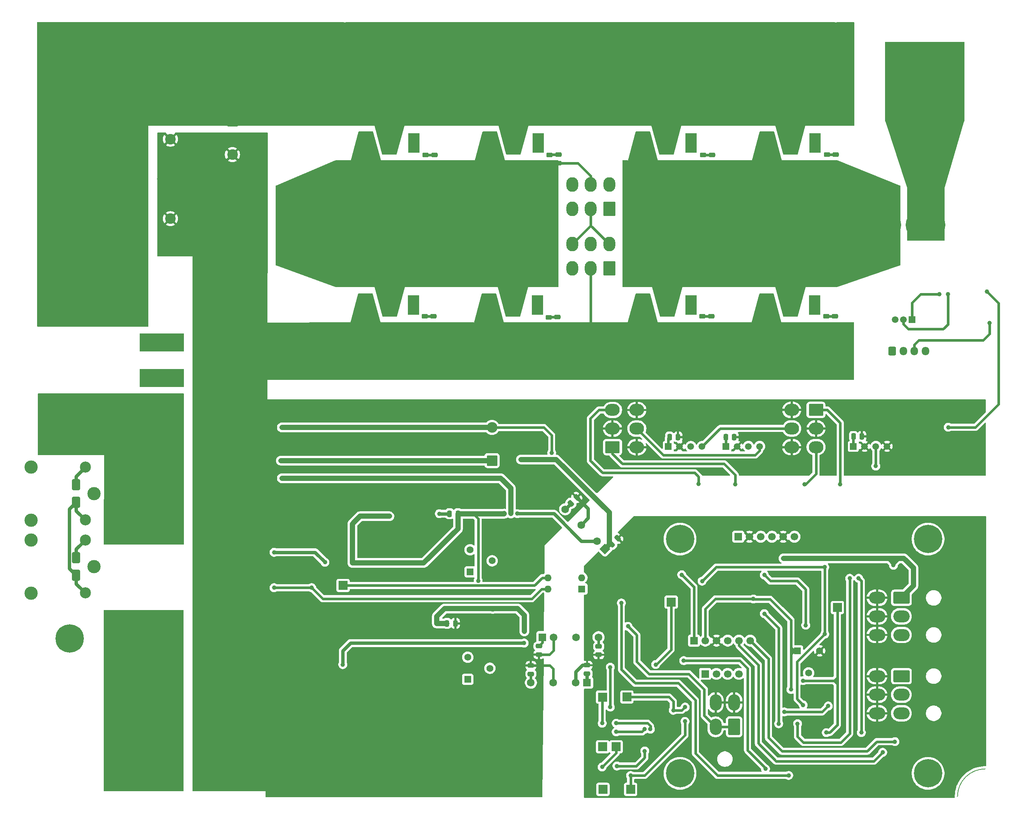
<source format=gbl>
%TF.GenerationSoftware,KiCad,Pcbnew,9.0.2*%
%TF.CreationDate,2026-01-04T16:23:37+07:00*%
%TF.ProjectId,Controller48V,436f6e74-726f-46c6-9c65-723438562e6b,rev?*%
%TF.SameCoordinates,Original*%
%TF.FileFunction,Copper,L2,Bot*%
%TF.FilePolarity,Positive*%
%FSLAX46Y46*%
G04 Gerber Fmt 4.6, Leading zero omitted, Abs format (unit mm)*
G04 Created by KiCad (PCBNEW 9.0.2) date 2026-01-04 16:23:37*
%MOMM*%
%LPD*%
G01*
G04 APERTURE LIST*
G04 Aperture macros list*
%AMRoundRect*
0 Rectangle with rounded corners*
0 $1 Rounding radius*
0 $2 $3 $4 $5 $6 $7 $8 $9 X,Y pos of 4 corners*
0 Add a 4 corners polygon primitive as box body*
4,1,4,$2,$3,$4,$5,$6,$7,$8,$9,$2,$3,0*
0 Add four circle primitives for the rounded corners*
1,1,$1+$1,$2,$3*
1,1,$1+$1,$4,$5*
1,1,$1+$1,$6,$7*
1,1,$1+$1,$8,$9*
0 Add four rect primitives between the rounded corners*
20,1,$1+$1,$2,$3,$4,$5,0*
20,1,$1+$1,$4,$5,$6,$7,0*
20,1,$1+$1,$6,$7,$8,$9,0*
20,1,$1+$1,$8,$9,$2,$3,0*%
%AMHorizOval*
0 Thick line with rounded ends*
0 $1 width*
0 $2 $3 position (X,Y) of the first rounded end (center of the circle)*
0 $4 $5 position (X,Y) of the second rounded end (center of the circle)*
0 Add line between two ends*
20,1,$1,$2,$3,$4,$5,0*
0 Add two circle primitives to create the rounded ends*
1,1,$1,$2,$3*
1,1,$1,$4,$5*%
%AMRotRect*
0 Rectangle, with rotation*
0 The origin of the aperture is its center*
0 $1 length*
0 $2 width*
0 $3 Rotation angle, in degrees counterclockwise*
0 Add horizontal line*
21,1,$1,$2,0,0,$3*%
%AMFreePoly0*
4,1,5,1.500000,-1.250000,-1.500000,-1.250000,-1.500000,1.250000,1.500000,1.250000,1.500000,-1.250000,1.500000,-1.250000,$1*%
%AMFreePoly1*
4,1,5,5.000000,-2.000000,-5.000000,-2.000000,-5.000000,2.000000,5.000000,2.000000,5.000000,-2.000000,5.000000,-2.000000,$1*%
G04 Aperture macros list end*
%TA.AperFunction,Conductor*%
%ADD10C,0.200000*%
%TD*%
%TA.AperFunction,NonConductor*%
%ADD11C,0.200000*%
%TD*%
%TA.AperFunction,ComponentPad*%
%ADD12FreePoly0,0.000000*%
%TD*%
%TA.AperFunction,ComponentPad*%
%ADD13FreePoly0,180.000000*%
%TD*%
%TA.AperFunction,ComponentPad*%
%ADD14R,1.498600X1.498600*%
%TD*%
%TA.AperFunction,ComponentPad*%
%ADD15C,1.498600*%
%TD*%
%TA.AperFunction,ComponentPad*%
%ADD16RoundRect,0.250000X-0.600000X-0.725000X0.600000X-0.725000X0.600000X0.725000X-0.600000X0.725000X0*%
%TD*%
%TA.AperFunction,ComponentPad*%
%ADD17O,1.700000X1.950000*%
%TD*%
%TA.AperFunction,ComponentPad*%
%ADD18R,2.000000X2.000000*%
%TD*%
%TA.AperFunction,ComponentPad*%
%ADD19C,6.400000*%
%TD*%
%TA.AperFunction,ComponentPad*%
%ADD20RoundRect,0.250001X1.099999X1.399999X-1.099999X1.399999X-1.099999X-1.399999X1.099999X-1.399999X0*%
%TD*%
%TA.AperFunction,ComponentPad*%
%ADD21O,2.700000X3.300000*%
%TD*%
%TA.AperFunction,ComponentPad*%
%ADD22RoundRect,0.250001X1.399999X-1.099999X1.399999X1.099999X-1.399999X1.099999X-1.399999X-1.099999X0*%
%TD*%
%TA.AperFunction,ComponentPad*%
%ADD23O,3.300000X2.700000*%
%TD*%
%TA.AperFunction,ComponentPad*%
%ADD24RotRect,1.725000X1.725000X135.000000*%
%TD*%
%TA.AperFunction,ComponentPad*%
%ADD25C,1.725000*%
%TD*%
%TA.AperFunction,ComponentPad*%
%ADD26R,1.725000X1.725000*%
%TD*%
%TA.AperFunction,ComponentPad*%
%ADD27R,1.700000X1.700000*%
%TD*%
%TA.AperFunction,ComponentPad*%
%ADD28C,1.700000*%
%TD*%
%TA.AperFunction,ComponentPad*%
%ADD29C,3.000000*%
%TD*%
%TA.AperFunction,ComponentPad*%
%ADD30C,2.500000*%
%TD*%
%TA.AperFunction,ComponentPad*%
%ADD31R,1.560000X1.560000*%
%TD*%
%TA.AperFunction,ComponentPad*%
%ADD32C,1.560000*%
%TD*%
%TA.AperFunction,ComponentPad*%
%ADD33C,0.800000*%
%TD*%
%TA.AperFunction,ComponentPad*%
%ADD34RoundRect,0.250001X-1.599999X1.099999X-1.599999X-1.099999X1.599999X-1.099999X1.599999X1.099999X0*%
%TD*%
%TA.AperFunction,ComponentPad*%
%ADD35O,3.700000X2.700000*%
%TD*%
%TA.AperFunction,ComponentPad*%
%ADD36RoundRect,0.250001X-1.399999X1.099999X-1.399999X-1.099999X1.399999X-1.099999X1.399999X1.099999X0*%
%TD*%
%TA.AperFunction,ComponentPad*%
%ADD37R,1.600000X1.600000*%
%TD*%
%TA.AperFunction,ComponentPad*%
%ADD38O,1.600000X1.600000*%
%TD*%
%TA.AperFunction,ComponentPad*%
%ADD39RoundRect,0.250001X0.949999X-0.949999X0.949999X0.949999X-0.949999X0.949999X-0.949999X-0.949999X0*%
%TD*%
%TA.AperFunction,ComponentPad*%
%ADD40C,2.400000*%
%TD*%
%TA.AperFunction,ComponentPad*%
%ADD41RoundRect,0.250001X1.099999X1.599999X-1.099999X1.599999X-1.099999X-1.599999X1.099999X-1.599999X0*%
%TD*%
%TA.AperFunction,ComponentPad*%
%ADD42O,2.700000X3.700000*%
%TD*%
%TA.AperFunction,ComponentPad*%
%ADD43C,4.000000*%
%TD*%
%TA.AperFunction,ComponentPad*%
%ADD44R,2.500000X4.500000*%
%TD*%
%TA.AperFunction,ComponentPad*%
%ADD45O,2.500000X4.500000*%
%TD*%
%TA.AperFunction,SMDPad,CuDef*%
%ADD46RoundRect,0.250000X-0.475000X0.250000X-0.475000X-0.250000X0.475000X-0.250000X0.475000X0.250000X0*%
%TD*%
%TA.AperFunction,SMDPad,CuDef*%
%ADD47RoundRect,0.250000X-0.250000X-0.475000X0.250000X-0.475000X0.250000X0.475000X-0.250000X0.475000X0*%
%TD*%
%TA.AperFunction,ComponentPad*%
%ADD48RoundRect,0.250001X-0.949999X-0.949999X0.949999X-0.949999X0.949999X0.949999X-0.949999X0.949999X0*%
%TD*%
%TA.AperFunction,SMDPad,CuDef*%
%ADD49RoundRect,0.250000X0.475000X-0.250000X0.475000X0.250000X-0.475000X0.250000X-0.475000X-0.250000X0*%
%TD*%
%TA.AperFunction,SMDPad,CuDef*%
%ADD50RoundRect,0.250000X0.450000X-0.262500X0.450000X0.262500X-0.450000X0.262500X-0.450000X-0.262500X0*%
%TD*%
%TA.AperFunction,ComponentPad*%
%ADD51R,1.500000X1.500000*%
%TD*%
%TA.AperFunction,ComponentPad*%
%ADD52C,1.500000*%
%TD*%
%TA.AperFunction,ComponentPad*%
%ADD53HorizOval,0.800000X0.000000X0.000000X0.000000X0.000000X0*%
%TD*%
%TA.AperFunction,ComponentPad*%
%ADD54HorizOval,0.800000X0.000000X0.000000X0.000000X0.000000X0*%
%TD*%
%TA.AperFunction,ComponentPad*%
%ADD55O,9.000000X6.000000*%
%TD*%
%TA.AperFunction,SMDPad,CuDef*%
%ADD56RoundRect,0.250000X0.650000X-1.000000X0.650000X1.000000X-0.650000X1.000000X-0.650000X-1.000000X0*%
%TD*%
%TA.AperFunction,SMDPad,CuDef*%
%ADD57RoundRect,0.250000X0.159099X-0.512652X0.512652X-0.159099X-0.159099X0.512652X-0.512652X0.159099X0*%
%TD*%
%TA.AperFunction,ComponentPad*%
%ADD58C,12.000000*%
%TD*%
%TA.AperFunction,ComponentPad*%
%ADD59FreePoly1,0.000000*%
%TD*%
%TA.AperFunction,ComponentPad*%
%ADD60C,11.000000*%
%TD*%
%TA.AperFunction,ComponentPad*%
%ADD61RoundRect,0.250001X-0.949999X0.949999X-0.949999X-0.949999X0.949999X-0.949999X0.949999X0.949999X0*%
%TD*%
%TA.AperFunction,ViaPad*%
%ADD62C,2.000000*%
%TD*%
%TA.AperFunction,ViaPad*%
%ADD63C,1.000000*%
%TD*%
%TA.AperFunction,ViaPad*%
%ADD64C,1.600000*%
%TD*%
%TA.AperFunction,ViaPad*%
%ADD65C,0.600000*%
%TD*%
%TA.AperFunction,Conductor*%
%ADD66C,0.800000*%
%TD*%
%TA.AperFunction,Conductor*%
%ADD67C,0.600000*%
%TD*%
%TA.AperFunction,Conductor*%
%ADD68C,1.200000*%
%TD*%
G04 APERTURE END LIST*
D10*
%TO.N,24V*%
X218323857Y-48778669D02*
X238323857Y-48778669D01*
X236823857Y-48778669D02*
X236823857Y-47528669D01*
D11*
X310721306Y-222778638D02*
G75*
G02*
X316999975Y-216499906I6278694J38D01*
G01*
%TD*%
D12*
%TO.P,H7,1,1*%
%TO.N,Net-(F1-Pad1)*%
X133500000Y-219000000D03*
X133500000Y-206000000D03*
D13*
X127249893Y-219000000D03*
X127249893Y-206000000D03*
X121000000Y-219000000D03*
X121000000Y-206000000D03*
%TD*%
D14*
%TO.P,PS6,1,+VIN*%
%TO.N,12V*%
X287190000Y-143533200D03*
D15*
%TO.P,PS6,2,-VIN*%
%TO.N,GNDREF*%
X289730000Y-143533200D03*
%TO.P,PS6,3,+VOUT*%
%TO.N,15V*%
X292270000Y-143533200D03*
%TO.P,PS6,4,-VOUT*%
%TO.N,GNDREF*%
X294810000Y-143533200D03*
%TD*%
D16*
%TO.P,J17,1,Pin_1*%
%TO.N,C_Out*%
X296000000Y-122000000D03*
D17*
%TO.P,J17,2,Pin_2*%
%TO.N,GDNSense_Isolated1*%
X298500000Y-122000000D03*
%TO.P,J17,3,Pin_3*%
%TO.N,3V3_Isolated1*%
X301000000Y-122000000D03*
%TO.P,J17,4,Pin_4*%
%TO.N,V_Out*%
X303500000Y-122000000D03*
%TD*%
D18*
%TO.P,TP8,1,1*%
%TO.N,BATTV_Out*%
X236839930Y-221130745D03*
%TD*%
%TO.P,TP9,1,1*%
%TO.N,CTRLV_Out*%
X236000000Y-200236009D03*
%TD*%
D19*
%TO.P,H3,1*%
%TO.N,N/C*%
X304073857Y-217500000D03*
%TD*%
D18*
%TO.P,TP1,1,1*%
%TO.N,FinishHV*%
X171842076Y-175000000D03*
%TD*%
D13*
%TO.P,H5,1,1*%
%TO.N,IP-*%
X297073750Y-54528669D03*
X297073750Y-67528669D03*
D12*
X303323857Y-54528669D03*
X303323857Y-67528669D03*
X309573750Y-54528669D03*
X309573750Y-67528669D03*
%TD*%
D20*
%TO.P,J15,1,Pin_1*%
%TO.N,L1*%
X232023857Y-103278669D03*
D21*
%TO.P,J15,2,Pin_2*%
%TO.N,GNDREF*%
X227823857Y-103278669D03*
%TO.P,J15,3,Pin_3*%
%TO.N,L2*%
X223623857Y-103278669D03*
%TO.P,J15,4,Pin_4*%
%TO.N,GNDREF*%
X232023857Y-97778669D03*
%TO.P,J15,5,Pin_5*%
%TO.N,IP+*%
X227823857Y-97778669D03*
%TO.P,J15,6,Pin_6*%
%TO.N,GNDREF*%
X223623857Y-97778669D03*
%TD*%
D22*
%TO.P,J14,1,Pin_1*%
%TO.N,H2_Out*%
X232750000Y-143705000D03*
D23*
%TO.P,J14,2,Pin_2*%
%TO.N,GNDREF*%
X232750000Y-139505000D03*
%TO.P,J14,3,Pin_3*%
%TO.N,H1_Out*%
X232750000Y-135305000D03*
%TO.P,J14,4,Pin_4*%
%TO.N,GNDREF*%
X238250000Y-143705000D03*
%TO.P,J14,5,Pin_5*%
%TO.N,VS2_Out*%
X238250000Y-139505000D03*
%TO.P,J14,6,Pin_6*%
%TO.N,GNDREF*%
X238250000Y-135305000D03*
%TD*%
D24*
%TO.P,PS5,1,+VIN*%
%TO.N,12V_Isolated*%
X231042138Y-166738728D03*
D25*
%TO.P,PS5,2,-VIN*%
%TO.N,GND_Isolated*%
X229246087Y-164942676D03*
%TO.P,PS5,4,-VOUT*%
%TO.N,GNDREF*%
X225653984Y-161350574D03*
%TO.P,PS5,6,+VOUT*%
%TO.N,12V_P*%
X222061882Y-157758472D03*
%TD*%
D14*
%TO.P,PS1,1,+VIN*%
%TO.N,12V*%
X245370000Y-143570700D03*
D15*
%TO.P,PS1,2,-VIN*%
%TO.N,GNDREF*%
X247910000Y-143570700D03*
%TO.P,PS1,4,-VOUT*%
%TO.N,VS1_Out*%
X252990000Y-143570700D03*
%TO.P,PS1,6,+VOUT*%
%TO.N,Net-(PS1-+VOUT)*%
X250450000Y-143570700D03*
%TD*%
D26*
%TO.P,PS4,1,+VIN*%
%TO.N,12V_Isolated*%
X227000000Y-196990883D03*
D25*
%TO.P,PS4,2,-VIN*%
%TO.N,GND_Isolated*%
X224460000Y-196990883D03*
%TO.P,PS4,4,-VOUT*%
%TO.N,GNDREF*%
X219380000Y-196990883D03*
%TO.P,PS4,6,+VOUT*%
%TO.N,5V_C*%
X214300000Y-196990883D03*
%TD*%
D18*
%TO.P,TP5,1,1*%
%TO.N,Timer*%
X283573857Y-180000000D03*
%TD*%
D27*
%TO.P,J9,1,Pin_1*%
%TO.N,BATTV_Out*%
X253690000Y-195000000D03*
D28*
%TO.P,J9,2,Pin_2*%
%TO.N,CTRLV_Out*%
X256230000Y-195000000D03*
%TO.P,J9,3,Pin_3*%
%TO.N,Ready*%
X258770000Y-195000000D03*
%TO.P,J9,4,Pin_4*%
%TO.N,FinishLV*%
X261310000Y-195000000D03*
%TD*%
D18*
%TO.P,TP4,1,1*%
%TO.N,FeedbackLV*%
X246000000Y-178750000D03*
%TD*%
D19*
%TO.P,H1,1*%
%TO.N,N/C*%
X304073857Y-164500000D03*
%TD*%
D29*
%TO.P,K2,1*%
%TO.N,Net-(H10-Pad1)*%
X115500000Y-170750000D03*
D30*
%TO.P,K2,2*%
%TO.N,GNDREF*%
X113550000Y-164700000D03*
D29*
%TO.P,K2,3*%
%TO.N,/Power Supply and Regulator/BATT+*%
X101350000Y-164700000D03*
%TO.P,K2,4*%
%TO.N,unconnected-(K2-Pad4)*%
X101300000Y-176750000D03*
D30*
%TO.P,K2,5*%
%TO.N,12V_P*%
X113550000Y-176700000D03*
%TD*%
D18*
%TO.P,TP3,1,1*%
%TO.N,Net-(U24-OUT+)*%
X233583160Y-211500000D03*
%TD*%
D26*
%TO.P,PS2,1,+VIN*%
%TO.N,Net-(JP4-C)*%
X216900836Y-186708361D03*
D25*
%TO.P,PS2,2,-VIN*%
%TO.N,GNDREF*%
X219440836Y-186708361D03*
%TO.P,PS2,4,-VOUT*%
%TO.N,GND_Isolated*%
X224520836Y-186708361D03*
%TO.P,PS2,6,+VOUT*%
%TO.N,5VDigital_Isolated*%
X229600836Y-186708361D03*
%TD*%
D31*
%TO.P,RV1,1,1*%
%TO.N,Net-(U4-FB)*%
X200550000Y-171925000D03*
D32*
%TO.P,RV1,2,2*%
%TO.N,12V_Relay*%
X205550000Y-169425000D03*
%TO.P,RV1,3,3*%
X200550000Y-166925000D03*
%TD*%
D33*
%TO.P,H10,1,1*%
%TO.N,Net-(H10-Pad1)*%
X107600000Y-187000000D03*
X108302944Y-185302944D03*
X108302944Y-188697056D03*
X110000000Y-184600000D03*
D19*
X110000000Y-187000000D03*
D33*
X110000000Y-189400000D03*
X111697056Y-185302944D03*
X111697056Y-188697056D03*
X112400000Y-187000000D03*
%TD*%
%TO.P,H9,1,1*%
%TO.N,24V*%
X107600000Y-92000000D03*
X108302944Y-90302944D03*
X108302944Y-93697056D03*
X110000000Y-89600000D03*
D19*
X110000000Y-92000000D03*
D33*
X110000000Y-94400000D03*
X111697056Y-90302944D03*
X111697056Y-93697056D03*
X112400000Y-92000000D03*
%TD*%
D19*
%TO.P,H2,1*%
%TO.N,N/C*%
X248000000Y-164500000D03*
%TD*%
D31*
%TO.P,RV3,1,1*%
%TO.N,12V_Isolated*%
X274573857Y-189788669D03*
D32*
%TO.P,RV3,2,2*%
%TO.N,Net-(U14B--)*%
X277073857Y-194788669D03*
%TO.P,RV3,3,3*%
%TO.N,GND_Isolated*%
X279573857Y-189788669D03*
%TD*%
D18*
%TO.P,TP7,1,1*%
%TO.N,Net-(U18-OUT-)*%
X230522766Y-211496210D03*
%TD*%
D27*
%TO.P,J22,1,Pin_1*%
%TO.N,HIN1_Iso*%
X261175000Y-163975000D03*
D28*
%TO.P,J22,2,Pin_2*%
%TO.N,GND_Isolated*%
X263715000Y-163975000D03*
%TO.P,J22,3,Pin_3*%
%TO.N,HIN2_Iso*%
X266255000Y-163975000D03*
%TO.P,J22,4,Pin_4*%
%TO.N,LIN2_Iso*%
X268795000Y-163975000D03*
%TO.P,J22,5,Pin_5*%
%TO.N,GND_Isolated*%
X271335000Y-163975000D03*
%TO.P,J22,6,Pin_6*%
%TO.N,LIN1_Iso*%
X273875000Y-163975000D03*
%TD*%
D27*
%TO.P,J19,1,Pin_1*%
%TO.N,/Power Supply and Regulator/PRECHARGE_FINISH_TRIG*%
X251175000Y-187475000D03*
D28*
%TO.P,J19,2,Pin_2*%
%TO.N,12V_Isolated*%
X253715000Y-187475000D03*
%TO.P,J19,3,Pin_3*%
%TO.N,GND_Isolated*%
X256255000Y-187475000D03*
%TO.P,J19,4,Pin_4*%
%TO.N,3V3*%
X258795000Y-187475000D03*
%TO.P,J19,5,Pin_5*%
%TO.N,Aux2*%
X261335000Y-187475000D03*
%TO.P,J19,6,Pin_6*%
%TO.N,Aux1*%
X263875000Y-187475000D03*
%TD*%
D18*
%TO.P,TP2,1,1*%
%TO.N,Net-(U24-OUT-)*%
X230583160Y-221130745D03*
%TD*%
D13*
%TO.P,H6,1,1*%
%TO.N,VS2*%
X159323857Y-87028669D03*
X159323857Y-100028669D03*
D12*
X165573964Y-87028669D03*
X165573964Y-100028669D03*
X171823857Y-87028669D03*
X171823857Y-100028669D03*
%TD*%
D34*
%TO.P,J12,1,Pin_1*%
%TO.N,12V_Isolated*%
X298048857Y-177795000D03*
D35*
%TO.P,J12,2,Pin_2*%
%TO.N,Failure_Out*%
X298048857Y-181995000D03*
%TO.P,J12,3,Pin_3*%
%TO.N,Ready*%
X298048857Y-186195000D03*
%TO.P,J12,4,Pin_4*%
%TO.N,GND_Isolated*%
X292548857Y-177795000D03*
%TO.P,J12,5,Pin_5*%
X292548857Y-181995000D03*
%TO.P,J12,6,Pin_6*%
X292548857Y-186195000D03*
%TD*%
D19*
%TO.P,H4,1*%
%TO.N,N/C*%
X248000000Y-217500000D03*
%TD*%
D14*
%TO.P,PS3,1,+VIN*%
%TO.N,12V*%
X258380000Y-143533200D03*
D15*
%TO.P,PS3,2,-VIN*%
%TO.N,GNDREF*%
X260920000Y-143533200D03*
%TO.P,PS3,4,-VOUT*%
%TO.N,VS2_Out*%
X266000000Y-143533200D03*
%TO.P,PS3,6,+VOUT*%
%TO.N,Net-(PS3-+VOUT)*%
X263460000Y-143533200D03*
%TD*%
D34*
%TO.P,J13,1,Pin_1*%
%TO.N,5VDigital_Isolated*%
X298048857Y-195516331D03*
D35*
%TO.P,J13,2,Pin_2*%
%TO.N,Net-(J13-Pin_2)*%
X298048857Y-199716331D03*
%TO.P,J13,3,Pin_3*%
%TO.N,Net-(J13-Pin_3)*%
X298048857Y-203916331D03*
%TO.P,J13,4,Pin_4*%
%TO.N,GND_Isolated*%
X292548857Y-195516331D03*
%TO.P,J13,5,Pin_5*%
X292548857Y-199716331D03*
%TO.P,J13,6,Pin_6*%
X292548857Y-203916331D03*
%TD*%
D31*
%TO.P,RV2,1,1*%
%TO.N,Net-(U5-FB)*%
X200023857Y-196229922D03*
D32*
%TO.P,RV2,2,2*%
%TO.N,12V*%
X205023857Y-193729922D03*
%TO.P,RV2,3,3*%
X200023857Y-191229922D03*
%TD*%
D36*
%TO.P,J11,1,Pin_1*%
%TO.N,L1_Out*%
X278750000Y-135295000D03*
D23*
%TO.P,J11,2,Pin_2*%
%TO.N,GNDREF*%
X278750000Y-139495000D03*
%TO.P,J11,3,Pin_3*%
%TO.N,L2_Out*%
X278750000Y-143695000D03*
%TO.P,J11,4,Pin_4*%
%TO.N,GNDREF*%
X273250000Y-135295000D03*
%TO.P,J11,5,Pin_5*%
%TO.N,VS1_Out*%
X273250000Y-139495000D03*
%TO.P,J11,6,Pin_6*%
%TO.N,GNDREF*%
X273250000Y-143695000D03*
%TD*%
D37*
%TO.P,U11,1*%
%TO.N,FinishLV*%
X225803857Y-175783669D03*
D38*
%TO.P,U11,2*%
%TO.N,Net-(R50-Pad2)*%
X225803857Y-173243669D03*
%TO.P,U11,3*%
%TO.N,FinishHV*%
X218183857Y-173243669D03*
%TO.P,U11,4*%
%TO.N,12V_P*%
X218183857Y-175783669D03*
%TD*%
D20*
%TO.P,J16,1,Pin_1*%
%TO.N,H1*%
X232023857Y-89778669D03*
D21*
%TO.P,J16,2,Pin_2*%
%TO.N,GNDREF*%
X227823857Y-89778669D03*
%TO.P,J16,3,Pin_3*%
%TO.N,H2*%
X223623857Y-89778669D03*
%TO.P,J16,4,Pin_4*%
%TO.N,GNDREF*%
X232023857Y-84278669D03*
%TO.P,J16,5,Pin_5*%
%TO.N,VS2*%
X227823857Y-84278669D03*
%TO.P,J16,6,Pin_6*%
%TO.N,GNDREF*%
X223623857Y-84278669D03*
%TD*%
D39*
%TO.P,C41,1*%
%TO.N,/Power Supply and Regulator/Coil+*%
X205500000Y-146750000D03*
D40*
%TO.P,C41,2*%
%TO.N,Relay*%
X205500000Y-139250000D03*
%TD*%
D41*
%TO.P,J8,1,Pin_1*%
%TO.N,5VDigital_Isolated*%
X260250000Y-206975000D03*
D42*
%TO.P,J8,2,Pin_2*%
X256050000Y-206975000D03*
%TO.P,J8,3,Pin_3*%
%TO.N,GND_Isolated*%
X260250000Y-201475000D03*
%TO.P,J8,4,Pin_4*%
X256050000Y-201475000D03*
%TD*%
D12*
%TO.P,H8,1,1*%
%TO.N,GNDREF*%
X169250000Y-219000000D03*
X169250000Y-206000000D03*
D13*
X162999893Y-219000000D03*
X162999893Y-206000000D03*
X156750000Y-219000000D03*
X156750000Y-206000000D03*
%TD*%
D29*
%TO.P,K1,1*%
%TO.N,Net-(JP3-C)*%
X115500000Y-154250000D03*
D30*
%TO.P,K1,2*%
%TO.N,Net-(D3-K)*%
X113550000Y-148200000D03*
D29*
%TO.P,K1,3*%
%TO.N,Relay*%
X101350000Y-148200000D03*
%TO.P,K1,4*%
%TO.N,unconnected-(K1-Pad4)*%
X101300000Y-160250000D03*
D30*
%TO.P,K1,5*%
%TO.N,12V_P*%
X113550000Y-160200000D03*
%TD*%
D18*
%TO.P,TP6,1,1*%
%TO.N,Net-(U18-OUT+)*%
X230500000Y-200250000D03*
%TD*%
D43*
%TO.P,Q3,*%
%TO.N,24V*%
X273073857Y-55013669D03*
D44*
%TO.P,Q3,1,G*%
%TO.N,Net-(Q3-G)*%
X278523857Y-74873669D03*
D45*
%TO.P,Q3,2,D*%
%TO.N,24V*%
X273073857Y-74873669D03*
%TO.P,Q3,3,S*%
%TO.N,IP+*%
X267623857Y-74873669D03*
%TD*%
D46*
%TO.P,C5,1*%
%TO.N,Net-(Q4-G)*%
X283033533Y-114085223D03*
%TO.P,C5,2*%
%TO.N,GNDREF*%
X283033533Y-115985223D03*
%TD*%
D47*
%TO.P,C20,1*%
%TO.N,12V*%
X258361782Y-141424999D03*
%TO.P,C20,2*%
%TO.N,GNDREF*%
X260261782Y-141424999D03*
%TD*%
D43*
%TO.P,Q7,*%
%TO.N,24V*%
X182423857Y-55028669D03*
D44*
%TO.P,Q7,1,G*%
%TO.N,Net-(Q7-G)*%
X187873857Y-74888669D03*
D45*
%TO.P,Q7,2,D*%
%TO.N,24V*%
X182423857Y-74888669D03*
%TO.P,Q7,3,S*%
%TO.N,VS2*%
X176973857Y-74888669D03*
%TD*%
D46*
%TO.P,C4,1*%
%TO.N,Net-(Q3-G)*%
X283217482Y-77525391D03*
%TO.P,C4,2*%
%TO.N,IP+*%
X283217482Y-79425391D03*
%TD*%
%TO.P,C8,1*%
%TO.N,Net-(Q5-G)*%
X220500000Y-77528669D03*
%TO.P,C8,2*%
%TO.N,VS2*%
X220500000Y-79428669D03*
%TD*%
D43*
%TO.P,Q5,*%
%TO.N,24V*%
X210468304Y-55011979D03*
D44*
%TO.P,Q5,1,G*%
%TO.N,Net-(Q5-G)*%
X215918304Y-74871979D03*
D45*
%TO.P,Q5,2,D*%
%TO.N,24V*%
X210468304Y-74871979D03*
%TO.P,Q5,3,S*%
%TO.N,VS2*%
X205018304Y-74871979D03*
%TD*%
D48*
%TO.P,C29,1*%
%TO.N,24V*%
X125311103Y-92028669D03*
D40*
%TO.P,C29,2*%
%TO.N,GNDREF*%
X132811103Y-92028669D03*
%TD*%
D49*
%TO.P,C53,1*%
%TO.N,5V_C*%
X214293115Y-195013072D03*
%TO.P,C53,2*%
%TO.N,GNDREF*%
X214293115Y-193113072D03*
%TD*%
D50*
%TO.P,R14,1*%
%TO.N,GNDREF*%
X190283533Y-115947723D03*
%TO.P,R14,2*%
%TO.N,Net-(Q6-G)*%
X190283533Y-114122723D03*
%TD*%
%TO.P,R5,1*%
%TO.N,IP+*%
X253217482Y-79437891D03*
%TO.P,R5,2*%
%TO.N,Net-(Q1-G)*%
X253217482Y-77612891D03*
%TD*%
D51*
%TO.P,U1,1,VCC*%
%TO.N,3V3_Isolated1*%
X300433857Y-114853669D03*
D52*
%TO.P,U1,2,GND*%
%TO.N,GDNSense_Isolated1*%
X298523857Y-114853669D03*
%TO.P,U1,3,VIOUT*%
%TO.N,C_Out*%
X296613857Y-114853669D03*
D53*
%TO.P,U1,4,IP+*%
%TO.N,IP+*%
X297473857Y-94083669D03*
D54*
X297473857Y-92823669D03*
D33*
X296723857Y-95113669D03*
X296723857Y-91793669D03*
X295523857Y-95503669D03*
X295523857Y-91403669D03*
X294193857Y-95503669D03*
X294193857Y-91403669D03*
D55*
X293523857Y-93453669D03*
D33*
X292853857Y-95503669D03*
X292853857Y-91403669D03*
X291523857Y-95503669D03*
X291523857Y-91403669D03*
X290323857Y-95113669D03*
X290323857Y-91793669D03*
X289573857Y-94083669D03*
X289573857Y-92823669D03*
%TO.P,U1,5,IP-*%
%TO.N,IP-*%
X307473857Y-94083669D03*
X307473857Y-92823669D03*
X306723857Y-95113669D03*
X306723857Y-91793669D03*
X305523857Y-95503669D03*
X305523857Y-91403669D03*
X304193857Y-95503669D03*
X304193857Y-91403669D03*
D55*
X303523857Y-93453669D03*
D33*
X302853857Y-95503669D03*
X302853857Y-91403669D03*
X301523857Y-95503669D03*
X301523857Y-91403669D03*
X300323857Y-95113669D03*
X300323857Y-91793669D03*
D54*
X299573857Y-94083669D03*
D53*
X299573857Y-92823669D03*
%TD*%
D56*
%TO.P,D5,1,K*%
%TO.N,12V_P*%
X111450000Y-172700000D03*
%TO.P,D5,2,A*%
%TO.N,GNDREF*%
X111450000Y-168700000D03*
%TD*%
D46*
%TO.P,C62,1*%
%TO.N,Net-(JP4-C)*%
X216116979Y-188729692D03*
%TO.P,C62,2*%
%TO.N,GNDREF*%
X216116979Y-190629692D03*
%TD*%
%TO.P,C1,1*%
%TO.N,Net-(Q1-G)*%
X255217482Y-77575391D03*
%TO.P,C1,2*%
%TO.N,IP+*%
X255217482Y-79475391D03*
%TD*%
D43*
%TO.P,Q1,*%
%TO.N,24V*%
X245073857Y-55013669D03*
D44*
%TO.P,Q1,1,G*%
%TO.N,Net-(Q1-G)*%
X250523857Y-74873669D03*
D45*
%TO.P,Q1,2,D*%
%TO.N,24V*%
X245073857Y-74873669D03*
%TO.P,Q1,3,S*%
%TO.N,IP+*%
X239623857Y-74873669D03*
%TD*%
D47*
%TO.P,C19,1*%
%TO.N,12V*%
X245635000Y-141425000D03*
%TO.P,C19,2*%
%TO.N,GNDREF*%
X247535000Y-141425000D03*
%TD*%
D50*
%TO.P,R20,1*%
%TO.N,GNDREF*%
X218283533Y-116147723D03*
%TO.P,R20,2*%
%TO.N,Net-(Q8-G)*%
X218283533Y-114322723D03*
%TD*%
D57*
%TO.P,C50,1*%
%TO.N,12V_P*%
X223328249Y-156421751D03*
%TO.P,C50,2*%
%TO.N,GNDREF*%
X224671751Y-155078249D03*
%TD*%
D46*
%TO.P,C12,1*%
%TO.N,Net-(Q8-G)*%
X220283533Y-114285223D03*
%TO.P,C12,2*%
%TO.N,GNDREF*%
X220283533Y-116185223D03*
%TD*%
D47*
%TO.P,C30,1*%
%TO.N,12V_Relay*%
X195900000Y-158775000D03*
%TO.P,C30,2*%
%TO.N,GNDREF_Relay*%
X197800000Y-158775000D03*
%TD*%
D50*
%TO.P,R13,1*%
%TO.N,VS2*%
X218500000Y-79391169D03*
%TO.P,R13,2*%
%TO.N,Net-(Q5-G)*%
X218500000Y-77566169D03*
%TD*%
D46*
%TO.P,C11,1*%
%TO.N,Net-(Q7-G)*%
X192500000Y-77578669D03*
%TO.P,C11,2*%
%TO.N,VS2*%
X192500000Y-79478669D03*
%TD*%
D43*
%TO.P,Q6,*%
%TO.N,VS2*%
X182323857Y-91693669D03*
D44*
%TO.P,Q6,1,G*%
%TO.N,Net-(Q6-G)*%
X187773857Y-111553669D03*
D45*
%TO.P,Q6,2,D*%
%TO.N,VS2*%
X182323857Y-111553669D03*
%TO.P,Q6,3,S*%
%TO.N,GNDREF*%
X176873857Y-111553669D03*
%TD*%
D48*
%TO.P,C33,1*%
%TO.N,24V*%
X125323857Y-74028669D03*
D40*
%TO.P,C33,2*%
%TO.N,GNDREF*%
X132823857Y-74028669D03*
%TD*%
D46*
%TO.P,C61,1*%
%TO.N,5VDigital_Isolated*%
X229616979Y-188779692D03*
%TO.P,C61,2*%
%TO.N,GND_Isolated*%
X229616979Y-190679692D03*
%TD*%
D49*
%TO.P,C54,1*%
%TO.N,12V_Isolated*%
X227000000Y-194950000D03*
%TO.P,C54,2*%
%TO.N,GND_Isolated*%
X227000000Y-193050000D03*
%TD*%
D46*
%TO.P,C9,1*%
%TO.N,Net-(Q6-G)*%
X192283533Y-114085223D03*
%TO.P,C9,2*%
%TO.N,GNDREF*%
X192283533Y-115985223D03*
%TD*%
D47*
%TO.P,C42,1*%
%TO.N,12V*%
X287240000Y-141283200D03*
%TO.P,C42,2*%
%TO.N,GNDREF*%
X289140000Y-141283200D03*
%TD*%
D58*
%TO.P,K4,1*%
%TO.N,24V*%
X115214982Y-109528669D03*
D59*
%TO.P,K4,2*%
%TO.N,Relay*%
X130823857Y-120028669D03*
D58*
%TO.P,K4,3*%
%TO.N,/Power Supply and Regulator/BATT+*%
X115214982Y-138378669D03*
D59*
%TO.P,K4,5*%
%TO.N,/Power Supply and Regulator/Coil+*%
X130823857Y-128028669D03*
%TD*%
D50*
%TO.P,R6,1*%
%TO.N,GNDREF*%
X253033533Y-115947723D03*
%TO.P,R6,2*%
%TO.N,Net-(Q2-G)*%
X253033533Y-114122723D03*
%TD*%
D43*
%TO.P,Q4,*%
%TO.N,IP+*%
X273023857Y-91678669D03*
D44*
%TO.P,Q4,1,G*%
%TO.N,Net-(Q4-G)*%
X278473857Y-111538669D03*
D45*
%TO.P,Q4,2,D*%
%TO.N,IP+*%
X273023857Y-111538669D03*
%TO.P,Q4,3,S*%
%TO.N,GNDREF*%
X267573857Y-111538669D03*
%TD*%
D57*
%TO.P,C49,1*%
%TO.N,12V_Isolated*%
X232578249Y-165671751D03*
%TO.P,C49,2*%
%TO.N,GND_Isolated*%
X233921751Y-164328249D03*
%TD*%
D46*
%TO.P,C2,1*%
%TO.N,Net-(Q2-G)*%
X255033533Y-114085223D03*
%TO.P,C2,2*%
%TO.N,GNDREF*%
X255033533Y-115985223D03*
%TD*%
D50*
%TO.P,R19,1*%
%TO.N,VS2*%
X190500000Y-79441169D03*
%TO.P,R19,2*%
%TO.N,Net-(Q7-G)*%
X190500000Y-77616169D03*
%TD*%
%TO.P,R12,1*%
%TO.N,GNDREF*%
X281033533Y-115947723D03*
%TO.P,R12,2*%
%TO.N,Net-(Q4-G)*%
X281033533Y-114122723D03*
%TD*%
D47*
%TO.P,C31,1*%
%TO.N,12V*%
X195323857Y-183579922D03*
%TO.P,C31,2*%
%TO.N,GNDREF*%
X197223857Y-183579922D03*
%TD*%
D60*
%TO.P,F1,1*%
%TO.N,Net-(F1-Pad1)*%
X127000000Y-188000000D03*
%TO.P,F1,2*%
%TO.N,/Power Supply and Regulator/BATT+*%
X127000000Y-158000000D03*
%TD*%
D43*
%TO.P,Q2,*%
%TO.N,IP+*%
X245073857Y-91702638D03*
D44*
%TO.P,Q2,1,G*%
%TO.N,Net-(Q2-G)*%
X250523857Y-111562638D03*
D45*
%TO.P,Q2,2,D*%
%TO.N,IP+*%
X245073857Y-111562638D03*
%TO.P,Q2,3,S*%
%TO.N,GNDREF*%
X239623857Y-111562638D03*
%TD*%
D56*
%TO.P,D4,1,K*%
%TO.N,12V_P*%
X111450000Y-156200000D03*
%TO.P,D4,2,A*%
%TO.N,Net-(D3-K)*%
X111450000Y-152200000D03*
%TD*%
D61*
%TO.P,C32,1*%
%TO.N,24V*%
X146823857Y-70015915D03*
D40*
%TO.P,C32,2*%
%TO.N,GNDREF*%
X146823857Y-77515915D03*
%TD*%
D43*
%TO.P,Q8,*%
%TO.N,VS2*%
X210323857Y-91678669D03*
D44*
%TO.P,Q8,1,G*%
%TO.N,Net-(Q8-G)*%
X215773857Y-111538669D03*
D45*
%TO.P,Q8,2,D*%
%TO.N,VS2*%
X210323857Y-111538669D03*
%TO.P,Q8,3,S*%
%TO.N,GNDREF*%
X204873857Y-111538669D03*
%TD*%
D50*
%TO.P,R11,1*%
%TO.N,IP+*%
X281217482Y-79387891D03*
%TO.P,R11,2*%
%TO.N,Net-(Q3-G)*%
X281217482Y-77562891D03*
%TD*%
D62*
%TO.N,24V*%
X264573996Y-52626850D03*
X266562891Y-60729391D03*
X280994472Y-68623521D03*
X120573857Y-61028669D03*
X214500000Y-69500000D03*
X272423857Y-63428669D03*
X278488632Y-55428646D03*
X186623857Y-63628669D03*
X130573857Y-58228669D03*
X160623857Y-61028669D03*
X272418329Y-68623521D03*
X206563425Y-58216178D03*
X150573857Y-58228669D03*
X278418329Y-66023521D03*
X254573996Y-50026850D03*
D63*
X138014344Y-70309828D03*
D62*
X160623857Y-55628669D03*
X221350000Y-55428669D03*
X160623857Y-50428669D03*
X262600000Y-55400000D03*
X184573857Y-50428669D03*
X234323857Y-55428669D03*
X268423857Y-63428669D03*
X128580904Y-66255519D03*
X124573857Y-61028669D03*
X194623857Y-63628669D03*
X140580904Y-66255519D03*
X258573996Y-50026850D03*
X266573996Y-50026850D03*
X200623857Y-61028669D03*
X176623857Y-55628669D03*
X138573857Y-53028669D03*
X182623857Y-63628669D03*
X106000000Y-53028669D03*
X266523490Y-55374160D03*
X250823857Y-55428669D03*
X226000000Y-55500000D03*
X256573996Y-52626850D03*
X144573857Y-50428669D03*
X154573857Y-63628669D03*
X170623857Y-63628669D03*
D64*
X263000000Y-69975000D03*
D62*
X106000000Y-63628669D03*
X252573996Y-52626850D03*
X206500000Y-69500000D03*
X108507047Y-66255519D03*
X208452430Y-60868922D03*
X281000000Y-58028669D03*
X232000000Y-58100000D03*
X214573857Y-52878669D03*
X140573857Y-55628669D03*
X219000000Y-58028669D03*
X221350000Y-60828669D03*
X258600000Y-55400000D03*
X110500000Y-53028669D03*
X174623857Y-63628669D03*
X276423857Y-63428669D03*
X110500000Y-58228669D03*
X142573857Y-63628669D03*
X112507047Y-77126850D03*
X192623857Y-55628669D03*
X268573996Y-52626850D03*
X142573857Y-53028669D03*
X168623857Y-61028669D03*
X140573857Y-50428669D03*
X252793342Y-63520082D03*
X114507047Y-69126850D03*
X270573996Y-50026850D03*
X200573857Y-50428669D03*
X202623857Y-58228669D03*
X240823857Y-58028669D03*
X120573857Y-55628669D03*
X254600000Y-60800000D03*
X274456657Y-50279061D03*
X221500000Y-50278669D03*
X219000000Y-63428669D03*
X116580904Y-71726850D03*
X112507047Y-82500000D03*
X178623857Y-63628669D03*
X118580904Y-85400000D03*
X236323857Y-58028669D03*
X260600000Y-58000000D03*
X114507047Y-79726850D03*
X106007047Y-69126850D03*
X142573857Y-58228669D03*
X116573857Y-55628669D03*
X108507047Y-82500000D03*
X158623857Y-58228669D03*
X148580904Y-66255519D03*
X260573996Y-52626850D03*
X138573857Y-58228669D03*
X120580904Y-71726850D03*
X250823857Y-60828669D03*
X240823857Y-63428669D03*
X108500000Y-50428669D03*
X217000000Y-55428669D03*
X206738370Y-52951905D03*
X120580904Y-66255519D03*
D63*
X127348857Y-83000000D03*
D62*
X244823857Y-69500000D03*
X262573996Y-50026850D03*
X276418329Y-68623521D03*
X172623857Y-50428669D03*
X152573857Y-55628669D03*
X114500000Y-63628669D03*
D64*
X172000000Y-69975000D03*
D62*
X154573857Y-58228669D03*
X192623857Y-61028669D03*
X276423857Y-58028669D03*
X166623857Y-58228669D03*
X206512154Y-63487057D03*
X194623857Y-58228669D03*
X281000000Y-63428669D03*
X204668329Y-55533051D03*
X118573857Y-58228669D03*
X278423857Y-60828669D03*
X217150000Y-50278669D03*
X166623857Y-69500000D03*
X260600000Y-63400000D03*
X108500000Y-55628669D03*
X182623857Y-69500000D03*
X150573857Y-53028669D03*
X124580904Y-66255519D03*
X136573857Y-55628669D03*
X230089454Y-55589717D03*
X172623857Y-55628669D03*
X212423857Y-60828669D03*
X132580904Y-66255519D03*
X166623857Y-63628669D03*
X246823857Y-60828669D03*
X174623857Y-53028669D03*
X106007047Y-85400000D03*
X148573857Y-50428669D03*
X254600000Y-55400000D03*
X106007047Y-74326850D03*
X190573857Y-53028669D03*
X114500000Y-53028669D03*
X240823857Y-69500000D03*
X120580904Y-82500000D03*
X136573857Y-61028669D03*
X110507047Y-74326850D03*
X256600000Y-58000000D03*
X138573857Y-63628669D03*
X170623857Y-58228669D03*
X236323857Y-63278669D03*
X238749860Y-55433954D03*
X219150000Y-52878669D03*
X196623857Y-55628669D03*
X168623857Y-55628669D03*
X108507047Y-77126850D03*
X186623857Y-69500000D03*
X152573857Y-61028669D03*
X204519676Y-60871980D03*
X223973857Y-52878669D03*
X116580904Y-82500000D03*
X140573857Y-61028669D03*
X234323857Y-50278669D03*
X114500000Y-58228669D03*
X152573857Y-50428669D03*
X112507047Y-71726850D03*
X122573857Y-63628669D03*
X212573857Y-50278669D03*
X202623857Y-63628669D03*
X188573857Y-50428669D03*
X217000000Y-60828669D03*
X168623857Y-50428669D03*
X184623857Y-61028669D03*
X130573857Y-63628669D03*
X258600000Y-60800000D03*
X270418329Y-66023521D03*
X178623857Y-69500000D03*
X240721849Y-52762389D03*
X274418329Y-66023521D03*
X158623857Y-53028669D03*
X230107292Y-50261256D03*
X162623857Y-53028669D03*
X158623857Y-69500000D03*
X226107292Y-50261256D03*
X236323857Y-52878669D03*
X190623857Y-63628669D03*
X281000000Y-52878669D03*
X118580904Y-69126850D03*
D64*
X200500000Y-69975000D03*
D62*
X136580904Y-66255519D03*
X144580904Y-66255519D03*
D63*
X212772296Y-188029770D03*
D62*
X148573857Y-61028669D03*
X164623857Y-50428669D03*
X262600000Y-60800000D03*
X252779247Y-58113034D03*
X186573857Y-53028669D03*
X128573857Y-50428669D03*
X186623857Y-58228669D03*
X122573857Y-53028669D03*
X126573857Y-53028669D03*
X192573857Y-50428669D03*
X256423857Y-69500000D03*
X196623857Y-61028669D03*
X194623857Y-69500000D03*
X244823857Y-63428669D03*
X146573857Y-58228669D03*
X118573857Y-53028669D03*
X198623857Y-58228669D03*
X156623857Y-61028669D03*
X198573857Y-53028669D03*
X122573857Y-58228669D03*
X224000000Y-69500000D03*
X278423857Y-50278669D03*
X106007047Y-79726850D03*
X110507047Y-79726850D03*
X174623857Y-58228669D03*
X238818160Y-50129327D03*
X242642157Y-50124042D03*
X134573857Y-63628669D03*
X124573857Y-50428669D03*
X180623857Y-61028669D03*
X178623857Y-53028669D03*
X106000000Y-58228669D03*
X144573857Y-61028669D03*
X250573996Y-50026850D03*
X214423857Y-63428669D03*
X190623857Y-69500000D03*
X132573857Y-55628669D03*
X248823857Y-58028669D03*
X122580904Y-74326850D03*
X118580904Y-74326850D03*
X210428908Y-63487057D03*
X176623857Y-61028669D03*
X128573857Y-61028669D03*
X248573996Y-52626850D03*
X146573857Y-53028669D03*
X252823857Y-69500000D03*
X116580904Y-77126850D03*
X228000000Y-63500000D03*
X134573857Y-53028669D03*
X248823857Y-63428669D03*
X228107292Y-52861256D03*
X112500000Y-50428669D03*
X148573857Y-55628669D03*
X112507047Y-66255519D03*
X223823857Y-63428669D03*
X132573857Y-50428669D03*
X128573857Y-55628669D03*
X110507047Y-69126850D03*
X219500000Y-69500000D03*
X130573857Y-53028669D03*
X108500000Y-61028669D03*
X172623857Y-61028669D03*
X270423857Y-60828669D03*
X264600000Y-63400000D03*
X228000000Y-58100000D03*
X120580904Y-77126850D03*
X166623857Y-53028669D03*
X116573857Y-61028669D03*
X164623857Y-61028669D03*
X188623857Y-61028669D03*
X126573857Y-63628669D03*
X154573857Y-53028669D03*
X232000000Y-63500000D03*
X204573857Y-50428669D03*
X108507047Y-71726850D03*
X110507047Y-85400000D03*
X164623857Y-55628669D03*
X114507047Y-74326850D03*
X223823857Y-58028669D03*
X230000000Y-60900000D03*
X194573857Y-53028669D03*
X122580904Y-79726850D03*
X136573857Y-50428669D03*
X176623857Y-50428669D03*
X264600000Y-58000000D03*
X112500000Y-55628669D03*
X238823857Y-60828669D03*
X122580904Y-85400000D03*
X126573857Y-58228669D03*
X210500000Y-69500000D03*
X188623857Y-55628669D03*
X144573857Y-55628669D03*
X124573857Y-55628669D03*
X208573857Y-50278669D03*
X242823857Y-60828669D03*
X190623857Y-58228669D03*
X156623857Y-55628669D03*
X158623857Y-63628669D03*
X118580904Y-79726850D03*
X118573857Y-63628669D03*
X150573857Y-63628669D03*
X120573857Y-50428669D03*
X268418329Y-68623521D03*
X202573857Y-53028669D03*
X246573996Y-50026850D03*
X196573857Y-50428669D03*
X116573857Y-50428669D03*
X274423857Y-60828669D03*
X214423857Y-58028669D03*
X198623857Y-63628669D03*
X276423857Y-52878669D03*
X162623857Y-69500000D03*
X162623857Y-63628669D03*
X116580904Y-66255519D03*
D64*
X235000000Y-69975000D03*
D62*
X156623857Y-50428669D03*
X232150000Y-52950000D03*
D63*
X171773857Y-192904922D03*
D62*
X200623857Y-55628669D03*
X110500000Y-63628669D03*
X256600000Y-63400000D03*
X234323857Y-60678669D03*
X178623857Y-58228669D03*
X226000000Y-60900000D03*
X122580904Y-69126850D03*
X112500000Y-61028669D03*
X248823857Y-69500000D03*
X114507047Y-85400000D03*
X134573857Y-58228669D03*
X132573857Y-61028669D03*
X180573857Y-50428669D03*
X268500000Y-58000000D03*
X170623857Y-53028669D03*
X146573857Y-63628669D03*
X162623857Y-58228669D03*
D63*
%TO.N,Net-(Q1-G)*%
X253217482Y-77612891D03*
%TO.N,Net-(Q2-G)*%
X253033533Y-114122723D03*
%TO.N,12V*%
X205500000Y-180229922D03*
X212823857Y-185378209D03*
X258311782Y-141462499D03*
X193023857Y-183579922D03*
X245635000Y-141425000D03*
%TO.N,Net-(Q3-G)*%
X281217482Y-77562891D03*
%TO.N,Net-(Q4-G)*%
X281033533Y-114122723D03*
D62*
%TO.N,VS2*%
X188473857Y-103078669D03*
X178473857Y-84250000D03*
X205000000Y-92078669D03*
X205000000Y-103078669D03*
X180473857Y-86878669D03*
X183000000Y-84250000D03*
X193000000Y-97478669D03*
X178473857Y-94678669D03*
X191000000Y-89478669D03*
X176473857Y-103078669D03*
X182473857Y-100078669D03*
X207000000Y-105678669D03*
X185000000Y-81650000D03*
X195000000Y-94678669D03*
X195000000Y-89478669D03*
X184473857Y-97478669D03*
X203000000Y-89478669D03*
X199000000Y-100078669D03*
X201000000Y-92078669D03*
X211000000Y-105678669D03*
X197000000Y-103078669D03*
X184473857Y-86878669D03*
X213000000Y-103078669D03*
X203000000Y-94678669D03*
X211000000Y-100078669D03*
X186473857Y-94678669D03*
X197000000Y-97478669D03*
X205000000Y-86878669D03*
X193000000Y-86878669D03*
X199000000Y-84250000D03*
X180473857Y-103078669D03*
X215000000Y-89478669D03*
X178473857Y-89478669D03*
X205000000Y-97478669D03*
X178473857Y-105678669D03*
X176473857Y-86878669D03*
X191000000Y-105678669D03*
X186473857Y-100078669D03*
X203000000Y-105678669D03*
X195000000Y-84250000D03*
X213000000Y-97478669D03*
X180473857Y-97478669D03*
X215000000Y-105678669D03*
X188473857Y-97478669D03*
X201000000Y-86878669D03*
X187000000Y-84250000D03*
X209000000Y-103078669D03*
X203000000Y-100078669D03*
X188473857Y-86878669D03*
X195000000Y-105678669D03*
X191000000Y-84250000D03*
X195000000Y-100078669D03*
X184473857Y-103078669D03*
X209000000Y-97478669D03*
X201000000Y-97478669D03*
X199000000Y-89478669D03*
X191000000Y-94678669D03*
X186473857Y-89478669D03*
X199000000Y-105678669D03*
X197000000Y-92078669D03*
X207000000Y-89478669D03*
X186473857Y-105678669D03*
X188473857Y-92078669D03*
X191000000Y-100078669D03*
X181000000Y-81650000D03*
X193000000Y-103078669D03*
X209000000Y-86878669D03*
X197000000Y-86878669D03*
X207000000Y-94678669D03*
X176473857Y-97478669D03*
X178473857Y-100078669D03*
X199000000Y-94678669D03*
X201000000Y-103078669D03*
X215000000Y-94678669D03*
X176473857Y-81650000D03*
X215000000Y-100078669D03*
X207000000Y-100078669D03*
X176473857Y-92078669D03*
X182473857Y-105678669D03*
X193000000Y-92078669D03*
X213000000Y-86878669D03*
D63*
%TO.N,Net-(Q5-G)*%
X218500000Y-77566169D03*
%TO.N,Net-(Q6-G)*%
X190283533Y-114122723D03*
%TO.N,Net-(Q7-G)*%
X190500000Y-77616169D03*
D62*
%TO.N,IP+*%
X255073857Y-100078669D03*
X265073857Y-86678669D03*
X241073857Y-92078669D03*
X265073857Y-92078669D03*
X255073857Y-105678669D03*
X249073857Y-92078669D03*
X267039640Y-94811629D03*
X251073857Y-105678669D03*
X271073857Y-100078669D03*
X257073857Y-97478669D03*
X257073857Y-86678669D03*
X257073857Y-103078669D03*
X253073857Y-103078669D03*
X275213068Y-83908120D03*
X279073857Y-94678669D03*
X261073857Y-86678669D03*
X277073857Y-86678669D03*
X259073857Y-105678669D03*
X271073857Y-105678669D03*
X245073857Y-97478669D03*
X268823857Y-92078669D03*
X277073857Y-92028669D03*
X239073857Y-105678669D03*
X279073857Y-105678669D03*
X247073857Y-100078669D03*
X253073857Y-92078669D03*
X255073857Y-94678669D03*
X275073857Y-105678669D03*
X269073857Y-103078669D03*
X267073857Y-105678669D03*
X269039640Y-97511629D03*
X239073857Y-94678669D03*
X241073857Y-103078669D03*
X269073857Y-86678669D03*
X239073857Y-89278669D03*
X267049152Y-100153278D03*
X275073857Y-94678669D03*
X253073857Y-97478669D03*
X253073857Y-86678669D03*
X243073857Y-100078669D03*
X251073857Y-89278669D03*
X279073857Y-89278669D03*
X251073857Y-94678669D03*
X241073857Y-97478669D03*
X267073857Y-89278669D03*
X273073857Y-97478669D03*
X271213068Y-83908120D03*
X273073857Y-86678669D03*
X277073857Y-103078669D03*
X265073857Y-97478669D03*
X261073857Y-97478669D03*
X249073857Y-103078669D03*
X243073857Y-94778669D03*
X249073857Y-86678669D03*
X249073857Y-97478669D03*
X245073857Y-103078669D03*
X247073857Y-94778669D03*
X247073857Y-105678669D03*
X277073857Y-97478669D03*
X259073857Y-94678669D03*
X263073857Y-94678669D03*
X261073857Y-92078669D03*
X243073857Y-105678669D03*
X270823857Y-94778669D03*
X263073857Y-89278669D03*
X245073857Y-86678669D03*
X273073857Y-103078669D03*
X251073857Y-100078669D03*
X263073857Y-100078669D03*
X259073857Y-100078669D03*
X279213068Y-83908120D03*
X279073857Y-100078669D03*
X275073857Y-100078669D03*
X239073857Y-100078669D03*
X257073857Y-92078669D03*
X263073857Y-105678669D03*
X255073857Y-89278669D03*
X265073857Y-103078669D03*
X261073857Y-103078669D03*
X241073857Y-86678669D03*
X259073857Y-89278669D03*
D63*
%TO.N,Net-(Q8-G)*%
X218283533Y-114322723D03*
%TO.N,FeedbackLV*%
X242511444Y-192896997D03*
%TO.N,FinishLV*%
X280723857Y-170857500D03*
X280723857Y-186000000D03*
X253000000Y-174034861D03*
X275823857Y-202028669D03*
%TO.N,GND_Isolated*%
X242750000Y-185500000D03*
X295250000Y-207250000D03*
X227750000Y-200500000D03*
X277000000Y-172500000D03*
X251750000Y-193500000D03*
X274750000Y-187000000D03*
X236750000Y-193500000D03*
X227250000Y-221250000D03*
X240500000Y-198500000D03*
X277823857Y-201028669D03*
X242750000Y-179000000D03*
D65*
X279000000Y-194500000D03*
D63*
X249750000Y-204250000D03*
X245000000Y-193500000D03*
X272323857Y-209250000D03*
X278750000Y-185000000D03*
X242500000Y-202750000D03*
X260000000Y-174500000D03*
X274750000Y-185000000D03*
X254500000Y-218500000D03*
X271816884Y-177500000D03*
X232283176Y-204175567D03*
X265250000Y-176500000D03*
X227759602Y-184197030D03*
X227250000Y-211500000D03*
X291750000Y-213000000D03*
X254250000Y-197000000D03*
X211250000Y-158750000D03*
X236750000Y-204250000D03*
X260000000Y-184750000D03*
X253050000Y-178379561D03*
X229500000Y-170750000D03*
X256250000Y-190000000D03*
X267500000Y-160500000D03*
%TO.N,12V_Isolated*%
X264573857Y-178050000D03*
X271423857Y-168857500D03*
X273073857Y-198528669D03*
X296250000Y-170425000D03*
X212022529Y-146500000D03*
%TO.N,GNDREF_Relay*%
X182300000Y-159350000D03*
X200100000Y-158775000D03*
X208250000Y-158750000D03*
X173949373Y-169925627D03*
X202375000Y-173925000D03*
%TO.N,Net-(D22-A)*%
X272573857Y-217975000D03*
X234750000Y-178961889D03*
%TO.N,Ready*%
X276423857Y-184000000D03*
X267073857Y-172631192D03*
%TO.N,12V_Relay*%
X193600000Y-158775000D03*
%TO.N,5VDigital_Isolated*%
X236250000Y-184237030D03*
%TO.N,/Power Supply and Regulator/Coil+*%
X157750000Y-146750000D03*
%TO.N,Failure*%
X274573857Y-206278669D03*
X286373857Y-173375000D03*
%TO.N,Relay*%
X219000000Y-145000000D03*
X158000000Y-139250000D03*
%TO.N,12V_P*%
X156249999Y-175500000D03*
X164750000Y-175495335D03*
%TO.N,Net-(D29-A)*%
X270316884Y-206293995D03*
X267073857Y-181381192D03*
%TO.N,Net-(D25-A)*%
X288373857Y-173375000D03*
X289000000Y-208278669D03*
%TO.N,Net-(D26-K)*%
X271573857Y-203603669D03*
X281508033Y-202250000D03*
%TO.N,Timer*%
X281073857Y-208278669D03*
X275823857Y-196528669D03*
%TO.N,Net-(D18-A)*%
X248837500Y-192000000D03*
X267323857Y-216500000D03*
%TO.N,Aux1*%
X296573857Y-210325000D03*
%TO.N,Aux2*%
X293823857Y-212750000D03*
%TO.N,L2_Out*%
X276125000Y-152097780D03*
%TO.N,L1_Out*%
X284215000Y-152097780D03*
%TO.N,H2_Out*%
X260500000Y-152135280D03*
%TO.N,H1_Out*%
X252220000Y-152060280D03*
%TO.N,BATTV_Out*%
X236843722Y-217983279D03*
X249135000Y-205750000D03*
%TO.N,Net-(U25A-+)*%
X240040000Y-212450000D03*
X233740762Y-215854185D03*
%TO.N,Net-(U25B-+)*%
X241310000Y-207500000D03*
X233583160Y-206164815D03*
%TO.N,Net-(U25B--)*%
X240040000Y-207500000D03*
X233583160Y-208121069D03*
%TO.N,5V_Opamp*%
X308650000Y-139208841D03*
X317344152Y-108500000D03*
%TO.N,CTRLV_Out*%
X249159040Y-202504368D03*
X246500000Y-203250000D03*
%TO.N,Net-(U18-OUT+)*%
X230419510Y-206163650D03*
%TO.N,Net-(U24-OUT+)*%
X230416839Y-216053682D03*
%TO.N,3V3_Isolated1*%
X317957603Y-115622478D03*
X306649536Y-109135000D03*
%TO.N,GDNSense_Isolated1*%
X308549536Y-109135000D03*
%TO.N,/Power Supply and Regulator/PRECHARGE_FINISH_TRIG*%
X248405034Y-172584982D03*
D62*
%TO.N,GNDREF*%
X210823857Y-126400000D03*
X180823857Y-124000000D03*
X255423857Y-123950000D03*
X257423857Y-126800000D03*
X222323857Y-123800000D03*
D63*
X209323857Y-183729922D03*
D62*
X184650000Y-118150000D03*
X162823857Y-126800000D03*
X165073857Y-124200000D03*
D63*
X269485000Y-148000000D03*
D62*
X198500000Y-121200000D03*
X175000000Y-126671331D03*
X157073857Y-118200000D03*
X206623857Y-126400000D03*
X259423857Y-123750000D03*
D63*
X276440000Y-149597780D03*
D62*
X194623857Y-126400000D03*
X192623857Y-123800000D03*
D63*
X182750000Y-172250000D03*
D62*
X156823857Y-124200000D03*
D63*
X182199716Y-143000000D03*
D62*
X241423857Y-126800000D03*
X269423857Y-126600000D03*
X190823857Y-126600000D03*
D63*
X214500000Y-180000000D03*
D62*
X235073857Y-123950000D03*
X228323857Y-126700000D03*
X279073857Y-123700000D03*
D63*
X130298857Y-83000000D03*
D62*
X273423857Y-120750000D03*
D63*
X220283533Y-116185223D03*
D62*
X170823857Y-121200000D03*
X232623857Y-126800000D03*
X171000000Y-126671331D03*
D63*
X178170226Y-143000000D03*
D62*
X160823857Y-124200000D03*
X181000000Y-118200000D03*
X253423857Y-126800000D03*
X226823857Y-123700000D03*
X158823857Y-121200000D03*
X247423857Y-123950000D03*
X230723857Y-123950000D03*
X202623857Y-126400000D03*
D63*
X217000000Y-160500000D03*
D62*
X251423857Y-123950000D03*
X158823857Y-126800000D03*
D63*
X214750000Y-153250000D03*
D62*
X275423857Y-123750000D03*
X182750000Y-121200000D03*
X182823857Y-126600000D03*
X184823857Y-124000000D03*
X261423857Y-126600000D03*
X243423857Y-123950000D03*
X271423857Y-123750000D03*
X172823857Y-124000000D03*
D63*
X161500000Y-201000000D03*
D62*
X167073857Y-126800000D03*
X178823857Y-121200000D03*
X186823857Y-126600000D03*
X215423857Y-126300000D03*
X277423857Y-126600000D03*
X190750000Y-121200000D03*
X178823857Y-126600000D03*
D63*
X209500000Y-162000000D03*
D62*
X239073857Y-123950000D03*
X263423857Y-123750000D03*
X245423857Y-126800000D03*
D63*
X204244893Y-165873746D03*
D62*
X169073857Y-124200000D03*
X166823857Y-121200000D03*
X196623857Y-123800000D03*
X267423857Y-123750000D03*
X161073857Y-118200000D03*
X217823857Y-123700000D03*
X281000000Y-126671331D03*
D63*
X264000000Y-148000000D03*
X189500000Y-184500000D03*
D62*
X208823857Y-123800000D03*
X277423857Y-120750000D03*
X177000000Y-118200000D03*
X265423857Y-126600000D03*
X174823857Y-121200000D03*
X204623857Y-123800000D03*
D63*
X209500000Y-173000000D03*
D62*
X165073857Y-118200000D03*
D63*
X209500000Y-165877415D03*
X171750000Y-182000000D03*
D62*
X224423857Y-126300000D03*
X186750000Y-121200000D03*
D63*
X203287500Y-212000000D03*
D62*
X168723857Y-118150000D03*
X249423857Y-126800000D03*
X188823857Y-124000000D03*
D63*
X138014344Y-73259828D03*
X197223857Y-183579922D03*
D62*
X173000000Y-118200000D03*
D63*
X227823857Y-118278669D03*
D62*
X281073857Y-120700000D03*
X198623857Y-126400000D03*
X213323857Y-123800000D03*
X200623857Y-123800000D03*
X273423857Y-126600000D03*
X194750000Y-121200000D03*
X236923857Y-126800000D03*
X176823857Y-124000000D03*
X162823857Y-121200000D03*
X219823857Y-126400000D03*
D63*
%TO.N,15V*%
X292250000Y-148000000D03*
%TO.N,/Power Supply and Regulator/5V_ACPL*%
X232250000Y-202500000D03*
X232250000Y-193500000D03*
%TO.N,Net-(D3-K)*%
X167750000Y-169750000D03*
X156250000Y-167500000D03*
%TO.N,Net-(JP3-C)*%
X158000000Y-150750000D03*
X209750000Y-158750000D03*
%TD*%
D66*
%TO.N,24V*%
X171773857Y-192904922D02*
X171773857Y-189779922D01*
D67*
X181845612Y-76140012D02*
X181849316Y-76143716D01*
D66*
X173524009Y-188029770D02*
X212772296Y-188029770D01*
X171773857Y-189779922D02*
X173524009Y-188029770D01*
D67*
%TO.N,Net-(Q1-G)*%
X253254982Y-77575391D02*
X255217482Y-77575391D01*
%TO.N,Net-(Q2-G)*%
X255033533Y-114085223D02*
X253071033Y-114085223D01*
D68*
%TO.N,12V*%
X193023857Y-181976143D02*
X193023857Y-183579922D01*
X205540001Y-180269923D02*
X205823857Y-180269923D01*
D67*
X258361782Y-143514982D02*
X258380000Y-143533200D01*
X287190000Y-141333200D02*
X287240000Y-141283200D01*
D68*
X194500000Y-180500000D02*
X193023857Y-181976143D01*
X212823857Y-181729922D02*
X212823857Y-185378209D01*
X194796968Y-180229922D02*
X194526890Y-180500000D01*
D67*
X245370000Y-143570700D02*
X245370000Y-141690000D01*
D68*
X205500000Y-180229922D02*
X211323857Y-180229922D01*
D67*
X287190000Y-143533200D02*
X287190000Y-141333200D01*
D68*
X194526890Y-180500000D02*
X194500000Y-180500000D01*
D67*
X258361782Y-141424999D02*
X258361782Y-143514982D01*
D68*
X195323857Y-183579922D02*
X193023857Y-183579922D01*
X211323857Y-180229922D02*
X212823857Y-181729922D01*
X205500000Y-180229922D02*
X194796968Y-180229922D01*
X205500000Y-180229922D02*
X205540001Y-180269923D01*
D67*
X245370000Y-141690000D02*
X245635000Y-141425000D01*
%TO.N,Net-(Q3-G)*%
X283217482Y-77525391D02*
X281254982Y-77525391D01*
%TO.N,Net-(Q4-G)*%
X283033533Y-114085223D02*
X281071033Y-114085223D01*
%TO.N,VS2*%
X227823857Y-82323857D02*
X224928669Y-79428669D01*
X224928669Y-79428669D02*
X220500000Y-79428669D01*
X204873857Y-74873669D02*
X204768857Y-74978669D01*
X227823857Y-84278669D02*
X227823857Y-82323857D01*
X176116357Y-74116169D02*
X176873857Y-74873669D01*
X176718857Y-75028669D02*
X176873857Y-74873669D01*
%TO.N,Net-(Q5-G)*%
X220500000Y-77528669D02*
X218537500Y-77528669D01*
%TO.N,Net-(Q6-G)*%
X192283533Y-114085223D02*
X190321033Y-114085223D01*
%TO.N,Net-(Q7-G)*%
X190500000Y-77616169D02*
X192462500Y-77616169D01*
X192462500Y-77616169D02*
X192500000Y-77578669D01*
%TO.N,IP+*%
X239322720Y-75028669D02*
X239479410Y-74871979D01*
X267413857Y-74778669D02*
X267523857Y-74888669D01*
%TO.N,Net-(Q8-G)*%
X220283533Y-114285223D02*
X218321033Y-114285223D01*
%TO.N,FeedbackLV*%
X242511444Y-192896997D02*
X242603003Y-192896997D01*
X242603003Y-192896997D02*
X246000000Y-189500000D01*
X246000000Y-189500000D02*
X246000000Y-178750000D01*
%TO.N,FinishHV*%
X171842076Y-175000000D02*
X215141263Y-175000000D01*
X216897594Y-173243669D02*
X218183857Y-173243669D01*
X215141263Y-175000000D02*
X216897594Y-173243669D01*
%TO.N,FinishLV*%
X256177361Y-170857500D02*
X280723857Y-170857500D01*
X253000000Y-174034861D02*
X256177361Y-170857500D01*
X274454285Y-200659097D02*
X275823857Y-202028669D01*
X274454285Y-192269572D02*
X274454285Y-200659097D01*
X280723857Y-186000000D02*
X274454285Y-192269572D01*
X280723857Y-170857500D02*
X280723857Y-186000000D01*
D66*
%TO.N,GND_Isolated*%
X225692676Y-164942676D02*
X229246087Y-164942676D01*
X219500000Y-158750000D02*
X225692676Y-164942676D01*
X224460000Y-194540000D02*
X224460000Y-196990883D01*
X225950000Y-193050000D02*
X224460000Y-194540000D01*
X227000000Y-193050000D02*
X225950000Y-193050000D01*
X211250000Y-158750000D02*
X219500000Y-158750000D01*
%TO.N,12V_Isolated*%
X232578249Y-165671751D02*
X232109115Y-165671751D01*
D67*
X268381192Y-178131192D02*
X264655049Y-178131192D01*
X273073857Y-189028669D02*
X273073857Y-189038669D01*
X274573857Y-189788669D02*
X273823857Y-189788669D01*
X253715000Y-187475000D02*
X253715000Y-180319861D01*
D66*
X296250000Y-170425000D02*
X296250000Y-170107500D01*
D67*
X255984861Y-178050000D02*
X264573857Y-178050000D01*
D68*
X232000000Y-158500000D02*
X232000000Y-165750000D01*
D66*
X296250000Y-170425000D02*
X296250000Y-168857500D01*
D67*
X273073857Y-189788669D02*
X273073857Y-189028669D01*
X273073857Y-189038669D02*
X273823857Y-189788669D01*
X273823857Y-189788669D02*
X273073857Y-189788669D01*
X253715000Y-180319861D02*
X255984861Y-178050000D01*
D68*
X220000000Y-146500000D02*
X232000000Y-158500000D01*
X300750000Y-175093857D02*
X300750000Y-171000000D01*
X232030866Y-165750000D02*
X231042138Y-166738728D01*
X298048857Y-177795000D02*
X300750000Y-175093857D01*
D67*
X273073857Y-189788669D02*
X273073857Y-190528669D01*
D68*
X300750000Y-171000000D02*
X298607500Y-168857500D01*
D66*
X227000000Y-194950000D02*
X227000000Y-196990883D01*
X296250000Y-170107500D02*
X297500000Y-168857500D01*
X232109115Y-165671751D02*
X231042138Y-166738728D01*
D68*
X296250000Y-168857500D02*
X295000000Y-168857500D01*
D67*
X273073857Y-190528669D02*
X273813857Y-189788669D01*
D68*
X212022529Y-146500000D02*
X220000000Y-146500000D01*
D67*
X273813857Y-189788669D02*
X273823857Y-189788669D01*
X264655049Y-178131192D02*
X264573857Y-178050000D01*
D68*
X232000000Y-165750000D02*
X232030866Y-165750000D01*
D67*
X273073857Y-189028669D02*
X273073857Y-182823857D01*
X273073857Y-182823857D02*
X268381192Y-178131192D01*
D68*
X298607500Y-168857500D02*
X297500000Y-168857500D01*
X297500000Y-168857500D02*
X296250000Y-168857500D01*
X295000000Y-168857500D02*
X271423857Y-168857500D01*
D67*
X273073857Y-190528669D02*
X273073857Y-198528669D01*
D66*
X296250000Y-170107500D02*
X295000000Y-168857500D01*
D68*
%TO.N,GNDREF_Relay*%
X197800000Y-158775000D02*
X200100000Y-158775000D01*
X208225000Y-158775000D02*
X200100000Y-158775000D01*
X173949373Y-161050627D02*
X175650000Y-159350000D01*
X173949373Y-169925627D02*
X173949373Y-161050627D01*
X173949373Y-169925627D02*
X190074373Y-169925627D01*
D67*
X202375000Y-159875000D02*
X201275000Y-158775000D01*
D68*
X175650000Y-159350000D02*
X182300000Y-159350000D01*
X197800000Y-162200000D02*
X197800000Y-158775000D01*
D67*
X201275000Y-158775000D02*
X200100000Y-158775000D01*
D68*
X190074373Y-169925627D02*
X197800000Y-162200000D01*
X208250000Y-158750000D02*
X208225000Y-158775000D01*
D67*
X202375000Y-173925000D02*
X202375000Y-159875000D01*
%TO.N,Net-(D22-A)*%
X251500000Y-201000000D02*
X251500000Y-213000000D01*
X247609393Y-197109393D02*
X251500000Y-201000000D01*
X256475000Y-217975000D02*
X272573857Y-217975000D01*
X237859393Y-197109393D02*
X247609393Y-197109393D01*
X251500000Y-213000000D02*
X256475000Y-217975000D01*
X234750000Y-194000000D02*
X237859393Y-197109393D01*
X234750000Y-178961889D02*
X234750000Y-194000000D01*
%TO.N,Ready*%
X274500000Y-174000000D02*
X268442665Y-174000000D01*
X276423857Y-184000000D02*
X276423857Y-175923857D01*
X276423857Y-175923857D02*
X274500000Y-174000000D01*
X268442665Y-174000000D02*
X267073857Y-172631192D01*
D66*
%TO.N,12V_Relay*%
X195900000Y-158775000D02*
X193600000Y-158775000D01*
D67*
%TO.N,5VDigital_Isolated*%
X238250000Y-192250000D02*
X241000000Y-195000000D01*
X229616979Y-186724504D02*
X229600836Y-186708361D01*
X253500000Y-204425000D02*
X256050000Y-206975000D01*
X256050000Y-206975000D02*
X260250000Y-206975000D01*
X253500000Y-198500000D02*
X253500000Y-204425000D01*
X229616979Y-188779692D02*
X229616979Y-186724504D01*
X241000000Y-195000000D02*
X250000000Y-195000000D01*
X238250000Y-186237030D02*
X238250000Y-192250000D01*
X250000000Y-195000000D02*
X253500000Y-198500000D01*
X236250000Y-184237030D02*
X238250000Y-186237030D01*
D68*
%TO.N,/Power Supply and Regulator/Coil+*%
X157750000Y-146750000D02*
X205500000Y-146750000D01*
D67*
%TO.N,Failure*%
X275897594Y-210500000D02*
X284352526Y-210500000D01*
X274573857Y-209176263D02*
X275897594Y-210500000D01*
X286373857Y-208478669D02*
X286373857Y-173375000D01*
X274573857Y-206278669D02*
X274573857Y-209176263D01*
X284352526Y-210500000D02*
X286373857Y-208478669D01*
%TO.N,Relay*%
X219000000Y-141000000D02*
X217250000Y-139250000D01*
D68*
X158000000Y-139250000D02*
X205500000Y-139250000D01*
D67*
X217250000Y-139250000D02*
X205500000Y-139250000D01*
X219000000Y-145000000D02*
X219000000Y-141000000D01*
D66*
%TO.N,12V_P*%
X111450000Y-156200000D02*
X109949000Y-157701000D01*
X111450000Y-172700000D02*
X111450000Y-174600000D01*
X223328249Y-156421751D02*
X223328249Y-156492105D01*
D67*
X164750000Y-175495335D02*
X167254665Y-178000000D01*
X157466245Y-175500000D02*
X157470910Y-175495335D01*
D66*
X109949000Y-157701000D02*
X109949000Y-171199000D01*
X111450000Y-158100000D02*
X113550000Y-160200000D01*
X109949000Y-171199000D02*
X111450000Y-172700000D01*
D67*
X156249999Y-175500000D02*
X157466245Y-175500000D01*
X216716331Y-175783669D02*
X218183857Y-175783669D01*
X157470910Y-175495335D02*
X164750000Y-175495335D01*
D66*
X223328249Y-156492105D02*
X222061882Y-157758472D01*
X111450000Y-156200000D02*
X111450000Y-158100000D01*
X111450000Y-174600000D02*
X113550000Y-176700000D01*
D67*
X214500000Y-178000000D02*
X216716331Y-175783669D01*
X167254665Y-178000000D02*
X214500000Y-178000000D01*
%TO.N,Net-(D29-A)*%
X270316884Y-184624219D02*
X267073857Y-181381192D01*
X270316884Y-206293995D02*
X270316884Y-184624219D01*
%TO.N,Net-(D25-A)*%
X289000000Y-208278669D02*
X289000000Y-174001143D01*
X289000000Y-174001143D02*
X288373857Y-173375000D01*
%TO.N,Net-(D26-K)*%
X280154364Y-203603669D02*
X271573857Y-203603669D01*
X281508033Y-202250000D02*
X280154364Y-203603669D01*
%TO.N,H1*%
X231968857Y-89723669D02*
X232023857Y-89778669D01*
%TO.N,H2*%
X222778669Y-89778669D02*
X223623857Y-89778669D01*
%TO.N,Net-(JP4-C)*%
X216900836Y-186708361D02*
X216900836Y-187945835D01*
X216900836Y-187945835D02*
X216116979Y-188729692D01*
%TO.N,Timer*%
X282823857Y-196528669D02*
X283573857Y-197278669D01*
X281823857Y-208278669D02*
X281073857Y-208278669D01*
X283573857Y-196528669D02*
X283573857Y-197278669D01*
X283573857Y-195778669D02*
X283573857Y-180000000D01*
X283573857Y-206528669D02*
X281823857Y-208278669D01*
X282823857Y-196528669D02*
X283573857Y-196528669D01*
X282823857Y-196528669D02*
X283573857Y-195778669D01*
X283573857Y-197278669D02*
X283573857Y-206528669D01*
X283573857Y-196528669D02*
X283573857Y-195778669D01*
X275823857Y-196528669D02*
X282823857Y-196528669D01*
%TO.N,Net-(D18-A)*%
X248837500Y-192000000D02*
X261500000Y-192000000D01*
X263272517Y-193772517D02*
X263272517Y-212272517D01*
X267323857Y-216323857D02*
X267323857Y-216500000D01*
X261500000Y-192000000D02*
X263272517Y-193772517D01*
X263272517Y-212272517D02*
X267323857Y-216323857D01*
%TO.N,Aux1*%
X268000000Y-209454812D02*
X271045188Y-212500000D01*
X292498857Y-210325000D02*
X296573857Y-210325000D01*
X271045188Y-212500000D02*
X290323857Y-212500000D01*
X268000000Y-191600000D02*
X268000000Y-209454812D01*
X263875000Y-187475000D02*
X268000000Y-191600000D01*
X290323857Y-212500000D02*
X292498857Y-210325000D01*
%TO.N,Aux2*%
X293823857Y-212750000D02*
X291823857Y-214750000D01*
X265718824Y-192968824D02*
X261335000Y-188585000D01*
X269750000Y-214750000D02*
X265718824Y-210718824D01*
X265718824Y-210718824D02*
X265718824Y-192968824D01*
X261335000Y-188585000D02*
X261335000Y-187475000D01*
X291823857Y-214750000D02*
X269750000Y-214750000D01*
%TO.N,VS1_Out*%
X252990000Y-143570700D02*
X257065700Y-139495000D01*
X257065700Y-139495000D02*
X273250000Y-139495000D01*
%TO.N,VS2_Out*%
X264993200Y-145500000D02*
X244245000Y-145500000D01*
X266000000Y-143533200D02*
X266000000Y-144493200D01*
X266000000Y-144493200D02*
X264993200Y-145500000D01*
X244245000Y-145500000D02*
X238250000Y-139505000D01*
%TO.N,L2_Out*%
X276387220Y-152097780D02*
X278750000Y-149735000D01*
X278750000Y-149735000D02*
X278750000Y-143695000D01*
X276125000Y-152097780D02*
X276387220Y-152097780D01*
%TO.N,L1_Out*%
X284215000Y-152097780D02*
X284215000Y-138215000D01*
X281295000Y-135295000D02*
X278750000Y-135295000D01*
X284215000Y-138215000D02*
X281295000Y-135295000D01*
%TO.N,H2_Out*%
X257985000Y-147500000D02*
X260500000Y-150015000D01*
X232750000Y-143705000D02*
X231528641Y-143705000D01*
X235000000Y-147500000D02*
X257985000Y-147500000D01*
X232750000Y-143705000D02*
X232750000Y-145250000D01*
X232728669Y-143726331D02*
X232750000Y-143705000D01*
X232750000Y-145250000D02*
X235000000Y-147500000D01*
X260500000Y-150015000D02*
X260500000Y-152135280D01*
%TO.N,H1_Out*%
X227750000Y-146765000D02*
X227750000Y-137250000D01*
X227750000Y-137250000D02*
X229695000Y-135305000D01*
X252220000Y-150397640D02*
X251322360Y-149500000D01*
X252220000Y-152060280D02*
X252220000Y-150397640D01*
X251322360Y-149500000D02*
X230485000Y-149500000D01*
X229695000Y-135305000D02*
X232750000Y-135305000D01*
X230485000Y-149500000D02*
X227750000Y-146765000D01*
%TO.N,5V_C*%
X214293115Y-196983998D02*
X214293115Y-195013072D01*
X214300000Y-196990883D02*
X214293115Y-196983998D01*
%TO.N,BATTV_Out*%
X249135000Y-208865000D02*
X249135000Y-205750000D01*
X236843722Y-217983279D02*
X236839930Y-217987071D01*
X236843722Y-217983279D02*
X240016721Y-217983279D01*
X240016721Y-217983279D02*
X249135000Y-208865000D01*
X236839930Y-217987071D02*
X236839930Y-221130745D01*
%TO.N,Net-(U25A-+)*%
X240040000Y-213960000D02*
X238144967Y-215855033D01*
X238144967Y-215855033D02*
X233741610Y-215855033D01*
X240040000Y-212450000D02*
X240040000Y-213960000D01*
X233741610Y-215855033D02*
X233740762Y-215854185D01*
%TO.N,Net-(U25B-+)*%
X240683644Y-206164815D02*
X241350865Y-206832036D01*
X241350865Y-206832036D02*
X241350865Y-207459135D01*
X233583160Y-206164815D02*
X240683644Y-206164815D01*
X241350865Y-207459135D02*
X241310000Y-207500000D01*
%TO.N,Net-(U25B--)*%
X233583160Y-208121069D02*
X239418931Y-208121069D01*
X239418931Y-208121069D02*
X240040000Y-207500000D01*
%TO.N,5V_Opamp*%
X320000000Y-134000000D02*
X320000000Y-111155848D01*
X314791159Y-139208841D02*
X320000000Y-134000000D01*
X320000000Y-111155848D02*
X317344152Y-108500000D01*
X308650000Y-139208841D02*
X314791159Y-139208841D01*
%TO.N,CTRLV_Out*%
X246500000Y-203250000D02*
X246500000Y-201250000D01*
X246500000Y-201250000D02*
X245486009Y-200236009D01*
X245486009Y-200236009D02*
X236000000Y-200236009D01*
X248413408Y-203250000D02*
X246500000Y-203250000D01*
X249159040Y-202504368D02*
X248413408Y-203250000D01*
%TO.N,Net-(U18-OUT+)*%
X230419510Y-206163650D02*
X230419510Y-200561817D01*
X230419510Y-200561817D02*
X230731327Y-200250000D01*
%TO.N,Net-(U24-OUT+)*%
X233583160Y-212887361D02*
X233583160Y-211500000D01*
X230416839Y-216053682D02*
X233583160Y-212887361D01*
%TO.N,3V3_Isolated1*%
X316500000Y-119500000D02*
X302000000Y-119500000D01*
X317957603Y-118042397D02*
X316500000Y-119500000D01*
X301000000Y-120500000D02*
X301000000Y-122000000D01*
X302000000Y-119500000D02*
X301000000Y-120500000D01*
X302365000Y-109135000D02*
X300433857Y-111066143D01*
X306649536Y-109135000D02*
X302365000Y-109135000D01*
X300433857Y-111066143D02*
X300433857Y-114853669D01*
X317957603Y-115622478D02*
X317957603Y-118042397D01*
%TO.N,GDNSense_Isolated1*%
X308549536Y-109135000D02*
X308549536Y-115950464D01*
X307500000Y-117000000D02*
X299609528Y-117000000D01*
X299609528Y-117000000D02*
X298523857Y-115914329D01*
X298523857Y-115914329D02*
X298523857Y-114853669D01*
X308549536Y-115950464D02*
X307500000Y-117000000D01*
%TO.N,/Power Supply and Regulator/PRECHARGE_FINISH_TRIG*%
X248405034Y-172584982D02*
X251175000Y-175354948D01*
X251175000Y-175354948D02*
X251175000Y-187475000D01*
%TO.N,GNDREF*%
X232023857Y-84278669D02*
X232023857Y-83555585D01*
X204407826Y-112028669D02*
X204873857Y-111562638D01*
X227823857Y-93578669D02*
X223623857Y-97778669D01*
X219380000Y-193880000D02*
X218613072Y-193113072D01*
X223623857Y-84278669D02*
X223623857Y-83520561D01*
X218519505Y-190629692D02*
X216116979Y-190629692D01*
X227823857Y-103278669D02*
X227823857Y-118278669D01*
X219440836Y-186708361D02*
X219440836Y-189708361D01*
X227823857Y-93578669D02*
X232023857Y-97778669D01*
X281026979Y-115941169D02*
X281033533Y-115947723D01*
D66*
X111450000Y-168700000D02*
X111450000Y-166800000D01*
D67*
X281000000Y-115941169D02*
X281026979Y-115941169D01*
X218613072Y-193113072D02*
X214293115Y-193113072D01*
D66*
X227250000Y-157656498D02*
X224671751Y-155078249D01*
X227250000Y-159754558D02*
X227250000Y-157656498D01*
D67*
X219380000Y-196990883D02*
X219380000Y-193880000D01*
X239613857Y-111528669D02*
X239623857Y-111538669D01*
X227823857Y-103278669D02*
X227823857Y-118215693D01*
X267598857Y-111528669D02*
X267623857Y-111553669D01*
D66*
X225653984Y-161350574D02*
X227250000Y-159754558D01*
D67*
X176913857Y-111528669D02*
X176923857Y-111538669D01*
X219440836Y-189708361D02*
X218519505Y-190629692D01*
X204707826Y-111728669D02*
X204873857Y-111562638D01*
X247820000Y-143305700D02*
X247555000Y-143570700D01*
X253026979Y-115941169D02*
X253000000Y-115941169D01*
X190276979Y-115941169D02*
X190250000Y-115941169D01*
X218250000Y-116181256D02*
X218250000Y-116141169D01*
D66*
X111450000Y-166800000D02*
X113550000Y-164700000D01*
D67*
X227823857Y-89778669D02*
X227823857Y-93578669D01*
%TO.N,15V*%
X292270000Y-143533200D02*
X292270000Y-147980000D01*
X292270000Y-147980000D02*
X292250000Y-148000000D01*
%TO.N,/Power Supply and Regulator/5V_ACPL*%
X232250000Y-193500000D02*
X232250000Y-202500000D01*
D66*
%TO.N,Net-(D3-K)*%
X165500000Y-167500000D02*
X167750000Y-169750000D01*
X156250000Y-167500000D02*
X165500000Y-167500000D01*
X111450000Y-150300000D02*
X113550000Y-148200000D01*
X111450000Y-152200000D02*
X111450000Y-150300000D01*
D68*
%TO.N,Net-(JP3-C)*%
X207500000Y-150750000D02*
X158000000Y-150750000D01*
X209750000Y-153000000D02*
X207500000Y-150750000D01*
X209750000Y-158750000D02*
X209750000Y-153000000D01*
%TD*%
%TA.AperFunction,Conductor*%
%TO.N,GNDREF*%
G36*
X178492801Y-108966768D02*
G01*
X178538556Y-109019572D01*
X178545455Y-109038687D01*
X180289705Y-115483240D01*
X180289706Y-115483239D01*
X180289707Y-115483242D01*
X180289707Y-115483241D01*
X180347585Y-115697083D01*
X173443739Y-115697083D01*
X175245869Y-109038687D01*
X175282384Y-108979119D01*
X175345308Y-108948748D01*
X175365562Y-108947083D01*
X178425762Y-108947083D01*
X178492801Y-108966768D01*
G37*
%TD.AperFunction*%
%TD*%
%TA.AperFunction,Conductor*%
%TO.N,GNDREF*%
G36*
X241181898Y-108975619D02*
G01*
X241227653Y-109028423D01*
X241234552Y-109047538D01*
X242965459Y-115442791D01*
X242965460Y-115442790D01*
X242965461Y-115442793D01*
X242965461Y-115442792D01*
X243036682Y-115705934D01*
X236132836Y-115705934D01*
X237934966Y-109047538D01*
X237971481Y-108987970D01*
X238034405Y-108957599D01*
X238054659Y-108955934D01*
X241114859Y-108955934D01*
X241181898Y-108975619D01*
G37*
%TD.AperFunction*%
%TD*%
%TA.AperFunction,Conductor*%
%TO.N,GNDREF*%
G36*
X131754883Y-72548354D02*
G01*
X131800638Y-72601158D01*
X131811579Y-72660779D01*
X131811452Y-72662711D01*
X132612798Y-73464056D01*
X132592266Y-73469558D01*
X132455449Y-73548550D01*
X132343738Y-73660261D01*
X132264746Y-73797078D01*
X132259244Y-73817609D01*
X131457899Y-73016264D01*
X131407319Y-73082180D01*
X131295911Y-73275148D01*
X131295902Y-73275166D01*
X131210620Y-73481050D01*
X131152945Y-73696301D01*
X131152942Y-73696314D01*
X131123857Y-73917244D01*
X131123857Y-74140093D01*
X131152942Y-74361023D01*
X131152945Y-74361036D01*
X131210620Y-74576287D01*
X131295902Y-74782171D01*
X131295911Y-74782189D01*
X131407321Y-74975160D01*
X131407330Y-74975173D01*
X131457897Y-75041072D01*
X131457900Y-75041072D01*
X132259244Y-74239728D01*
X132264746Y-74260260D01*
X132343738Y-74397077D01*
X132455449Y-74508788D01*
X132592266Y-74587780D01*
X132612797Y-74593281D01*
X131811452Y-75394624D01*
X131811452Y-75394625D01*
X131877364Y-75445202D01*
X132070342Y-75556618D01*
X132070354Y-75556623D01*
X132276238Y-75641905D01*
X132491489Y-75699580D01*
X132491502Y-75699583D01*
X132712432Y-75728669D01*
X132935282Y-75728669D01*
X133156211Y-75699583D01*
X133156224Y-75699580D01*
X133371475Y-75641905D01*
X133577359Y-75556623D01*
X133577371Y-75556618D01*
X133770355Y-75445199D01*
X133836260Y-75394626D01*
X133836261Y-75394625D01*
X133034916Y-74593281D01*
X133055448Y-74587780D01*
X133192265Y-74508788D01*
X133303976Y-74397077D01*
X133382968Y-74260260D01*
X133388469Y-74239728D01*
X134189813Y-75041073D01*
X134189814Y-75041072D01*
X134240387Y-74975167D01*
X134351806Y-74782183D01*
X134351811Y-74782171D01*
X134437093Y-74576287D01*
X134494768Y-74361036D01*
X134494771Y-74361023D01*
X134523857Y-74140093D01*
X134523857Y-73917244D01*
X134494771Y-73696314D01*
X134494768Y-73696301D01*
X134437093Y-73481050D01*
X134351811Y-73275166D01*
X134351806Y-73275154D01*
X134240390Y-73082176D01*
X134189813Y-73016264D01*
X134189812Y-73016264D01*
X133388469Y-73817608D01*
X133382968Y-73797078D01*
X133303976Y-73660261D01*
X133192265Y-73548550D01*
X133055448Y-73469558D01*
X133034915Y-73464056D01*
X133836260Y-72662712D01*
X133836134Y-72660778D01*
X133851393Y-72592595D01*
X133901091Y-72543485D01*
X133959869Y-72528669D01*
X154699215Y-72528669D01*
X154766254Y-72548354D01*
X154812009Y-72601158D01*
X154823215Y-72652797D01*
X154801780Y-93445202D01*
X154779043Y-115499705D01*
X154765617Y-128522564D01*
X154765617Y-128522565D01*
X154761075Y-132927721D01*
X154322528Y-132927721D01*
X154322528Y-160927721D01*
X154322528Y-221528663D01*
X137947857Y-221528665D01*
X137880818Y-221508980D01*
X137835063Y-221456176D01*
X137823857Y-221404665D01*
X137823857Y-100528669D01*
X129946122Y-100528669D01*
X129879083Y-100508984D01*
X129833328Y-100456180D01*
X129822122Y-100404679D01*
X129821528Y-93346682D01*
X129821407Y-91917244D01*
X131111103Y-91917244D01*
X131111103Y-92140093D01*
X131140188Y-92361023D01*
X131140191Y-92361036D01*
X131197866Y-92576287D01*
X131283148Y-92782171D01*
X131283157Y-92782189D01*
X131394567Y-92975160D01*
X131394576Y-92975173D01*
X131445143Y-93041072D01*
X131445146Y-93041072D01*
X132246490Y-92239728D01*
X132251992Y-92260260D01*
X132330984Y-92397077D01*
X132442695Y-92508788D01*
X132579512Y-92587780D01*
X132600043Y-92593281D01*
X131798698Y-93394624D01*
X131798698Y-93394625D01*
X131864610Y-93445202D01*
X132057588Y-93556618D01*
X132057600Y-93556623D01*
X132263484Y-93641905D01*
X132478735Y-93699580D01*
X132478748Y-93699583D01*
X132699678Y-93728669D01*
X132922528Y-93728669D01*
X133143457Y-93699583D01*
X133143470Y-93699580D01*
X133358721Y-93641905D01*
X133564605Y-93556623D01*
X133564617Y-93556618D01*
X133757601Y-93445199D01*
X133823506Y-93394626D01*
X133823507Y-93394625D01*
X133022162Y-92593281D01*
X133042694Y-92587780D01*
X133179511Y-92508788D01*
X133291222Y-92397077D01*
X133370214Y-92260260D01*
X133375715Y-92239729D01*
X134177059Y-93041073D01*
X134177060Y-93041072D01*
X134227633Y-92975167D01*
X134339052Y-92782183D01*
X134339057Y-92782171D01*
X134424339Y-92576287D01*
X134482014Y-92361036D01*
X134482017Y-92361023D01*
X134511103Y-92140093D01*
X134511103Y-91917244D01*
X134482017Y-91696314D01*
X134482014Y-91696301D01*
X134424339Y-91481050D01*
X134339057Y-91275166D01*
X134339052Y-91275154D01*
X134227636Y-91082176D01*
X134177059Y-91016264D01*
X134177058Y-91016264D01*
X133375715Y-91817608D01*
X133370214Y-91797078D01*
X133291222Y-91660261D01*
X133179511Y-91548550D01*
X133042694Y-91469558D01*
X133022161Y-91464056D01*
X133823506Y-90662712D01*
X133823506Y-90662709D01*
X133757607Y-90612142D01*
X133757594Y-90612133D01*
X133564623Y-90500723D01*
X133564605Y-90500714D01*
X133358721Y-90415432D01*
X133143470Y-90357757D01*
X133143457Y-90357754D01*
X132922528Y-90328669D01*
X132699678Y-90328669D01*
X132478748Y-90357754D01*
X132478735Y-90357757D01*
X132263484Y-90415432D01*
X132057600Y-90500714D01*
X132057582Y-90500723D01*
X131864614Y-90612131D01*
X131798698Y-90662711D01*
X132600044Y-91464056D01*
X132579512Y-91469558D01*
X132442695Y-91548550D01*
X132330984Y-91660261D01*
X132251992Y-91797078D01*
X132246490Y-91817609D01*
X131445145Y-91016264D01*
X131394565Y-91082180D01*
X131283157Y-91275148D01*
X131283148Y-91275166D01*
X131197866Y-91481050D01*
X131140191Y-91696301D01*
X131140188Y-91696314D01*
X131111103Y-91917244D01*
X129821407Y-91917244D01*
X129821407Y-91913196D01*
X129821407Y-91913195D01*
X129821306Y-90710674D01*
X129820306Y-78833928D01*
X129820185Y-77404490D01*
X145123857Y-77404490D01*
X145123857Y-77627339D01*
X145152942Y-77848269D01*
X145152945Y-77848282D01*
X145210620Y-78063533D01*
X145295902Y-78269417D01*
X145295911Y-78269435D01*
X145407321Y-78462406D01*
X145407330Y-78462419D01*
X145457897Y-78528318D01*
X145457900Y-78528318D01*
X146259244Y-77726974D01*
X146264746Y-77747506D01*
X146343738Y-77884323D01*
X146455449Y-77996034D01*
X146592266Y-78075026D01*
X146612797Y-78080527D01*
X145811452Y-78881870D01*
X145811452Y-78881871D01*
X145877364Y-78932448D01*
X146070342Y-79043864D01*
X146070354Y-79043869D01*
X146276238Y-79129151D01*
X146491489Y-79186826D01*
X146491502Y-79186829D01*
X146712432Y-79215915D01*
X146935282Y-79215915D01*
X147156211Y-79186829D01*
X147156224Y-79186826D01*
X147371475Y-79129151D01*
X147577359Y-79043869D01*
X147577371Y-79043864D01*
X147770355Y-78932445D01*
X147836260Y-78881872D01*
X147836261Y-78881871D01*
X147034916Y-78080527D01*
X147055448Y-78075026D01*
X147192265Y-77996034D01*
X147303976Y-77884323D01*
X147382968Y-77747506D01*
X147388469Y-77726974D01*
X148189813Y-78528319D01*
X148189814Y-78528318D01*
X148240387Y-78462413D01*
X148351806Y-78269429D01*
X148351811Y-78269417D01*
X148437093Y-78063533D01*
X148494768Y-77848282D01*
X148494771Y-77848269D01*
X148523857Y-77627339D01*
X148523857Y-77404490D01*
X148494771Y-77183560D01*
X148494768Y-77183547D01*
X148437093Y-76968296D01*
X148351811Y-76762412D01*
X148351806Y-76762400D01*
X148240390Y-76569422D01*
X148189813Y-76503510D01*
X148189812Y-76503510D01*
X147388469Y-77304854D01*
X147382968Y-77284324D01*
X147303976Y-77147507D01*
X147192265Y-77035796D01*
X147055448Y-76956804D01*
X147034915Y-76951302D01*
X147836260Y-76149958D01*
X147836260Y-76149955D01*
X147770361Y-76099388D01*
X147770348Y-76099379D01*
X147577377Y-75987969D01*
X147577359Y-75987960D01*
X147371475Y-75902678D01*
X147156224Y-75845003D01*
X147156211Y-75845000D01*
X146935282Y-75815915D01*
X146712432Y-75815915D01*
X146491502Y-75845000D01*
X146491489Y-75845003D01*
X146276238Y-75902678D01*
X146070354Y-75987960D01*
X146070336Y-75987969D01*
X145877368Y-76099377D01*
X145811452Y-76149957D01*
X146612798Y-76951302D01*
X146592266Y-76956804D01*
X146455449Y-77035796D01*
X146343738Y-77147507D01*
X146264746Y-77284324D01*
X146259244Y-77304855D01*
X145457899Y-76503510D01*
X145407319Y-76569426D01*
X145295911Y-76762394D01*
X145295902Y-76762412D01*
X145210620Y-76968296D01*
X145152945Y-77183547D01*
X145152942Y-77183560D01*
X145123857Y-77404490D01*
X129820185Y-77404490D01*
X129820185Y-77400442D01*
X129820185Y-77400441D01*
X129820084Y-76197920D01*
X129820030Y-75556618D01*
X129819785Y-72652677D01*
X129839464Y-72585638D01*
X129892264Y-72539879D01*
X129943785Y-72528669D01*
X131687844Y-72528669D01*
X131754883Y-72548354D01*
G37*
%TD.AperFunction*%
%TD*%
%TA.AperFunction,Conductor*%
%TO.N,GNDREF*%
G36*
X288540277Y-142438151D02*
G01*
X288564172Y-142439860D01*
X288569597Y-142442133D01*
X288737302Y-142497705D01*
X288807677Y-142504895D01*
X288807679Y-142504894D01*
X288843781Y-142468792D01*
X288905104Y-142435306D01*
X288974796Y-142440290D01*
X289019144Y-142468791D01*
X289604427Y-143054074D01*
X289538821Y-143071654D01*
X289425879Y-143136861D01*
X289333661Y-143229079D01*
X289268454Y-143342021D01*
X289250874Y-143407627D01*
X288686823Y-142843575D01*
X288686821Y-142843575D01*
X288664117Y-142874825D01*
X288608787Y-142917491D01*
X288539174Y-142923470D01*
X288477379Y-142890864D01*
X288443021Y-142830025D01*
X288441649Y-142823281D01*
X288439799Y-142812692D01*
X288439799Y-142736028D01*
X288433391Y-142676417D01*
X288400656Y-142588652D01*
X288398688Y-142577383D01*
X288401380Y-142553577D01*
X288399672Y-142529684D01*
X288405235Y-142519494D01*
X288406541Y-142507956D01*
X288421677Y-142489384D01*
X288433157Y-142468361D01*
X288443347Y-142462796D01*
X288450683Y-142453796D01*
X288473456Y-142446355D01*
X288494480Y-142434876D01*
X288506060Y-142435704D01*
X288517098Y-142432098D01*
X288540277Y-142438151D01*
G37*
%TD.AperFunction*%
%TA.AperFunction,Conductor*%
G36*
X247448454Y-143761879D02*
G01*
X247513661Y-143874821D01*
X247605879Y-143967039D01*
X247718821Y-144032246D01*
X247784427Y-144049825D01*
X247202789Y-144631462D01*
X247202225Y-144634150D01*
X247153173Y-144683906D01*
X247092972Y-144699500D01*
X246690529Y-144699500D01*
X246623490Y-144679815D01*
X246577735Y-144627011D01*
X246567791Y-144557853D01*
X246574347Y-144532167D01*
X246613391Y-144427482D01*
X246619800Y-144367873D01*
X246619799Y-144301958D01*
X246639483Y-144234922D01*
X246692286Y-144189166D01*
X246761444Y-144179222D01*
X246825000Y-144208246D01*
X246844116Y-144229074D01*
X246866820Y-144260323D01*
X246866822Y-144260324D01*
X247430874Y-143696272D01*
X247448454Y-143761879D01*
G37*
%TD.AperFunction*%
%TA.AperFunction,Conductor*%
G36*
X248953176Y-144260323D02*
G01*
X248978495Y-144225476D01*
X249069234Y-144047394D01*
X249117209Y-143996598D01*
X249185030Y-143979803D01*
X249251165Y-144002340D01*
X249290204Y-144047394D01*
X249338013Y-144141224D01*
X249381075Y-144225738D01*
X249496706Y-144384890D01*
X249496708Y-144384892D01*
X249599635Y-144487819D01*
X249633120Y-144549142D01*
X249628136Y-144618834D01*
X249586264Y-144674767D01*
X249520800Y-144699184D01*
X249511954Y-144699500D01*
X248727027Y-144699500D01*
X248659988Y-144679815D01*
X248623807Y-144638060D01*
X248035572Y-144049825D01*
X248101179Y-144032246D01*
X248214121Y-143967039D01*
X248306339Y-143874821D01*
X248371546Y-143761879D01*
X248389125Y-143696272D01*
X248953176Y-144260323D01*
G37*
%TD.AperFunction*%
%TA.AperFunction,Conductor*%
G36*
X260458454Y-143724379D02*
G01*
X260523661Y-143837321D01*
X260615879Y-143929539D01*
X260728821Y-143994746D01*
X260794427Y-144012325D01*
X260226498Y-144580253D01*
X260215176Y-144634149D01*
X260166124Y-144683906D01*
X260105923Y-144699500D01*
X259686542Y-144699500D01*
X259619503Y-144679815D01*
X259573748Y-144627011D01*
X259563804Y-144557853D01*
X259570360Y-144532167D01*
X259592023Y-144474085D01*
X259623391Y-144389983D01*
X259629800Y-144330373D01*
X259629799Y-144264458D01*
X259649483Y-144197422D01*
X259702286Y-144151666D01*
X259771444Y-144141722D01*
X259835000Y-144170746D01*
X259854116Y-144191574D01*
X259876820Y-144222823D01*
X259876822Y-144222824D01*
X260440874Y-143658771D01*
X260458454Y-143724379D01*
G37*
%TD.AperFunction*%
%TA.AperFunction,Conductor*%
G36*
X261963176Y-144222823D02*
G01*
X261988495Y-144187976D01*
X262079234Y-144009894D01*
X262127209Y-143959098D01*
X262195030Y-143942303D01*
X262261165Y-143964840D01*
X262300204Y-144009894D01*
X262329046Y-144066499D01*
X262391075Y-144188238D01*
X262506706Y-144347390D01*
X262506708Y-144347392D01*
X262647135Y-144487819D01*
X262680620Y-144549142D01*
X262675636Y-144618834D01*
X262633764Y-144674767D01*
X262568300Y-144699184D01*
X262559454Y-144699500D01*
X261734076Y-144699500D01*
X261667037Y-144679815D01*
X261621282Y-144627011D01*
X261612913Y-144579666D01*
X261045572Y-144012325D01*
X261111179Y-143994746D01*
X261224121Y-143929539D01*
X261316339Y-143837321D01*
X261381546Y-143724379D01*
X261399125Y-143658772D01*
X261963176Y-144222823D01*
G37*
%TD.AperFunction*%
%TA.AperFunction,Conductor*%
G36*
X246763555Y-142439216D02*
G01*
X246816655Y-142492316D01*
X246816657Y-142492317D01*
X246953407Y-142576665D01*
X246953408Y-142576665D01*
X247023783Y-142506291D01*
X247085106Y-142472806D01*
X247154798Y-142477790D01*
X247199145Y-142506291D01*
X247784428Y-143091574D01*
X247718821Y-143109154D01*
X247605879Y-143174361D01*
X247513661Y-143266579D01*
X247448454Y-143379521D01*
X247430874Y-143445127D01*
X246866823Y-142881075D01*
X246866821Y-142881075D01*
X246844117Y-142912325D01*
X246788787Y-142954991D01*
X246719174Y-142960970D01*
X246657379Y-142928364D01*
X246623021Y-142867525D01*
X246619799Y-142839440D01*
X246619799Y-142773529D01*
X246619798Y-142773523D01*
X246619797Y-142773516D01*
X246614599Y-142725157D01*
X246613391Y-142713916D01*
X246559997Y-142570759D01*
X246563412Y-142569484D01*
X246552221Y-142518135D01*
X246576612Y-142452661D01*
X246632529Y-142410768D01*
X246702219Y-142405755D01*
X246763555Y-142439216D01*
G37*
%TD.AperFunction*%
%TA.AperFunction,Conductor*%
G36*
X317108207Y-132947406D02*
G01*
X317153962Y-133000210D01*
X317165168Y-133051721D01*
X317165168Y-135651392D01*
X317145483Y-135718431D01*
X317128849Y-135739073D01*
X314495900Y-138372022D01*
X314434577Y-138405507D01*
X314408219Y-138408341D01*
X309290435Y-138408341D01*
X309223396Y-138388656D01*
X309221544Y-138387443D01*
X309123911Y-138322207D01*
X308941839Y-138246791D01*
X308941829Y-138246788D01*
X308748543Y-138208341D01*
X308748541Y-138208341D01*
X308551459Y-138208341D01*
X308551457Y-138208341D01*
X308358170Y-138246788D01*
X308358160Y-138246791D01*
X308176092Y-138322205D01*
X308176079Y-138322212D01*
X308012218Y-138431701D01*
X308012214Y-138431704D01*
X307872863Y-138571055D01*
X307872860Y-138571059D01*
X307763371Y-138734920D01*
X307763364Y-138734933D01*
X307687950Y-138917001D01*
X307687947Y-138917011D01*
X307649500Y-139110297D01*
X307649500Y-139110300D01*
X307649500Y-139307382D01*
X307649500Y-139307384D01*
X307649499Y-139307384D01*
X307687947Y-139500670D01*
X307687950Y-139500680D01*
X307763364Y-139682748D01*
X307763371Y-139682761D01*
X307872860Y-139846622D01*
X307872863Y-139846626D01*
X308012214Y-139985977D01*
X308012218Y-139985980D01*
X308176079Y-140095469D01*
X308176092Y-140095476D01*
X308351422Y-140168099D01*
X308358165Y-140170892D01*
X308358169Y-140170892D01*
X308358170Y-140170893D01*
X308551456Y-140209341D01*
X308551459Y-140209341D01*
X308748543Y-140209341D01*
X308905603Y-140178099D01*
X308941835Y-140170892D01*
X309123914Y-140095473D01*
X309221544Y-140030239D01*
X309288222Y-140009361D01*
X309290435Y-140009341D01*
X314870003Y-140009341D01*
X314870004Y-140009340D01*
X315024656Y-139978578D01*
X315170338Y-139918235D01*
X315301448Y-139830630D01*
X316953487Y-138178591D01*
X317014810Y-138145106D01*
X317084502Y-138150090D01*
X317140435Y-138191962D01*
X317164852Y-138257426D01*
X317165168Y-138266272D01*
X317165168Y-150014011D01*
X317145483Y-150081050D01*
X317092679Y-150126805D01*
X317041168Y-150138011D01*
X285139500Y-150138011D01*
X285072461Y-150118326D01*
X285026706Y-150065522D01*
X285015500Y-150014011D01*
X285015500Y-142736035D01*
X285940200Y-142736035D01*
X285940200Y-144330370D01*
X285940201Y-144330376D01*
X285946608Y-144389983D01*
X285996902Y-144524828D01*
X285996906Y-144524835D01*
X286083152Y-144640044D01*
X286083155Y-144640047D01*
X286198364Y-144726293D01*
X286198371Y-144726297D01*
X286333217Y-144776591D01*
X286333216Y-144776591D01*
X286340144Y-144777335D01*
X286392827Y-144783000D01*
X287987172Y-144782999D01*
X288046783Y-144776591D01*
X288181631Y-144726296D01*
X288296846Y-144640046D01*
X288383096Y-144524831D01*
X288393685Y-144496440D01*
X288397660Y-144485784D01*
X288416705Y-144434719D01*
X288433391Y-144389983D01*
X288439800Y-144330373D01*
X288439799Y-144264458D01*
X288459483Y-144197422D01*
X288512286Y-144151666D01*
X288581444Y-144141722D01*
X288645000Y-144170746D01*
X288664116Y-144191574D01*
X288686820Y-144222823D01*
X288686822Y-144222824D01*
X289250874Y-143658772D01*
X289268454Y-143724379D01*
X289333661Y-143837321D01*
X289425879Y-143929539D01*
X289538821Y-143994746D01*
X289604427Y-144012325D01*
X289040375Y-144576376D01*
X289040375Y-144576377D01*
X289075223Y-144601696D01*
X289250434Y-144690972D01*
X289250437Y-144690973D01*
X289437453Y-144751737D01*
X289631679Y-144782500D01*
X289828321Y-144782500D01*
X290022546Y-144751737D01*
X290209562Y-144690973D01*
X290209575Y-144690967D01*
X290384769Y-144601700D01*
X290384774Y-144601697D01*
X290419624Y-144576376D01*
X289855573Y-144012325D01*
X289921179Y-143994746D01*
X290034121Y-143929539D01*
X290126339Y-143837321D01*
X290191546Y-143724379D01*
X290209125Y-143658772D01*
X290773176Y-144222823D01*
X290798495Y-144187976D01*
X290889234Y-144009894D01*
X290937209Y-143959098D01*
X291005030Y-143942303D01*
X291071165Y-143964840D01*
X291110204Y-144009894D01*
X291139046Y-144066499D01*
X291201075Y-144188238D01*
X291316706Y-144347390D01*
X291316708Y-144347392D01*
X291433181Y-144463865D01*
X291466666Y-144525188D01*
X291469500Y-144551546D01*
X291469500Y-147329633D01*
X291449815Y-147396672D01*
X291448602Y-147398524D01*
X291363366Y-147526088D01*
X291287950Y-147708160D01*
X291287947Y-147708170D01*
X291249500Y-147901456D01*
X291249500Y-147901459D01*
X291249500Y-148098541D01*
X291249500Y-148098543D01*
X291249499Y-148098543D01*
X291287947Y-148291829D01*
X291287950Y-148291839D01*
X291363364Y-148473907D01*
X291363371Y-148473920D01*
X291472860Y-148637781D01*
X291472863Y-148637785D01*
X291612214Y-148777136D01*
X291612218Y-148777139D01*
X291776079Y-148886628D01*
X291776092Y-148886635D01*
X291958160Y-148962049D01*
X291958165Y-148962051D01*
X291958169Y-148962051D01*
X291958170Y-148962052D01*
X292151456Y-149000500D01*
X292151459Y-149000500D01*
X292348543Y-149000500D01*
X292478582Y-148974632D01*
X292541835Y-148962051D01*
X292723914Y-148886632D01*
X292887782Y-148777139D01*
X293027139Y-148637782D01*
X293136632Y-148473914D01*
X293212051Y-148291835D01*
X293245876Y-148121789D01*
X293250500Y-148098543D01*
X293250500Y-147901456D01*
X293212052Y-147708170D01*
X293212051Y-147708169D01*
X293212051Y-147708165D01*
X293136632Y-147526086D01*
X293132481Y-147519873D01*
X293091398Y-147458387D01*
X293070520Y-147391710D01*
X293070500Y-147389497D01*
X293070500Y-144551546D01*
X293079144Y-144522105D01*
X293085668Y-144492119D01*
X293089422Y-144487103D01*
X293090185Y-144484507D01*
X293106819Y-144463865D01*
X293129248Y-144441436D01*
X293175684Y-144395000D01*
X293223294Y-144347390D01*
X293338925Y-144188238D01*
X293428235Y-144012957D01*
X293428236Y-144012953D01*
X293429795Y-144009894D01*
X293477769Y-143959098D01*
X293545590Y-143942303D01*
X293611725Y-143964840D01*
X293650765Y-144009894D01*
X293741502Y-144187975D01*
X293766822Y-144222823D01*
X293766822Y-144222824D01*
X294330874Y-143658772D01*
X294348454Y-143724379D01*
X294413661Y-143837321D01*
X294505879Y-143929539D01*
X294618821Y-143994746D01*
X294684427Y-144012325D01*
X294120375Y-144576376D01*
X294120375Y-144576377D01*
X294155223Y-144601696D01*
X294330434Y-144690972D01*
X294330437Y-144690973D01*
X294517453Y-144751737D01*
X294711679Y-144782500D01*
X294908321Y-144782500D01*
X295102546Y-144751737D01*
X295289562Y-144690973D01*
X295289575Y-144690967D01*
X295464769Y-144601700D01*
X295464774Y-144601697D01*
X295499624Y-144576376D01*
X294935573Y-144012325D01*
X295001179Y-143994746D01*
X295114121Y-143929539D01*
X295206339Y-143837321D01*
X295271546Y-143724379D01*
X295289125Y-143658772D01*
X295853176Y-144222823D01*
X295878497Y-144187974D01*
X295878500Y-144187969D01*
X295967767Y-144012775D01*
X295967773Y-144012762D01*
X296028537Y-143825746D01*
X296059300Y-143631521D01*
X296059300Y-143434878D01*
X296028537Y-143240653D01*
X295967773Y-143053637D01*
X295967772Y-143053634D01*
X295878496Y-142878423D01*
X295853176Y-142843575D01*
X295289124Y-143407626D01*
X295271546Y-143342021D01*
X295206339Y-143229079D01*
X295114121Y-143136861D01*
X295001179Y-143071654D01*
X294935572Y-143054074D01*
X295499624Y-142490022D01*
X295464775Y-142464702D01*
X295289565Y-142375427D01*
X295289562Y-142375426D01*
X295102546Y-142314662D01*
X294908321Y-142283900D01*
X294711679Y-142283900D01*
X294517453Y-142314662D01*
X294330437Y-142375426D01*
X294330434Y-142375427D01*
X294155220Y-142464705D01*
X294120375Y-142490021D01*
X294120375Y-142490023D01*
X294684428Y-143054074D01*
X294618821Y-143071654D01*
X294505879Y-143136861D01*
X294413661Y-143229079D01*
X294348454Y-143342021D01*
X294330874Y-143407626D01*
X293766823Y-142843575D01*
X293766821Y-142843575D01*
X293741502Y-142878424D01*
X293741501Y-142878425D01*
X293650764Y-143056505D01*
X293602790Y-143107301D01*
X293534969Y-143124096D01*
X293468834Y-143101558D01*
X293429795Y-143056505D01*
X293417259Y-143031901D01*
X293338925Y-142878162D01*
X293223294Y-142719010D01*
X293084190Y-142579906D01*
X292925038Y-142464275D01*
X292902244Y-142452661D01*
X292749761Y-142374966D01*
X292562662Y-142314173D01*
X292368366Y-142283400D01*
X292368361Y-142283400D01*
X292171639Y-142283400D01*
X292171634Y-142283400D01*
X291977337Y-142314173D01*
X291790238Y-142374966D01*
X291614961Y-142464275D01*
X291557132Y-142506291D01*
X291455810Y-142579906D01*
X291455808Y-142579908D01*
X291455807Y-142579908D01*
X291316708Y-142719007D01*
X291316708Y-142719008D01*
X291316706Y-142719010D01*
X291304342Y-142736028D01*
X291201075Y-142878161D01*
X291110204Y-143056505D01*
X291062229Y-143107301D01*
X290994408Y-143124096D01*
X290928273Y-143101558D01*
X290889234Y-143056505D01*
X290798496Y-142878423D01*
X290773176Y-142843575D01*
X290209124Y-143407626D01*
X290191546Y-143342021D01*
X290126339Y-143229079D01*
X290034121Y-143136861D01*
X289921179Y-143071654D01*
X289855570Y-143054074D01*
X290419624Y-142490022D01*
X290384775Y-142464702D01*
X290209565Y-142375427D01*
X290209562Y-142375426D01*
X290093798Y-142337813D01*
X290036123Y-142298376D01*
X290008924Y-142234017D01*
X290020838Y-142165171D01*
X290026578Y-142154784D01*
X290074355Y-142077326D01*
X290074358Y-142077319D01*
X290129505Y-141910897D01*
X290129506Y-141910890D01*
X290139999Y-141808186D01*
X290140000Y-141808173D01*
X290140000Y-141533200D01*
X289264000Y-141533200D01*
X289196961Y-141513515D01*
X289151206Y-141460711D01*
X289140000Y-141409200D01*
X289140000Y-141283200D01*
X289014000Y-141283200D01*
X288946961Y-141263515D01*
X288901206Y-141210711D01*
X288890000Y-141159200D01*
X288890000Y-141033200D01*
X289390000Y-141033200D01*
X290139999Y-141033200D01*
X290139999Y-140758228D01*
X290139998Y-140758213D01*
X290129505Y-140655502D01*
X290074358Y-140489080D01*
X290074356Y-140489075D01*
X289982315Y-140339854D01*
X289858345Y-140215884D01*
X289709124Y-140123843D01*
X289709119Y-140123841D01*
X289542697Y-140068694D01*
X289542690Y-140068693D01*
X289439986Y-140058200D01*
X289390000Y-140058200D01*
X289390000Y-141033200D01*
X288890000Y-141033200D01*
X288890000Y-140058200D01*
X288889999Y-140058199D01*
X288840029Y-140058200D01*
X288840011Y-140058201D01*
X288737302Y-140068694D01*
X288570880Y-140123841D01*
X288570875Y-140123843D01*
X288421654Y-140215884D01*
X288297683Y-140339855D01*
X288297679Y-140339860D01*
X288295826Y-140342865D01*
X288294018Y-140344490D01*
X288293202Y-140345523D01*
X288293025Y-140345383D01*
X288243874Y-140389585D01*
X288174911Y-140400801D01*
X288110831Y-140372952D01*
X288084753Y-140342853D01*
X288084737Y-140342828D01*
X288082712Y-140339544D01*
X287958656Y-140215488D01*
X287809334Y-140123386D01*
X287642797Y-140068201D01*
X287642795Y-140068200D01*
X287540010Y-140057700D01*
X286939998Y-140057700D01*
X286939980Y-140057701D01*
X286837203Y-140068200D01*
X286837200Y-140068201D01*
X286670668Y-140123385D01*
X286670663Y-140123387D01*
X286521342Y-140215489D01*
X286397289Y-140339542D01*
X286305187Y-140488863D01*
X286305185Y-140488868D01*
X286287380Y-140542601D01*
X286250001Y-140655403D01*
X286250001Y-140655404D01*
X286250000Y-140655404D01*
X286239500Y-140758183D01*
X286239500Y-141808201D01*
X286239501Y-141808219D01*
X286250000Y-141910996D01*
X286250001Y-141910999D01*
X286290170Y-142032220D01*
X286305186Y-142077534D01*
X286305190Y-142077540D01*
X286337605Y-142130095D01*
X286356045Y-142197488D01*
X286335122Y-142264151D01*
X286281479Y-142308920D01*
X286275399Y-142311373D01*
X286198371Y-142340102D01*
X286198364Y-142340106D01*
X286083155Y-142426352D01*
X286083152Y-142426355D01*
X285996906Y-142541564D01*
X285996902Y-142541571D01*
X285946608Y-142676417D01*
X285940201Y-142736016D01*
X285940200Y-142736035D01*
X285015500Y-142736035D01*
X285015500Y-138136157D01*
X285013553Y-138126370D01*
X285008454Y-138100735D01*
X284984738Y-137981503D01*
X284924394Y-137835821D01*
X284924392Y-137835818D01*
X284924390Y-137835814D01*
X284836789Y-137704711D01*
X284836786Y-137704707D01*
X281805292Y-134673213D01*
X281805288Y-134673210D01*
X281674185Y-134585609D01*
X281674172Y-134585602D01*
X281528501Y-134525264D01*
X281528489Y-134525261D01*
X281373845Y-134494500D01*
X281373842Y-134494500D01*
X281024500Y-134494500D01*
X280957461Y-134474815D01*
X280911706Y-134422011D01*
X280900500Y-134370500D01*
X280900500Y-134144997D01*
X280900499Y-134144984D01*
X280894091Y-134082263D01*
X280889999Y-134042203D01*
X280834814Y-133875666D01*
X280767480Y-133766502D01*
X280742713Y-133726348D01*
X280742710Y-133726344D01*
X280618655Y-133602289D01*
X280618651Y-133602286D01*
X280469337Y-133510187D01*
X280469335Y-133510186D01*
X280368138Y-133476653D01*
X280302797Y-133455001D01*
X280302795Y-133455000D01*
X280200015Y-133444500D01*
X280200008Y-133444500D01*
X277299992Y-133444500D01*
X277299984Y-133444500D01*
X277197204Y-133455000D01*
X277197203Y-133455001D01*
X277030664Y-133510186D01*
X277030662Y-133510187D01*
X276881348Y-133602286D01*
X276881344Y-133602289D01*
X276757289Y-133726344D01*
X276757286Y-133726348D01*
X276665187Y-133875662D01*
X276665186Y-133875664D01*
X276610001Y-134042203D01*
X276610000Y-134042204D01*
X276599500Y-134144984D01*
X276599500Y-136445015D01*
X276610000Y-136547795D01*
X276610001Y-136547796D01*
X276665186Y-136714335D01*
X276665187Y-136714337D01*
X276757286Y-136863651D01*
X276757289Y-136863655D01*
X276881344Y-136987710D01*
X276881348Y-136987713D01*
X277030662Y-137079812D01*
X277030664Y-137079813D01*
X277030666Y-137079814D01*
X277197203Y-137134999D01*
X277299992Y-137145500D01*
X277299997Y-137145500D01*
X280200003Y-137145500D01*
X280200008Y-137145500D01*
X280302797Y-137134999D01*
X280469334Y-137079814D01*
X280618655Y-136987711D01*
X280742711Y-136863655D01*
X280834814Y-136714334D01*
X280889999Y-136547797D01*
X280900500Y-136445008D01*
X280900500Y-136331940D01*
X280920185Y-136264901D01*
X280972989Y-136219146D01*
X281042147Y-136209202D01*
X281105703Y-136238227D01*
X281112181Y-136244259D01*
X283378181Y-138510259D01*
X283411666Y-138571582D01*
X283414500Y-138597940D01*
X283414500Y-150014011D01*
X283394815Y-150081050D01*
X283342011Y-150126805D01*
X283290500Y-150138011D01*
X279635102Y-150138011D01*
X279568063Y-150118326D01*
X279522308Y-150065522D01*
X279512364Y-149996364D01*
X279518376Y-149974447D01*
X279517970Y-149974324D01*
X279519732Y-149968509D01*
X279519738Y-149968497D01*
X279550500Y-149813842D01*
X279550500Y-149656157D01*
X279550500Y-145571818D01*
X279570185Y-145504779D01*
X279622989Y-145459024D01*
X279642402Y-145452044D01*
X279646100Y-145451054D01*
X279870212Y-145358224D01*
X280080289Y-145236936D01*
X280272738Y-145089265D01*
X280444265Y-144917738D01*
X280591936Y-144725289D01*
X280713224Y-144515212D01*
X280806054Y-144291100D01*
X280868838Y-144056789D01*
X280900500Y-143816288D01*
X280900500Y-143573712D01*
X280900103Y-143570700D01*
X280884954Y-143455625D01*
X280868838Y-143333211D01*
X280806054Y-143098900D01*
X280713224Y-142874788D01*
X280591936Y-142664711D01*
X280488326Y-142529684D01*
X280444266Y-142472263D01*
X280444260Y-142472256D01*
X280272743Y-142300739D01*
X280272736Y-142300733D01*
X280080293Y-142153067D01*
X280080292Y-142153066D01*
X280080289Y-142153064D01*
X279870212Y-142031776D01*
X279870205Y-142031773D01*
X279646104Y-141938947D01*
X279528944Y-141907554D01*
X279411789Y-141876162D01*
X279411788Y-141876161D01*
X279411785Y-141876161D01*
X279171289Y-141844500D01*
X279171288Y-141844500D01*
X278328712Y-141844500D01*
X278328711Y-141844500D01*
X278088214Y-141876161D01*
X277853895Y-141938947D01*
X277629794Y-142031773D01*
X277629785Y-142031777D01*
X277419706Y-142153067D01*
X277227263Y-142300733D01*
X277227256Y-142300739D01*
X277055739Y-142472256D01*
X277055733Y-142472263D01*
X276908067Y-142664706D01*
X276786777Y-142874785D01*
X276786773Y-142874794D01*
X276693947Y-143098895D01*
X276631161Y-143333214D01*
X276599500Y-143573711D01*
X276599500Y-143816288D01*
X276631148Y-144056687D01*
X276631162Y-144056789D01*
X276653920Y-144141722D01*
X276693947Y-144291104D01*
X276786773Y-144515205D01*
X276786777Y-144515214D01*
X276792332Y-144524835D01*
X276908064Y-144725289D01*
X276908066Y-144725292D01*
X276908067Y-144725293D01*
X277055733Y-144917736D01*
X277055739Y-144917743D01*
X277227256Y-145089260D01*
X277227263Y-145089266D01*
X277239353Y-145098543D01*
X277419711Y-145236936D01*
X277629788Y-145358224D01*
X277853900Y-145451054D01*
X277857589Y-145452042D01*
X277917250Y-145488403D01*
X277947782Y-145551249D01*
X277949500Y-145571818D01*
X277949500Y-149352060D01*
X277929815Y-149419099D01*
X277913181Y-149439741D01*
X277251230Y-150101692D01*
X277189907Y-150135177D01*
X277163549Y-150138011D01*
X261424500Y-150138011D01*
X261357461Y-150118326D01*
X261311706Y-150065522D01*
X261300500Y-150014011D01*
X261300500Y-149936155D01*
X261300499Y-149936153D01*
X261290792Y-149887355D01*
X261269737Y-149781503D01*
X261248457Y-149730127D01*
X261209397Y-149635827D01*
X261209390Y-149635814D01*
X261121790Y-149504712D01*
X261121789Y-149504711D01*
X261010289Y-149393211D01*
X259785729Y-148168651D01*
X258495292Y-146878213D01*
X258495288Y-146878210D01*
X258364185Y-146790609D01*
X258364172Y-146790602D01*
X258218501Y-146730264D01*
X258218489Y-146730261D01*
X258063845Y-146699500D01*
X258063842Y-146699500D01*
X235382940Y-146699500D01*
X235315901Y-146679815D01*
X235295259Y-146663181D01*
X234350519Y-145718441D01*
X234317034Y-145657118D01*
X234322018Y-145587426D01*
X234363890Y-145531493D01*
X234399188Y-145513057D01*
X234469334Y-145489814D01*
X234618655Y-145397711D01*
X234742711Y-145273655D01*
X234834814Y-145124334D01*
X234889999Y-144957797D01*
X234900500Y-144855008D01*
X234900500Y-142554992D01*
X234889999Y-142452203D01*
X234834814Y-142285666D01*
X234833637Y-142283758D01*
X234742713Y-142136348D01*
X234742710Y-142136344D01*
X234618655Y-142012289D01*
X234618651Y-142012286D01*
X234469337Y-141920187D01*
X234469335Y-141920186D01*
X234337960Y-141876653D01*
X234302797Y-141865001D01*
X234302795Y-141865000D01*
X234200015Y-141854500D01*
X234200008Y-141854500D01*
X231299992Y-141854500D01*
X231299984Y-141854500D01*
X231197204Y-141865000D01*
X231197203Y-141865001D01*
X231030664Y-141920186D01*
X231030662Y-141920187D01*
X230881348Y-142012286D01*
X230881344Y-142012289D01*
X230757289Y-142136344D01*
X230757286Y-142136348D01*
X230665187Y-142285662D01*
X230665186Y-142285664D01*
X230610001Y-142452203D01*
X230610000Y-142452204D01*
X230599500Y-142554984D01*
X230599500Y-144855015D01*
X230610001Y-144957794D01*
X230610001Y-144957796D01*
X230665186Y-145124335D01*
X230665187Y-145124337D01*
X230757286Y-145273651D01*
X230757289Y-145273655D01*
X230881344Y-145397710D01*
X230881348Y-145397713D01*
X231030662Y-145489812D01*
X231030664Y-145489813D01*
X231030666Y-145489814D01*
X231197203Y-145544999D01*
X231299992Y-145555500D01*
X231927233Y-145555500D01*
X231994272Y-145575185D01*
X232036826Y-145624295D01*
X232037736Y-145623809D01*
X232039878Y-145627817D01*
X232040027Y-145627989D01*
X232040276Y-145628562D01*
X232040609Y-145629185D01*
X232128210Y-145760288D01*
X232128213Y-145760292D01*
X234489707Y-148121786D01*
X234489711Y-148121789D01*
X234620814Y-148209390D01*
X234620818Y-148209392D01*
X234620821Y-148209394D01*
X234766503Y-148269738D01*
X234921153Y-148300499D01*
X234921157Y-148300500D01*
X234921158Y-148300500D01*
X235078843Y-148300500D01*
X257602060Y-148300500D01*
X257669099Y-148320185D01*
X257689741Y-148336819D01*
X259279252Y-149926330D01*
X259312737Y-149987653D01*
X259307753Y-150057345D01*
X259265881Y-150113278D01*
X259200417Y-150137695D01*
X259191571Y-150138011D01*
X253061768Y-150138011D01*
X252994729Y-150118326D01*
X252948974Y-150065522D01*
X252947207Y-150061465D01*
X252929393Y-150018459D01*
X252929392Y-150018458D01*
X252841792Y-149887355D01*
X252841786Y-149887347D01*
X251832652Y-148878213D01*
X251832648Y-148878210D01*
X251701545Y-148790609D01*
X251701532Y-148790602D01*
X251555861Y-148730264D01*
X251555849Y-148730261D01*
X251401205Y-148699500D01*
X251401202Y-148699500D01*
X230867940Y-148699500D01*
X230800901Y-148679815D01*
X230780259Y-148663181D01*
X228586819Y-146469741D01*
X228553334Y-146408418D01*
X228550500Y-146382060D01*
X228550500Y-139255000D01*
X230616950Y-139255000D01*
X232095879Y-139255000D01*
X232076901Y-139300818D01*
X232050000Y-139436056D01*
X232050000Y-139573944D01*
X232076901Y-139709182D01*
X232095879Y-139755000D01*
X230616950Y-139755000D01*
X230631653Y-139866687D01*
X230694421Y-140100939D01*
X230787220Y-140324978D01*
X230787227Y-140324993D01*
X230908480Y-140535009D01*
X231056110Y-140727405D01*
X231056116Y-140727412D01*
X231227587Y-140898883D01*
X231227594Y-140898889D01*
X231419990Y-141046519D01*
X231630006Y-141167772D01*
X231630021Y-141167779D01*
X231854060Y-141260578D01*
X232088312Y-141323346D01*
X232328735Y-141354998D01*
X232328752Y-141355000D01*
X232500000Y-141355000D01*
X232500000Y-140159120D01*
X232545818Y-140178099D01*
X232681056Y-140205000D01*
X232818944Y-140205000D01*
X232954182Y-140178099D01*
X233000000Y-140159120D01*
X233000000Y-141355000D01*
X233171248Y-141355000D01*
X233171264Y-141354998D01*
X233411687Y-141323346D01*
X233645939Y-141260578D01*
X233869978Y-141167779D01*
X233869993Y-141167772D01*
X234080009Y-141046519D01*
X234272405Y-140898889D01*
X234272412Y-140898883D01*
X234443883Y-140727412D01*
X234443889Y-140727405D01*
X234591519Y-140535009D01*
X234712772Y-140324993D01*
X234712779Y-140324978D01*
X234805578Y-140100939D01*
X234868346Y-139866687D01*
X234883050Y-139755000D01*
X233404121Y-139755000D01*
X233423099Y-139709182D01*
X233450000Y-139573944D01*
X233450000Y-139436056D01*
X233439588Y-139383711D01*
X236099500Y-139383711D01*
X236099500Y-139626288D01*
X236131148Y-139866687D01*
X236131162Y-139866789D01*
X236157994Y-139966928D01*
X236193947Y-140101104D01*
X236286773Y-140325205D01*
X236286777Y-140325214D01*
X236305295Y-140357288D01*
X236408064Y-140535289D01*
X236408066Y-140535292D01*
X236408067Y-140535293D01*
X236555733Y-140727736D01*
X236555739Y-140727743D01*
X236727256Y-140899260D01*
X236727263Y-140899266D01*
X236756114Y-140921404D01*
X236919711Y-141046936D01*
X237129788Y-141168224D01*
X237353900Y-141261054D01*
X237588211Y-141323838D01*
X237752753Y-141345500D01*
X237828711Y-141355500D01*
X237828712Y-141355500D01*
X238671289Y-141355500D01*
X238719279Y-141349182D01*
X238873230Y-141328914D01*
X238942264Y-141339680D01*
X238977095Y-141364172D01*
X239415984Y-141803061D01*
X239449469Y-141864384D01*
X239444485Y-141934076D01*
X239402613Y-141990009D01*
X239337149Y-142014426D01*
X239280851Y-142005303D01*
X239145939Y-141949421D01*
X238911687Y-141886653D01*
X238671264Y-141855001D01*
X238671248Y-141855000D01*
X238500000Y-141855000D01*
X238500000Y-143050879D01*
X238454182Y-143031901D01*
X238318944Y-143005000D01*
X238181056Y-143005000D01*
X238045818Y-143031901D01*
X238000000Y-143050879D01*
X238000000Y-141855000D01*
X237828752Y-141855000D01*
X237828735Y-141855001D01*
X237588312Y-141886653D01*
X237354060Y-141949421D01*
X237130021Y-142042220D01*
X237130006Y-142042227D01*
X236919990Y-142163480D01*
X236727594Y-142311110D01*
X236727587Y-142311116D01*
X236556116Y-142482587D01*
X236556110Y-142482594D01*
X236408480Y-142674990D01*
X236287227Y-142885006D01*
X236287220Y-142885021D01*
X236194421Y-143109060D01*
X236131653Y-143343312D01*
X236116950Y-143455000D01*
X237595879Y-143455000D01*
X237576901Y-143500818D01*
X237550000Y-143636056D01*
X237550000Y-143773944D01*
X237576901Y-143909182D01*
X237595879Y-143955000D01*
X236116950Y-143955000D01*
X236131653Y-144066687D01*
X236194421Y-144300939D01*
X236287220Y-144524978D01*
X236287227Y-144524993D01*
X236408480Y-144735009D01*
X236556110Y-144927405D01*
X236556116Y-144927412D01*
X236727587Y-145098883D01*
X236727594Y-145098889D01*
X236919990Y-145246519D01*
X237130006Y-145367772D01*
X237130021Y-145367779D01*
X237354060Y-145460578D01*
X237588312Y-145523346D01*
X237828735Y-145554998D01*
X237828752Y-145555000D01*
X238000000Y-145555000D01*
X238000000Y-144359120D01*
X238045818Y-144378099D01*
X238181056Y-144405000D01*
X238318944Y-144405000D01*
X238454182Y-144378099D01*
X238500000Y-144359120D01*
X238500000Y-145555000D01*
X238671248Y-145555000D01*
X238671264Y-145554998D01*
X238911687Y-145523346D01*
X239145939Y-145460578D01*
X239369978Y-145367779D01*
X239369993Y-145367772D01*
X239580009Y-145246519D01*
X239772405Y-145098889D01*
X239772412Y-145098883D01*
X239943883Y-144927412D01*
X239943889Y-144927405D01*
X240091519Y-144735009D01*
X240212772Y-144524993D01*
X240212779Y-144524978D01*
X240305578Y-144300939D01*
X240368346Y-144066687D01*
X240383050Y-143955000D01*
X238904121Y-143955000D01*
X238923099Y-143909182D01*
X238950000Y-143773944D01*
X238950000Y-143636056D01*
X238923099Y-143500818D01*
X238904121Y-143455000D01*
X240383049Y-143455000D01*
X240368346Y-143343312D01*
X240305579Y-143109063D01*
X240249696Y-142974149D01*
X240242227Y-142904679D01*
X240273502Y-142842200D01*
X240333591Y-142806548D01*
X240403416Y-142809042D01*
X240451938Y-142839015D01*
X243618870Y-146005947D01*
X243618891Y-146005970D01*
X243734707Y-146121786D01*
X243734711Y-146121789D01*
X243865814Y-146209390D01*
X243865827Y-146209397D01*
X244011498Y-146269735D01*
X244011503Y-146269737D01*
X244011507Y-146269737D01*
X244011508Y-146269738D01*
X244166154Y-146300500D01*
X244166157Y-146300500D01*
X265072044Y-146300500D01*
X265072045Y-146300499D01*
X265226697Y-146269737D01*
X265372379Y-146209394D01*
X265503489Y-146121789D01*
X266621789Y-145003489D01*
X266652319Y-144957797D01*
X266709394Y-144872379D01*
X266769737Y-144726697D01*
X266769818Y-144726293D01*
X266782371Y-144663181D01*
X266790823Y-144620690D01*
X266800500Y-144572043D01*
X266800500Y-144543564D01*
X266801522Y-144535656D01*
X266812500Y-144510677D01*
X266820185Y-144484507D01*
X266828583Y-144474085D01*
X266829635Y-144471692D01*
X266831517Y-144470443D01*
X266836819Y-144463865D01*
X266874080Y-144426604D01*
X266953294Y-144347390D01*
X267068925Y-144188238D01*
X267158235Y-144012957D01*
X267195203Y-143899182D01*
X267205607Y-143867163D01*
X267205607Y-143867162D01*
X267219025Y-143825866D01*
X267219025Y-143825865D01*
X267219026Y-143825862D01*
X267243861Y-143669061D01*
X267249800Y-143631566D01*
X267249800Y-143445000D01*
X271116950Y-143445000D01*
X272595879Y-143445000D01*
X272576901Y-143490818D01*
X272550000Y-143626056D01*
X272550000Y-143763944D01*
X272576901Y-143899182D01*
X272595879Y-143945000D01*
X271116950Y-143945000D01*
X271131653Y-144056687D01*
X271194421Y-144290939D01*
X271287220Y-144514978D01*
X271287227Y-144514993D01*
X271408480Y-144725009D01*
X271556110Y-144917405D01*
X271556116Y-144917412D01*
X271727587Y-145088883D01*
X271727594Y-145088889D01*
X271919990Y-145236519D01*
X272130006Y-145357772D01*
X272130021Y-145357779D01*
X272354060Y-145450578D01*
X272588312Y-145513346D01*
X272828735Y-145544998D01*
X272828752Y-145545000D01*
X273000000Y-145545000D01*
X273000000Y-144349120D01*
X273045818Y-144368099D01*
X273181056Y-144395000D01*
X273318944Y-144395000D01*
X273454182Y-144368099D01*
X273500000Y-144349120D01*
X273500000Y-145545000D01*
X273671248Y-145545000D01*
X273671264Y-145544998D01*
X273911687Y-145513346D01*
X274145939Y-145450578D01*
X274369978Y-145357779D01*
X274369993Y-145357772D01*
X274580009Y-145236519D01*
X274772405Y-145088889D01*
X274772412Y-145088883D01*
X274943883Y-144917412D01*
X274943889Y-144917405D01*
X275091519Y-144725009D01*
X275212772Y-144514993D01*
X275212779Y-144514978D01*
X275305578Y-144290939D01*
X275368346Y-144056687D01*
X275383050Y-143945000D01*
X273904121Y-143945000D01*
X273923099Y-143899182D01*
X273950000Y-143763944D01*
X273950000Y-143626056D01*
X273923099Y-143490818D01*
X273904121Y-143445000D01*
X275383049Y-143445000D01*
X275368346Y-143333312D01*
X275305578Y-143099060D01*
X275212779Y-142875021D01*
X275212772Y-142875006D01*
X275091519Y-142664990D01*
X274943889Y-142472594D01*
X274943883Y-142472587D01*
X274772412Y-142301116D01*
X274772405Y-142301110D01*
X274580009Y-142153480D01*
X274369993Y-142032227D01*
X274369978Y-142032220D01*
X274145939Y-141939421D01*
X273911687Y-141876653D01*
X273671264Y-141845001D01*
X273671248Y-141845000D01*
X273500000Y-141845000D01*
X273500000Y-143040879D01*
X273454182Y-143021901D01*
X273318944Y-142995000D01*
X273181056Y-142995000D01*
X273045818Y-143021901D01*
X273000000Y-143040879D01*
X273000000Y-141845000D01*
X272828752Y-141845000D01*
X272828735Y-141845001D01*
X272588312Y-141876653D01*
X272354060Y-141939421D01*
X272130021Y-142032220D01*
X272130006Y-142032227D01*
X271919990Y-142153480D01*
X271727594Y-142301110D01*
X271727587Y-142301116D01*
X271556116Y-142472587D01*
X271556110Y-142472594D01*
X271408480Y-142664990D01*
X271287227Y-142875006D01*
X271287220Y-142875021D01*
X271194421Y-143099060D01*
X271131653Y-143333312D01*
X271116950Y-143445000D01*
X267249800Y-143445000D01*
X267249800Y-143434833D01*
X267219026Y-143240537D01*
X267185339Y-143136861D01*
X267158235Y-143053443D01*
X267158233Y-143053440D01*
X267158233Y-143053438D01*
X267094504Y-142928364D01*
X267068925Y-142878162D01*
X266953294Y-142719010D01*
X266814190Y-142579906D01*
X266655038Y-142464275D01*
X266632244Y-142452661D01*
X266479761Y-142374966D01*
X266292662Y-142314173D01*
X266098366Y-142283400D01*
X266098361Y-142283400D01*
X265901639Y-142283400D01*
X265901634Y-142283400D01*
X265707337Y-142314173D01*
X265520238Y-142374966D01*
X265344961Y-142464275D01*
X265287132Y-142506291D01*
X265185810Y-142579906D01*
X265185808Y-142579908D01*
X265185807Y-142579908D01*
X265046708Y-142719007D01*
X265046708Y-142719008D01*
X265046706Y-142719010D01*
X265034342Y-142736028D01*
X264931075Y-142878161D01*
X264840485Y-143055954D01*
X264792510Y-143106750D01*
X264724689Y-143123545D01*
X264658554Y-143101007D01*
X264619515Y-143055954D01*
X264554504Y-142928364D01*
X264528925Y-142878162D01*
X264413294Y-142719010D01*
X264274190Y-142579906D01*
X264115038Y-142464275D01*
X264092244Y-142452661D01*
X263939761Y-142374966D01*
X263752662Y-142314173D01*
X263558366Y-142283400D01*
X263558361Y-142283400D01*
X263361639Y-142283400D01*
X263361634Y-142283400D01*
X263167337Y-142314173D01*
X262980238Y-142374966D01*
X262804961Y-142464275D01*
X262747132Y-142506291D01*
X262645810Y-142579906D01*
X262645808Y-142579908D01*
X262645807Y-142579908D01*
X262506708Y-142719007D01*
X262506708Y-142719008D01*
X262506706Y-142719010D01*
X262494342Y-142736028D01*
X262391075Y-142878161D01*
X262300204Y-143056505D01*
X262252229Y-143107301D01*
X262184408Y-143124096D01*
X262118273Y-143101558D01*
X262079234Y-143056505D01*
X261988496Y-142878423D01*
X261963176Y-142843575D01*
X261399124Y-143407626D01*
X261381546Y-143342021D01*
X261316339Y-143229079D01*
X261224121Y-143136861D01*
X261111179Y-143071654D01*
X261045571Y-143054074D01*
X261609624Y-142490022D01*
X261574775Y-142464702D01*
X261399565Y-142375427D01*
X261399562Y-142375426D01*
X261287772Y-142339104D01*
X261230097Y-142299667D01*
X261202898Y-142235308D01*
X261208384Y-142182169D01*
X261251287Y-142052696D01*
X261251288Y-142052689D01*
X261261781Y-141949985D01*
X261261782Y-141949972D01*
X261261782Y-141674999D01*
X260385782Y-141674999D01*
X260318743Y-141655314D01*
X260272988Y-141602510D01*
X260261782Y-141550999D01*
X260261782Y-141298999D01*
X260281467Y-141231960D01*
X260334271Y-141186205D01*
X260385782Y-141174999D01*
X261261781Y-141174999D01*
X261261781Y-140900027D01*
X261261780Y-140900012D01*
X261251287Y-140797301D01*
X261196140Y-140630879D01*
X261196138Y-140630874D01*
X261105913Y-140484597D01*
X261087473Y-140417205D01*
X261108395Y-140350541D01*
X261162037Y-140305771D01*
X261211452Y-140295500D01*
X271203804Y-140295500D01*
X271270843Y-140315185D01*
X271311190Y-140357499D01*
X271408064Y-140525289D01*
X271408066Y-140525292D01*
X271408067Y-140525293D01*
X271555733Y-140717736D01*
X271555739Y-140717743D01*
X271727256Y-140889260D01*
X271727263Y-140889266D01*
X271807065Y-140950500D01*
X271919711Y-141036936D01*
X272129788Y-141158224D01*
X272353900Y-141251054D01*
X272588211Y-141313838D01*
X272768586Y-141337584D01*
X272828711Y-141345500D01*
X272828712Y-141345500D01*
X273671289Y-141345500D01*
X273719388Y-141339167D01*
X273911789Y-141313838D01*
X274146100Y-141251054D01*
X274370212Y-141158224D01*
X274580289Y-141036936D01*
X274772738Y-140889265D01*
X274944265Y-140717738D01*
X275091936Y-140525289D01*
X275213224Y-140315212D01*
X275306054Y-140091100D01*
X275368838Y-139856789D01*
X275400500Y-139616288D01*
X275400500Y-139373712D01*
X275383555Y-139245000D01*
X276616950Y-139245000D01*
X278095879Y-139245000D01*
X278076901Y-139290818D01*
X278050000Y-139426056D01*
X278050000Y-139563944D01*
X278076901Y-139699182D01*
X278095879Y-139745000D01*
X276616950Y-139745000D01*
X276631653Y-139856687D01*
X276694421Y-140090939D01*
X276787220Y-140314978D01*
X276787227Y-140314993D01*
X276908480Y-140525009D01*
X277056110Y-140717405D01*
X277056116Y-140717412D01*
X277227587Y-140888883D01*
X277227594Y-140888889D01*
X277419990Y-141036519D01*
X277630006Y-141157772D01*
X277630021Y-141157779D01*
X277854060Y-141250578D01*
X278088312Y-141313346D01*
X278328735Y-141344998D01*
X278328752Y-141345000D01*
X278500000Y-141345000D01*
X278500000Y-140149120D01*
X278545818Y-140168099D01*
X278681056Y-140195000D01*
X278818944Y-140195000D01*
X278954182Y-140168099D01*
X279000000Y-140149120D01*
X279000000Y-141345000D01*
X279171248Y-141345000D01*
X279171264Y-141344998D01*
X279411687Y-141313346D01*
X279645939Y-141250578D01*
X279869978Y-141157779D01*
X279869993Y-141157772D01*
X280080009Y-141036519D01*
X280272405Y-140888889D01*
X280272412Y-140888883D01*
X280443883Y-140717412D01*
X280443889Y-140717405D01*
X280591519Y-140525009D01*
X280712772Y-140314993D01*
X280712779Y-140314978D01*
X280805578Y-140090939D01*
X280868346Y-139856687D01*
X280883050Y-139745000D01*
X279404121Y-139745000D01*
X279423099Y-139699182D01*
X279450000Y-139563944D01*
X279450000Y-139426056D01*
X279423099Y-139290818D01*
X279404121Y-139245000D01*
X280883049Y-139245000D01*
X280868346Y-139133312D01*
X280805578Y-138899060D01*
X280712779Y-138675021D01*
X280712772Y-138675006D01*
X280591519Y-138464990D01*
X280443889Y-138272594D01*
X280443883Y-138272587D01*
X280272412Y-138101116D01*
X280272405Y-138101110D01*
X280080009Y-137953480D01*
X279869993Y-137832227D01*
X279869978Y-137832220D01*
X279645939Y-137739421D01*
X279411687Y-137676653D01*
X279171264Y-137645001D01*
X279171248Y-137645000D01*
X279000000Y-137645000D01*
X279000000Y-138840879D01*
X278954182Y-138821901D01*
X278818944Y-138795000D01*
X278681056Y-138795000D01*
X278545818Y-138821901D01*
X278500000Y-138840879D01*
X278500000Y-137645000D01*
X278328752Y-137645000D01*
X278328735Y-137645001D01*
X278088312Y-137676653D01*
X277854060Y-137739421D01*
X277630021Y-137832220D01*
X277630006Y-137832227D01*
X277419990Y-137953480D01*
X277227594Y-138101110D01*
X277227587Y-138101116D01*
X277056116Y-138272587D01*
X277056110Y-138272594D01*
X276908480Y-138464990D01*
X276787227Y-138675006D01*
X276787220Y-138675021D01*
X276694421Y-138899060D01*
X276631653Y-139133312D01*
X276616950Y-139245000D01*
X275383555Y-139245000D01*
X275368838Y-139133211D01*
X275306054Y-138898900D01*
X275213224Y-138674788D01*
X275091936Y-138464711D01*
X274968030Y-138303233D01*
X274944266Y-138272263D01*
X274944260Y-138272256D01*
X274772740Y-138100736D01*
X274772736Y-138100733D01*
X274580293Y-137953067D01*
X274580292Y-137953066D01*
X274580289Y-137953064D01*
X274387527Y-137841773D01*
X274370214Y-137831777D01*
X274370205Y-137831773D01*
X274146104Y-137738947D01*
X274018319Y-137704707D01*
X273911789Y-137676162D01*
X273911788Y-137676161D01*
X273911785Y-137676161D01*
X273671289Y-137644500D01*
X273671288Y-137644500D01*
X272828712Y-137644500D01*
X272828711Y-137644500D01*
X272588214Y-137676161D01*
X272353895Y-137738947D01*
X272129794Y-137831773D01*
X272129785Y-137831777D01*
X271919706Y-137953067D01*
X271727263Y-138100733D01*
X271727260Y-138100736D01*
X271555739Y-138272256D01*
X271555733Y-138272263D01*
X271408067Y-138464706D01*
X271408064Y-138464710D01*
X271408064Y-138464711D01*
X271368597Y-138533070D01*
X271311191Y-138632500D01*
X271260624Y-138680716D01*
X271203804Y-138694500D01*
X256986855Y-138694500D01*
X256843947Y-138722927D01*
X256832203Y-138725263D01*
X256832201Y-138725263D01*
X256686527Y-138785602D01*
X256686514Y-138785609D01*
X256566503Y-138865798D01*
X256566504Y-138865799D01*
X256555407Y-138873213D01*
X256555405Y-138873215D01*
X253144040Y-142284581D01*
X253082717Y-142318066D01*
X253056359Y-142320900D01*
X252891634Y-142320900D01*
X252697337Y-142351673D01*
X252510238Y-142412466D01*
X252334961Y-142501775D01*
X252263663Y-142553577D01*
X252175810Y-142617406D01*
X252175808Y-142617408D01*
X252175807Y-142617408D01*
X252036708Y-142756507D01*
X252036708Y-142756508D01*
X252036706Y-142756510D01*
X252024342Y-142773528D01*
X251921075Y-142915661D01*
X251830485Y-143093454D01*
X251782510Y-143144250D01*
X251714689Y-143161045D01*
X251648554Y-143138507D01*
X251609515Y-143093454D01*
X251559350Y-142995000D01*
X251518925Y-142915662D01*
X251403294Y-142756510D01*
X251264190Y-142617406D01*
X251105038Y-142501775D01*
X251086474Y-142492316D01*
X250929761Y-142412466D01*
X250742662Y-142351673D01*
X250548366Y-142320900D01*
X250548361Y-142320900D01*
X250351639Y-142320900D01*
X250351634Y-142320900D01*
X250157337Y-142351673D01*
X249970238Y-142412466D01*
X249794961Y-142501775D01*
X249723663Y-142553577D01*
X249635810Y-142617406D01*
X249635808Y-142617408D01*
X249635807Y-142617408D01*
X249496708Y-142756507D01*
X249496708Y-142756508D01*
X249496706Y-142756510D01*
X249484342Y-142773528D01*
X249381075Y-142915661D01*
X249290204Y-143094005D01*
X249242229Y-143144801D01*
X249174408Y-143161596D01*
X249108273Y-143139058D01*
X249069234Y-143094005D01*
X248978496Y-142915923D01*
X248953176Y-142881075D01*
X248389124Y-143445126D01*
X248371546Y-143379521D01*
X248306339Y-143266579D01*
X248214121Y-143174361D01*
X248101179Y-143109154D01*
X248035571Y-143091574D01*
X248599624Y-142527522D01*
X248564775Y-142502202D01*
X248479192Y-142458596D01*
X248428396Y-142410622D01*
X248411601Y-142342801D01*
X248429949Y-142283014D01*
X248469353Y-142219130D01*
X248469358Y-142219119D01*
X248524505Y-142052697D01*
X248524506Y-142052690D01*
X248534999Y-141949986D01*
X248535000Y-141949973D01*
X248535000Y-141675000D01*
X247659000Y-141675000D01*
X247591961Y-141655315D01*
X247546206Y-141602511D01*
X247535000Y-141551000D01*
X247535000Y-141425000D01*
X247409000Y-141425000D01*
X247341961Y-141405315D01*
X247296206Y-141352511D01*
X247285000Y-141301000D01*
X247285000Y-141175000D01*
X247785000Y-141175000D01*
X248534999Y-141175000D01*
X248534999Y-140900028D01*
X248534998Y-140900013D01*
X248524505Y-140797302D01*
X248469358Y-140630880D01*
X248469356Y-140630875D01*
X248377315Y-140481654D01*
X248253345Y-140357684D01*
X248104124Y-140265643D01*
X248104119Y-140265641D01*
X247937697Y-140210494D01*
X247937690Y-140210493D01*
X247834986Y-140200000D01*
X247785000Y-140200000D01*
X247785000Y-141175000D01*
X247285000Y-141175000D01*
X247285000Y-140200000D01*
X247284999Y-140199999D01*
X247235029Y-140200000D01*
X247235011Y-140200001D01*
X247132302Y-140210494D01*
X246965880Y-140265641D01*
X246965875Y-140265643D01*
X246816654Y-140357684D01*
X246692683Y-140481655D01*
X246692679Y-140481660D01*
X246690826Y-140484665D01*
X246689018Y-140486290D01*
X246688202Y-140487323D01*
X246688025Y-140487183D01*
X246638874Y-140531385D01*
X246569911Y-140542601D01*
X246505831Y-140514752D01*
X246479753Y-140484653D01*
X246479718Y-140484597D01*
X246477712Y-140481344D01*
X246353656Y-140357288D01*
X246204334Y-140265186D01*
X246037797Y-140210001D01*
X246037795Y-140210000D01*
X245935010Y-140199500D01*
X245334998Y-140199500D01*
X245334980Y-140199501D01*
X245232203Y-140210000D01*
X245232200Y-140210001D01*
X245065668Y-140265185D01*
X245065663Y-140265187D01*
X244916342Y-140357289D01*
X244792289Y-140481342D01*
X244700187Y-140630663D01*
X244700185Y-140630668D01*
X244688163Y-140666948D01*
X244645001Y-140797203D01*
X244645001Y-140797204D01*
X244645000Y-140797204D01*
X244634500Y-140899983D01*
X244634500Y-141349182D01*
X244625062Y-141396629D01*
X244600263Y-141456503D01*
X244600262Y-141456507D01*
X244600261Y-141456510D01*
X244600260Y-141456511D01*
X244569500Y-141611153D01*
X244569500Y-142220221D01*
X244549815Y-142287260D01*
X244497011Y-142333015D01*
X244488833Y-142336403D01*
X244378371Y-142377602D01*
X244378364Y-142377606D01*
X244263155Y-142463852D01*
X244263152Y-142463855D01*
X244176906Y-142579064D01*
X244176902Y-142579071D01*
X244126608Y-142713917D01*
X244120201Y-142773516D01*
X244120201Y-142773523D01*
X244120200Y-142773535D01*
X244120200Y-143943761D01*
X244100515Y-144010800D01*
X244047711Y-144056555D01*
X243978553Y-144066499D01*
X243914997Y-144037474D01*
X243908519Y-144031442D01*
X240268608Y-140391531D01*
X240235123Y-140330208D01*
X240240107Y-140260516D01*
X240241728Y-140256397D01*
X240266421Y-140196782D01*
X240306054Y-140101100D01*
X240368838Y-139866789D01*
X240400500Y-139626288D01*
X240400500Y-139383712D01*
X240399183Y-139373712D01*
X240383555Y-139255000D01*
X240368838Y-139143211D01*
X240306054Y-138908900D01*
X240213224Y-138684788D01*
X240091936Y-138474711D01*
X239944520Y-138282594D01*
X239944266Y-138282263D01*
X239944260Y-138282256D01*
X239772743Y-138110739D01*
X239772736Y-138110733D01*
X239580293Y-137963067D01*
X239580292Y-137963066D01*
X239580289Y-137963064D01*
X239370212Y-137841776D01*
X239355843Y-137835824D01*
X239146104Y-137748947D01*
X238911785Y-137686161D01*
X238671289Y-137654500D01*
X238671288Y-137654500D01*
X237828712Y-137654500D01*
X237828711Y-137654500D01*
X237588214Y-137686161D01*
X237353895Y-137748947D01*
X237129794Y-137841773D01*
X237129785Y-137841777D01*
X236919706Y-137963067D01*
X236727263Y-138110733D01*
X236727256Y-138110739D01*
X236555739Y-138282256D01*
X236555733Y-138282263D01*
X236408067Y-138474706D01*
X236286777Y-138684785D01*
X236286773Y-138684794D01*
X236193947Y-138908895D01*
X236131161Y-139143214D01*
X236099500Y-139383711D01*
X233439588Y-139383711D01*
X233423099Y-139300818D01*
X233404121Y-139255000D01*
X234883049Y-139255000D01*
X234868346Y-139143312D01*
X234805578Y-138909060D01*
X234712779Y-138685021D01*
X234712772Y-138685006D01*
X234591519Y-138474990D01*
X234443889Y-138282594D01*
X234443883Y-138282587D01*
X234272412Y-138111116D01*
X234272405Y-138111110D01*
X234080009Y-137963480D01*
X233869993Y-137842227D01*
X233869978Y-137842220D01*
X233645939Y-137749421D01*
X233411687Y-137686653D01*
X233171264Y-137655001D01*
X233171248Y-137655000D01*
X233000000Y-137655000D01*
X233000000Y-138850879D01*
X232954182Y-138831901D01*
X232818944Y-138805000D01*
X232681056Y-138805000D01*
X232545818Y-138831901D01*
X232500000Y-138850879D01*
X232500000Y-137655000D01*
X232328752Y-137655000D01*
X232328735Y-137655001D01*
X232088312Y-137686653D01*
X231854060Y-137749421D01*
X231630021Y-137842220D01*
X231630006Y-137842227D01*
X231419990Y-137963480D01*
X231227594Y-138111110D01*
X231227587Y-138111116D01*
X231056116Y-138282587D01*
X231056110Y-138282594D01*
X230908480Y-138474990D01*
X230787227Y-138685006D01*
X230787220Y-138685021D01*
X230694421Y-138909060D01*
X230631653Y-139143312D01*
X230616950Y-139255000D01*
X228550500Y-139255000D01*
X228550500Y-137632940D01*
X228570185Y-137565901D01*
X228586819Y-137545259D01*
X229990259Y-136141819D01*
X230051582Y-136108334D01*
X230077940Y-136105500D01*
X230703804Y-136105500D01*
X230770843Y-136125185D01*
X230811190Y-136167499D01*
X230908064Y-136335289D01*
X230908066Y-136335292D01*
X230908067Y-136335293D01*
X231055733Y-136527736D01*
X231055739Y-136527743D01*
X231227256Y-136699260D01*
X231227263Y-136699266D01*
X231246904Y-136714337D01*
X231419711Y-136846936D01*
X231629788Y-136968224D01*
X231853900Y-137061054D01*
X232088211Y-137123838D01*
X232252746Y-137145499D01*
X232328711Y-137155500D01*
X232328712Y-137155500D01*
X233171289Y-137155500D01*
X233219388Y-137149167D01*
X233411789Y-137123838D01*
X233646100Y-137061054D01*
X233870212Y-136968224D01*
X234080289Y-136846936D01*
X234272738Y-136699265D01*
X234444265Y-136527738D01*
X234591936Y-136335289D01*
X234713224Y-136125212D01*
X234806054Y-135901100D01*
X234868838Y-135666789D01*
X234900500Y-135426288D01*
X234900500Y-135183712D01*
X234883555Y-135055000D01*
X236116950Y-135055000D01*
X237595879Y-135055000D01*
X237576901Y-135100818D01*
X237550000Y-135236056D01*
X237550000Y-135373944D01*
X237576901Y-135509182D01*
X237595879Y-135555000D01*
X236116950Y-135555000D01*
X236131653Y-135666687D01*
X236194421Y-135900939D01*
X236287220Y-136124978D01*
X236287227Y-136124993D01*
X236408480Y-136335009D01*
X236556110Y-136527405D01*
X236556116Y-136527412D01*
X236727587Y-136698883D01*
X236727594Y-136698889D01*
X236919990Y-136846519D01*
X237130006Y-136967772D01*
X237130021Y-136967779D01*
X237354060Y-137060578D01*
X237588312Y-137123346D01*
X237828735Y-137154998D01*
X237828752Y-137155000D01*
X238000000Y-137155000D01*
X238000000Y-135959120D01*
X238045818Y-135978099D01*
X238181056Y-136005000D01*
X238318944Y-136005000D01*
X238454182Y-135978099D01*
X238500000Y-135959120D01*
X238500000Y-137155000D01*
X238671248Y-137155000D01*
X238671264Y-137154998D01*
X238911687Y-137123346D01*
X239145939Y-137060578D01*
X239369978Y-136967779D01*
X239369993Y-136967772D01*
X239580009Y-136846519D01*
X239772405Y-136698889D01*
X239772412Y-136698883D01*
X239943883Y-136527412D01*
X239943889Y-136527405D01*
X240091519Y-136335009D01*
X240212772Y-136124993D01*
X240212779Y-136124978D01*
X240305578Y-135900939D01*
X240368346Y-135666687D01*
X240383050Y-135555000D01*
X238904121Y-135555000D01*
X238923099Y-135509182D01*
X238950000Y-135373944D01*
X238950000Y-135236056D01*
X238923099Y-135100818D01*
X238904121Y-135055000D01*
X240383050Y-135055000D01*
X240383050Y-135054999D01*
X240381734Y-135045000D01*
X271116950Y-135045000D01*
X272595879Y-135045000D01*
X272576901Y-135090818D01*
X272550000Y-135226056D01*
X272550000Y-135363944D01*
X272576901Y-135499182D01*
X272595879Y-135545000D01*
X271116950Y-135545000D01*
X271131653Y-135656687D01*
X271194421Y-135890939D01*
X271287220Y-136114978D01*
X271287227Y-136114993D01*
X271408480Y-136325009D01*
X271556110Y-136517405D01*
X271556116Y-136517412D01*
X271727587Y-136688883D01*
X271727594Y-136688889D01*
X271919990Y-136836519D01*
X272130006Y-136957772D01*
X272130021Y-136957779D01*
X272354060Y-137050578D01*
X272588312Y-137113346D01*
X272828735Y-137144998D01*
X272828752Y-137145000D01*
X273000000Y-137145000D01*
X273000000Y-135949120D01*
X273045818Y-135968099D01*
X273181056Y-135995000D01*
X273318944Y-135995000D01*
X273454182Y-135968099D01*
X273500000Y-135949120D01*
X273500000Y-137145000D01*
X273671248Y-137145000D01*
X273671264Y-137144998D01*
X273911687Y-137113346D01*
X274145939Y-137050578D01*
X274369978Y-136957779D01*
X274369993Y-136957772D01*
X274580009Y-136836519D01*
X274772405Y-136688889D01*
X274772412Y-136688883D01*
X274943883Y-136517412D01*
X274943889Y-136517405D01*
X275091519Y-136325009D01*
X275212772Y-136114993D01*
X275212779Y-136114978D01*
X275305578Y-135890939D01*
X275368346Y-135656687D01*
X275383050Y-135545000D01*
X273904121Y-135545000D01*
X273923099Y-135499182D01*
X273950000Y-135363944D01*
X273950000Y-135226056D01*
X273923099Y-135090818D01*
X273904121Y-135045000D01*
X275383049Y-135045000D01*
X275368346Y-134933312D01*
X275305578Y-134699060D01*
X275212779Y-134475021D01*
X275212772Y-134475006D01*
X275091519Y-134264990D01*
X274943889Y-134072594D01*
X274943883Y-134072587D01*
X274772412Y-133901116D01*
X274772405Y-133901110D01*
X274580009Y-133753480D01*
X274369993Y-133632227D01*
X274369978Y-133632220D01*
X274145939Y-133539421D01*
X273911687Y-133476653D01*
X273671264Y-133445001D01*
X273671248Y-133445000D01*
X273500000Y-133445000D01*
X273500000Y-134640879D01*
X273454182Y-134621901D01*
X273318944Y-134595000D01*
X273181056Y-134595000D01*
X273045818Y-134621901D01*
X273000000Y-134640879D01*
X273000000Y-133445000D01*
X272828752Y-133445000D01*
X272828735Y-133445001D01*
X272588312Y-133476653D01*
X272354060Y-133539421D01*
X272130021Y-133632220D01*
X272130006Y-133632227D01*
X271919990Y-133753480D01*
X271727594Y-133901110D01*
X271727587Y-133901116D01*
X271556116Y-134072587D01*
X271556110Y-134072594D01*
X271408480Y-134264990D01*
X271287227Y-134475006D01*
X271287220Y-134475021D01*
X271194421Y-134699060D01*
X271131653Y-134933312D01*
X271116950Y-135045000D01*
X240381734Y-135045000D01*
X240368346Y-134943312D01*
X240305578Y-134709060D01*
X240212779Y-134485021D01*
X240212772Y-134485006D01*
X240091519Y-134274990D01*
X239943889Y-134082594D01*
X239943883Y-134082587D01*
X239772412Y-133911116D01*
X239772405Y-133911110D01*
X239580009Y-133763480D01*
X239369993Y-133642227D01*
X239369978Y-133642220D01*
X239145939Y-133549421D01*
X238911687Y-133486653D01*
X238671264Y-133455001D01*
X238671248Y-133455000D01*
X238500000Y-133455000D01*
X238500000Y-134650879D01*
X238454182Y-134631901D01*
X238318944Y-134605000D01*
X238181056Y-134605000D01*
X238045818Y-134631901D01*
X238000000Y-134650879D01*
X238000000Y-133455000D01*
X237828752Y-133455000D01*
X237828735Y-133455001D01*
X237588312Y-133486653D01*
X237354060Y-133549421D01*
X237130021Y-133642220D01*
X237130006Y-133642227D01*
X236919990Y-133763480D01*
X236727594Y-133911110D01*
X236727587Y-133911116D01*
X236556116Y-134082587D01*
X236556110Y-134082594D01*
X236408480Y-134274990D01*
X236287227Y-134485006D01*
X236287220Y-134485021D01*
X236194421Y-134709060D01*
X236131653Y-134943312D01*
X236116950Y-135055000D01*
X234883555Y-135055000D01*
X234868838Y-134943211D01*
X234806054Y-134708900D01*
X234713224Y-134484788D01*
X234591936Y-134274711D01*
X234444520Y-134082594D01*
X234444266Y-134082263D01*
X234444260Y-134082256D01*
X234272743Y-133910739D01*
X234272736Y-133910733D01*
X234080293Y-133763067D01*
X234080292Y-133763066D01*
X234080289Y-133763064D01*
X233870212Y-133641776D01*
X233847142Y-133632220D01*
X233646104Y-133548947D01*
X233411785Y-133486161D01*
X233171289Y-133454500D01*
X233171288Y-133454500D01*
X232328712Y-133454500D01*
X232328711Y-133454500D01*
X232088214Y-133486161D01*
X231853895Y-133548947D01*
X231629794Y-133641773D01*
X231629785Y-133641777D01*
X231419706Y-133763067D01*
X231227263Y-133910733D01*
X231227256Y-133910739D01*
X231055739Y-134082256D01*
X231055733Y-134082263D01*
X230908067Y-134274706D01*
X230811191Y-134442500D01*
X230760624Y-134490716D01*
X230703804Y-134504500D01*
X229616154Y-134504500D01*
X229461509Y-134535261D01*
X229461497Y-134535264D01*
X229418832Y-134552936D01*
X229418833Y-134552937D01*
X229315823Y-134595604D01*
X229315814Y-134595609D01*
X229195803Y-134675798D01*
X229195804Y-134675799D01*
X229184709Y-134683212D01*
X229184707Y-134683214D01*
X228211235Y-135656687D01*
X227239711Y-136628211D01*
X227183960Y-136683962D01*
X227128209Y-136739712D01*
X227040609Y-136870814D01*
X227040602Y-136870827D01*
X226980264Y-137016498D01*
X226980261Y-137016510D01*
X226949500Y-137171153D01*
X226949500Y-146843846D01*
X226980261Y-146998489D01*
X226980264Y-146998501D01*
X227040602Y-147144172D01*
X227040609Y-147144185D01*
X227128210Y-147275288D01*
X227128213Y-147275292D01*
X229863211Y-150010289D01*
X229933972Y-150081050D01*
X229974712Y-150121790D01*
X230105814Y-150209390D01*
X230105827Y-150209397D01*
X230251498Y-150269735D01*
X230251503Y-150269737D01*
X230406153Y-150300499D01*
X230406156Y-150300500D01*
X230406158Y-150300500D01*
X230563842Y-150300500D01*
X232759400Y-150300500D01*
X232826439Y-150320185D01*
X232872194Y-150372989D01*
X232882138Y-150442147D01*
X232853113Y-150505703D01*
X232846933Y-150512329D01*
X229289334Y-154057926D01*
X229227954Y-154091308D01*
X229158271Y-154086205D01*
X229114120Y-154057778D01*
X220716930Y-145660588D01*
X220716928Y-145660586D01*
X220576788Y-145558768D01*
X220422445Y-145480127D01*
X220257701Y-145426598D01*
X220257699Y-145426597D01*
X220257698Y-145426597D01*
X220086609Y-145399499D01*
X220081989Y-145399136D01*
X220016702Y-145374249D01*
X219975234Y-145318015D01*
X219970108Y-145251329D01*
X219995369Y-145124335D01*
X220000500Y-145098543D01*
X220000500Y-144901456D01*
X219962052Y-144708170D01*
X219962051Y-144708169D01*
X219962051Y-144708165D01*
X219954930Y-144690973D01*
X219886633Y-144526088D01*
X219885901Y-144524993D01*
X219821398Y-144428456D01*
X219800520Y-144361778D01*
X219800500Y-144359565D01*
X219800500Y-140921158D01*
X219800499Y-140921155D01*
X219796290Y-140899988D01*
X219796290Y-140899987D01*
X219775845Y-140797204D01*
X219769738Y-140766503D01*
X219709394Y-140620821D01*
X219709392Y-140620818D01*
X219709390Y-140620814D01*
X219621789Y-140489711D01*
X219621786Y-140489707D01*
X217760292Y-138628213D01*
X217760288Y-138628210D01*
X217629185Y-138540609D01*
X217629172Y-138540602D01*
X217483501Y-138480264D01*
X217483489Y-138480261D01*
X217328845Y-138449500D01*
X217328842Y-138449500D01*
X207072991Y-138449500D01*
X207005952Y-138429815D01*
X206965604Y-138387500D01*
X206916952Y-138303233D01*
X206916948Y-138303226D01*
X206860858Y-138230128D01*
X206781248Y-138126377D01*
X206781242Y-138126370D01*
X206623629Y-137968757D01*
X206623622Y-137968751D01*
X206446782Y-137833058D01*
X206446780Y-137833057D01*
X206446774Y-137833052D01*
X206253726Y-137721595D01*
X206253722Y-137721593D01*
X206047790Y-137636293D01*
X206047783Y-137636291D01*
X206047781Y-137636290D01*
X205832463Y-137578596D01*
X205832457Y-137578595D01*
X205832452Y-137578594D01*
X205611466Y-137549501D01*
X205611463Y-137549500D01*
X205611457Y-137549500D01*
X205388543Y-137549500D01*
X205388537Y-137549500D01*
X205388533Y-137549501D01*
X205167547Y-137578594D01*
X205167540Y-137578595D01*
X205167537Y-137578596D01*
X204964721Y-137632940D01*
X204952219Y-137636290D01*
X204952209Y-137636293D01*
X204746277Y-137721593D01*
X204746273Y-137721595D01*
X204553226Y-137833052D01*
X204553217Y-137833058D01*
X204376378Y-137968750D01*
X204304163Y-138040965D01*
X204231946Y-138113182D01*
X204170626Y-138146666D01*
X204144267Y-138149500D01*
X157913389Y-138149500D01*
X157873728Y-138155781D01*
X157742302Y-138176597D01*
X157577552Y-138230128D01*
X157423211Y-138308768D01*
X157343256Y-138366859D01*
X157283072Y-138410586D01*
X157283070Y-138410588D01*
X157283069Y-138410588D01*
X157160588Y-138533069D01*
X157160588Y-138533070D01*
X157160586Y-138533072D01*
X157132990Y-138571055D01*
X157058768Y-138673211D01*
X156980128Y-138827552D01*
X156926597Y-138992302D01*
X156899500Y-139163389D01*
X156899500Y-139336610D01*
X156915250Y-139436056D01*
X156926598Y-139507701D01*
X156961880Y-139616288D01*
X156980128Y-139672447D01*
X157058659Y-139826574D01*
X157058768Y-139826788D01*
X157160586Y-139966928D01*
X157283072Y-140089414D01*
X157423212Y-140191232D01*
X157577555Y-140269873D01*
X157742299Y-140323402D01*
X157913389Y-140350500D01*
X204144267Y-140350500D01*
X204211306Y-140370185D01*
X204231943Y-140386814D01*
X204306877Y-140461748D01*
X204376378Y-140531249D01*
X204493103Y-140620814D01*
X204553226Y-140666948D01*
X204746274Y-140778405D01*
X204952219Y-140863710D01*
X205167537Y-140921404D01*
X205388543Y-140950500D01*
X205388550Y-140950500D01*
X205611450Y-140950500D01*
X205611457Y-140950500D01*
X205832463Y-140921404D01*
X206047781Y-140863710D01*
X206253726Y-140778405D01*
X206446774Y-140666948D01*
X206623624Y-140531247D01*
X206781247Y-140373624D01*
X206916948Y-140196774D01*
X206965604Y-140112499D01*
X207016171Y-140064284D01*
X207072991Y-140050500D01*
X216867060Y-140050500D01*
X216934099Y-140070185D01*
X216954741Y-140086819D01*
X218163181Y-141295259D01*
X218196666Y-141356582D01*
X218199500Y-141382940D01*
X218199500Y-144359565D01*
X218179815Y-144426604D01*
X218178602Y-144428456D01*
X218113366Y-144526088D01*
X218037950Y-144708160D01*
X218037947Y-144708170D01*
X217999500Y-144901456D01*
X217999500Y-145098545D01*
X218029887Y-145251309D01*
X218023660Y-145320900D01*
X217980797Y-145376078D01*
X217914907Y-145399322D01*
X217908270Y-145399500D01*
X211935918Y-145399500D01*
X211896257Y-145405781D01*
X211764831Y-145426597D01*
X211764828Y-145426598D01*
X211610724Y-145476670D01*
X211600081Y-145480128D01*
X211445740Y-145558768D01*
X211365785Y-145616859D01*
X211305601Y-145660586D01*
X211305599Y-145660588D01*
X211305598Y-145660588D01*
X211183117Y-145783069D01*
X211183117Y-145783070D01*
X211183115Y-145783072D01*
X211164446Y-145808768D01*
X211081297Y-145923211D01*
X211002657Y-146077552D01*
X210949126Y-146242302D01*
X210944781Y-146269737D01*
X210922029Y-146413389D01*
X210922029Y-146586611D01*
X210949127Y-146757701D01*
X211002656Y-146922445D01*
X211081297Y-147076788D01*
X211183115Y-147216928D01*
X211305601Y-147339414D01*
X211445741Y-147441232D01*
X211600084Y-147519873D01*
X211764828Y-147573402D01*
X211935918Y-147600500D01*
X219492796Y-147600500D01*
X219559835Y-147620185D01*
X219580477Y-147636819D01*
X227554853Y-155611195D01*
X227588338Y-155672518D01*
X227583354Y-155742210D01*
X227554705Y-155786705D01*
X222761905Y-160563340D01*
X222700525Y-160596722D01*
X222630842Y-160591619D01*
X222586692Y-160563193D01*
X220796711Y-158773211D01*
X220074041Y-158050540D01*
X220074038Y-158050537D01*
X220018532Y-158013449D01*
X220018523Y-158013444D01*
X220013846Y-158010319D01*
X219926547Y-157951987D01*
X219844606Y-157918046D01*
X219762666Y-157884105D01*
X219762658Y-157884103D01*
X219588696Y-157849500D01*
X219588692Y-157849500D01*
X219588691Y-157849500D01*
X211715098Y-157849500D01*
X211667646Y-157840061D01*
X211541839Y-157787950D01*
X211541827Y-157787947D01*
X211441282Y-157767947D01*
X211441281Y-157767947D01*
X211348543Y-157749500D01*
X211348541Y-157749500D01*
X211151459Y-157749500D01*
X211151456Y-157749500D01*
X210998691Y-157779887D01*
X210929100Y-157773660D01*
X210873922Y-157730797D01*
X210850678Y-157664907D01*
X210850500Y-157658270D01*
X210850500Y-157651196D01*
X220698882Y-157651196D01*
X220698882Y-157865747D01*
X220732442Y-158077642D01*
X220798741Y-158281687D01*
X220863493Y-158408768D01*
X220896140Y-158472840D01*
X221022244Y-158646407D01*
X221173947Y-158798110D01*
X221347514Y-158924214D01*
X221409587Y-158955842D01*
X221538666Y-159021612D01*
X221538668Y-159021612D01*
X221538671Y-159021614D01*
X221648042Y-159057150D01*
X221742711Y-159087911D01*
X221954607Y-159121472D01*
X221954612Y-159121472D01*
X222169157Y-159121472D01*
X222381052Y-159087911D01*
X222585093Y-159021614D01*
X222776250Y-158924214D01*
X222949817Y-158798110D01*
X223101520Y-158646407D01*
X223227624Y-158472840D01*
X223325024Y-158281683D01*
X223391321Y-158077642D01*
X223391335Y-158077555D01*
X223424882Y-157865747D01*
X223424882Y-157808904D01*
X223444567Y-157741865D01*
X223497371Y-157696110D01*
X223548882Y-157684904D01*
X223575066Y-157684904D01*
X223575069Y-157684904D01*
X223745781Y-157644443D01*
X223902563Y-157565706D01*
X223982670Y-157500449D01*
X224406945Y-157076172D01*
X224472204Y-156996065D01*
X224550941Y-156839283D01*
X224591402Y-156668571D01*
X224591402Y-156493129D01*
X224590505Y-156489344D01*
X224590646Y-156486669D01*
X224590563Y-156485954D01*
X224590685Y-156485939D01*
X224594197Y-156419573D01*
X224635025Y-156362873D01*
X224700025Y-156337247D01*
X224739765Y-156340090D01*
X224743190Y-156340902D01*
X224918510Y-156340902D01*
X225089111Y-156300468D01*
X225245789Y-156221782D01*
X225325841Y-156156571D01*
X225325846Y-156156566D01*
X225361180Y-156121231D01*
X225361180Y-156121230D01*
X224494974Y-155255026D01*
X224318196Y-155078248D01*
X225025304Y-155078248D01*
X225714732Y-155767677D01*
X225714733Y-155767677D01*
X225750066Y-155732344D01*
X225750081Y-155732327D01*
X225815284Y-155652287D01*
X225893970Y-155495609D01*
X225934404Y-155325008D01*
X225934404Y-155149687D01*
X225893970Y-154979086D01*
X225815282Y-154822405D01*
X225750083Y-154742369D01*
X225750067Y-154742351D01*
X225555634Y-154547918D01*
X225025304Y-155078248D01*
X224318196Y-155078248D01*
X223628768Y-154388820D01*
X223628767Y-154388820D01*
X223593436Y-154424152D01*
X223593419Y-154424171D01*
X223528217Y-154504210D01*
X223449531Y-154660888D01*
X223409098Y-154831489D01*
X223409098Y-155006811D01*
X223409911Y-155010242D01*
X223409782Y-155012670D01*
X223409936Y-155013985D01*
X223409711Y-155014011D01*
X223406217Y-155080014D01*
X223365387Y-155136712D01*
X223300386Y-155162336D01*
X223260662Y-155159496D01*
X223256876Y-155158599D01*
X223256874Y-155158598D01*
X223256871Y-155158598D01*
X223081429Y-155158598D01*
X223081427Y-155158598D01*
X223081421Y-155158599D01*
X222910717Y-155199058D01*
X222753935Y-155277795D01*
X222673838Y-155343044D01*
X222673820Y-155343060D01*
X222249556Y-155767326D01*
X222249547Y-155767336D01*
X222184292Y-155847439D01*
X222105556Y-156004219D01*
X222065097Y-156174923D01*
X222065096Y-156174934D01*
X222065096Y-156272151D01*
X222045411Y-156339190D01*
X221992607Y-156384945D01*
X221959248Y-156393600D01*
X221959424Y-156394709D01*
X221742711Y-156429032D01*
X221538666Y-156495331D01*
X221347513Y-156592730D01*
X221277299Y-156643744D01*
X221173947Y-156718834D01*
X221173945Y-156718836D01*
X221173944Y-156718836D01*
X221022246Y-156870534D01*
X221022246Y-156870535D01*
X221022244Y-156870537D01*
X220995612Y-156907193D01*
X220896140Y-157044103D01*
X220798741Y-157235256D01*
X220732442Y-157439301D01*
X220698882Y-157651196D01*
X210850500Y-157651196D01*
X210850500Y-154035265D01*
X223982321Y-154035265D01*
X224671751Y-154724695D01*
X224671752Y-154724695D01*
X225202081Y-154194365D01*
X225007635Y-153999921D01*
X224927588Y-153934714D01*
X224770913Y-153856029D01*
X224600312Y-153815596D01*
X224424992Y-153815596D01*
X224254390Y-153856029D01*
X224097709Y-153934717D01*
X224017673Y-153999916D01*
X224017654Y-153999933D01*
X223982321Y-154035265D01*
X210850500Y-154035265D01*
X210850500Y-152913383D01*
X210833693Y-152807272D01*
X210833693Y-152807271D01*
X210823403Y-152742300D01*
X210769873Y-152577555D01*
X210769871Y-152577552D01*
X210769871Y-152577550D01*
X210720127Y-152479922D01*
X210720125Y-152479920D01*
X210717037Y-152473858D01*
X210691232Y-152423212D01*
X210606664Y-152306815D01*
X210604946Y-152304450D01*
X210604934Y-152304432D01*
X210589415Y-152283073D01*
X210589411Y-152283068D01*
X208216930Y-149910588D01*
X208216928Y-149910586D01*
X208076788Y-149808768D01*
X207922445Y-149730127D01*
X207757701Y-149676598D01*
X207757699Y-149676597D01*
X207757698Y-149676597D01*
X207626271Y-149655781D01*
X207586611Y-149649500D01*
X157913389Y-149649500D01*
X157873728Y-149655781D01*
X157742302Y-149676597D01*
X157577552Y-149730128D01*
X157423211Y-149808768D01*
X157343256Y-149866859D01*
X157283072Y-149910586D01*
X157283070Y-149910588D01*
X157283069Y-149910588D01*
X157160588Y-150033069D01*
X157160588Y-150033070D01*
X157160586Y-150033072D01*
X157137010Y-150065522D01*
X157058768Y-150173211D01*
X156980128Y-150327552D01*
X156926597Y-150492302D01*
X156899500Y-150663389D01*
X156899500Y-150836611D01*
X156926598Y-151007701D01*
X156980127Y-151172445D01*
X157058768Y-151326788D01*
X157160586Y-151466928D01*
X157283072Y-151589414D01*
X157423212Y-151691232D01*
X157577555Y-151769873D01*
X157742299Y-151823402D01*
X157913389Y-151850500D01*
X206992796Y-151850500D01*
X207059835Y-151870185D01*
X207080477Y-151886819D01*
X208613181Y-153419523D01*
X208646666Y-153480846D01*
X208649500Y-153507204D01*
X208649500Y-157553871D01*
X208629815Y-157620910D01*
X208577011Y-157666665D01*
X208507853Y-157676609D01*
X208506102Y-157676344D01*
X208336615Y-157649500D01*
X208336610Y-157649500D01*
X208163389Y-157649500D01*
X208163385Y-157649500D01*
X208055013Y-157666665D01*
X208015185Y-157672973D01*
X207995788Y-157674500D01*
X198500664Y-157674500D01*
X198435568Y-157656039D01*
X198369340Y-157615189D01*
X198369335Y-157615187D01*
X198369334Y-157615186D01*
X198202797Y-157560001D01*
X198202795Y-157560000D01*
X198100010Y-157549500D01*
X197499998Y-157549500D01*
X197499980Y-157549501D01*
X197397203Y-157560000D01*
X197397200Y-157560001D01*
X197230668Y-157615185D01*
X197230663Y-157615187D01*
X197081342Y-157707289D01*
X196957285Y-157831346D01*
X196955537Y-157834182D01*
X196953829Y-157835717D01*
X196952807Y-157837011D01*
X196952585Y-157836836D01*
X196903589Y-157880905D01*
X196834626Y-157892126D01*
X196770544Y-157864282D01*
X196744463Y-157834182D01*
X196742714Y-157831346D01*
X196618657Y-157707289D01*
X196618656Y-157707288D01*
X196469334Y-157615186D01*
X196302797Y-157560001D01*
X196302795Y-157560000D01*
X196200010Y-157549500D01*
X195599998Y-157549500D01*
X195599980Y-157549501D01*
X195497203Y-157560000D01*
X195497200Y-157560001D01*
X195330668Y-157615185D01*
X195330663Y-157615187D01*
X195181342Y-157707289D01*
X195052181Y-157836451D01*
X195050294Y-157834564D01*
X195003375Y-157867788D01*
X194963132Y-157874500D01*
X194065098Y-157874500D01*
X194017646Y-157865061D01*
X193891839Y-157812950D01*
X193891829Y-157812947D01*
X193698543Y-157774500D01*
X193698541Y-157774500D01*
X193501459Y-157774500D01*
X193501457Y-157774500D01*
X193308170Y-157812947D01*
X193308160Y-157812950D01*
X193126092Y-157888364D01*
X193126079Y-157888371D01*
X192962218Y-157997860D01*
X192962214Y-157997863D01*
X192822863Y-158137214D01*
X192822860Y-158137218D01*
X192713371Y-158301079D01*
X192713364Y-158301092D01*
X192637950Y-158483160D01*
X192637947Y-158483170D01*
X192599500Y-158676456D01*
X192599500Y-158676459D01*
X192599500Y-158873541D01*
X192599500Y-158873543D01*
X192599499Y-158873543D01*
X192637947Y-159066829D01*
X192637950Y-159066839D01*
X192713364Y-159248907D01*
X192713371Y-159248920D01*
X192822860Y-159412781D01*
X192822863Y-159412785D01*
X192962214Y-159552136D01*
X192962218Y-159552139D01*
X193126079Y-159661628D01*
X193126092Y-159661635D01*
X193257903Y-159716232D01*
X193308165Y-159737051D01*
X193308169Y-159737051D01*
X193308170Y-159737052D01*
X193501456Y-159775500D01*
X193501459Y-159775500D01*
X193698543Y-159775500D01*
X193828582Y-159749632D01*
X193891835Y-159737051D01*
X193953007Y-159711712D01*
X194017646Y-159684939D01*
X194065098Y-159675500D01*
X194963132Y-159675500D01*
X195030171Y-159695185D01*
X195051346Y-159714383D01*
X195052181Y-159713549D01*
X195057288Y-159718656D01*
X195181344Y-159842712D01*
X195330666Y-159934814D01*
X195497203Y-159989999D01*
X195599991Y-160000500D01*
X196200008Y-160000499D01*
X196200016Y-160000498D01*
X196200019Y-160000498D01*
X196256302Y-159994748D01*
X196302797Y-159989999D01*
X196469334Y-159934814D01*
X196510404Y-159909481D01*
X196577796Y-159891042D01*
X196644459Y-159911965D01*
X196689229Y-159965607D01*
X196699500Y-160015021D01*
X196699500Y-161692796D01*
X196679815Y-161759835D01*
X196663181Y-161780477D01*
X189654850Y-168788808D01*
X189593527Y-168822293D01*
X189567169Y-168825127D01*
X175173873Y-168825127D01*
X175106834Y-168805442D01*
X175061079Y-168752638D01*
X175049873Y-168701127D01*
X175049873Y-161557831D01*
X175069558Y-161490792D01*
X175086192Y-161470150D01*
X176069523Y-160486819D01*
X176130846Y-160453334D01*
X176157204Y-160450500D01*
X182386610Y-160450500D01*
X182386611Y-160450500D01*
X182557701Y-160423402D01*
X182722445Y-160369873D01*
X182876788Y-160291232D01*
X183016928Y-160189414D01*
X183139414Y-160066928D01*
X183241232Y-159926788D01*
X183319873Y-159772445D01*
X183373402Y-159607701D01*
X183400500Y-159436611D01*
X183400500Y-159263389D01*
X183373402Y-159092299D01*
X183319873Y-158927555D01*
X183241232Y-158773212D01*
X183139414Y-158633072D01*
X183016928Y-158510586D01*
X182876788Y-158408768D01*
X182722445Y-158330127D01*
X182557701Y-158276598D01*
X182557699Y-158276597D01*
X182557698Y-158276597D01*
X182426271Y-158255781D01*
X182386611Y-158249500D01*
X175736611Y-158249500D01*
X175563389Y-158249500D01*
X175523728Y-158255781D01*
X175392302Y-158276597D01*
X175227552Y-158330128D01*
X175073211Y-158408768D01*
X174993256Y-158466859D01*
X174933072Y-158510586D01*
X174933070Y-158510588D01*
X174933069Y-158510588D01*
X173109961Y-160333696D01*
X173109961Y-160333697D01*
X173109959Y-160333699D01*
X173083677Y-160369873D01*
X173008141Y-160473838D01*
X172929501Y-160628179D01*
X172875970Y-160792929D01*
X172848873Y-160964016D01*
X172848873Y-170012237D01*
X172862472Y-170098102D01*
X172875971Y-170183328D01*
X172929500Y-170348072D01*
X173008141Y-170502415D01*
X173109959Y-170642555D01*
X173232445Y-170765041D01*
X173372585Y-170866859D01*
X173526928Y-170945500D01*
X173691672Y-170999029D01*
X173862762Y-171026127D01*
X173862763Y-171026127D01*
X190160983Y-171026127D01*
X190160984Y-171026127D01*
X190332074Y-170999029D01*
X190496818Y-170945500D01*
X190651161Y-170866859D01*
X190791301Y-170765041D01*
X198639414Y-162916928D01*
X198741232Y-162776788D01*
X198818816Y-162624516D01*
X198818832Y-162624500D01*
X198818827Y-162624498D01*
X198819872Y-162622446D01*
X198819873Y-162622445D01*
X198828703Y-162595268D01*
X198873402Y-162457701D01*
X198900500Y-162286611D01*
X198900500Y-159999500D01*
X198920185Y-159932461D01*
X198972989Y-159886706D01*
X199024500Y-159875500D01*
X200013389Y-159875500D01*
X201192060Y-159875500D01*
X201259099Y-159895185D01*
X201279741Y-159911819D01*
X201538181Y-160170259D01*
X201571666Y-160231582D01*
X201574500Y-160257940D01*
X201574500Y-165843193D01*
X201554815Y-165910232D01*
X201502011Y-165955987D01*
X201432853Y-165965931D01*
X201377615Y-165943511D01*
X201221132Y-165829820D01*
X201221131Y-165829819D01*
X201221129Y-165829818D01*
X201060874Y-165748164D01*
X201041539Y-165738312D01*
X200849852Y-165676030D01*
X200650783Y-165644500D01*
X200650778Y-165644500D01*
X200449222Y-165644500D01*
X200449217Y-165644500D01*
X200250147Y-165676030D01*
X200058460Y-165738312D01*
X199878870Y-165829818D01*
X199785838Y-165897410D01*
X199715810Y-165948289D01*
X199715808Y-165948291D01*
X199715807Y-165948291D01*
X199573291Y-166090807D01*
X199573291Y-166090808D01*
X199573289Y-166090810D01*
X199560496Y-166108418D01*
X199454818Y-166253870D01*
X199363312Y-166433460D01*
X199301030Y-166625147D01*
X199269500Y-166824216D01*
X199269500Y-167025783D01*
X199301030Y-167224852D01*
X199363312Y-167416539D01*
X199393535Y-167475854D01*
X199454818Y-167596129D01*
X199573289Y-167759190D01*
X199715810Y-167901711D01*
X199878871Y-168020182D01*
X200023610Y-168093930D01*
X200058460Y-168111687D01*
X200138770Y-168137781D01*
X200250149Y-168173970D01*
X200342348Y-168188572D01*
X200449217Y-168205500D01*
X200449222Y-168205500D01*
X200650783Y-168205500D01*
X200747289Y-168190214D01*
X200849851Y-168173970D01*
X201041542Y-168111686D01*
X201221129Y-168020182D01*
X201377616Y-167906487D01*
X201443421Y-167883008D01*
X201511474Y-167898833D01*
X201560169Y-167948939D01*
X201574500Y-168006806D01*
X201574500Y-170527594D01*
X201554815Y-170594633D01*
X201502011Y-170640388D01*
X201437247Y-170650883D01*
X201377873Y-170644500D01*
X201377864Y-170644500D01*
X199722129Y-170644500D01*
X199722123Y-170644501D01*
X199662516Y-170650908D01*
X199527671Y-170701202D01*
X199527664Y-170701206D01*
X199412455Y-170787452D01*
X199412452Y-170787455D01*
X199326206Y-170902664D01*
X199326202Y-170902671D01*
X199275908Y-171037517D01*
X199269501Y-171097116D01*
X199269500Y-171097135D01*
X199269500Y-172752870D01*
X199269501Y-172752876D01*
X199275908Y-172812483D01*
X199326202Y-172947328D01*
X199326206Y-172947335D01*
X199412452Y-173062544D01*
X199412455Y-173062547D01*
X199527664Y-173148793D01*
X199527671Y-173148797D01*
X199662517Y-173199091D01*
X199662516Y-173199091D01*
X199666321Y-173199500D01*
X199722127Y-173205500D01*
X201377872Y-173205499D01*
X201377875Y-173205498D01*
X201377885Y-173205498D01*
X201398200Y-173203313D01*
X201410001Y-173202045D01*
X201478761Y-173214449D01*
X201529899Y-173262059D01*
X201547179Y-173329758D01*
X201526361Y-173394223D01*
X201488367Y-173451085D01*
X201488366Y-173451087D01*
X201412950Y-173633160D01*
X201412947Y-173633170D01*
X201374500Y-173826456D01*
X201374500Y-174023543D01*
X201380023Y-174051308D01*
X201373796Y-174120899D01*
X201330934Y-174176077D01*
X201265044Y-174199322D01*
X201258406Y-174199500D01*
X173466575Y-174199500D01*
X173399536Y-174179815D01*
X173353781Y-174127011D01*
X173342575Y-174075500D01*
X173342575Y-173952129D01*
X173342574Y-173952123D01*
X173342573Y-173952116D01*
X173336167Y-173892517D01*
X173325231Y-173863197D01*
X173285873Y-173757671D01*
X173285869Y-173757664D01*
X173199623Y-173642455D01*
X173199620Y-173642452D01*
X173084411Y-173556206D01*
X173084404Y-173556202D01*
X172949558Y-173505908D01*
X172949559Y-173505908D01*
X172889959Y-173499501D01*
X172889957Y-173499500D01*
X172889949Y-173499500D01*
X172889940Y-173499500D01*
X170794205Y-173499500D01*
X170794199Y-173499501D01*
X170734592Y-173505908D01*
X170599747Y-173556202D01*
X170599740Y-173556206D01*
X170484531Y-173642452D01*
X170484528Y-173642455D01*
X170398282Y-173757664D01*
X170398278Y-173757671D01*
X170347984Y-173892517D01*
X170343275Y-173936320D01*
X170341577Y-173952123D01*
X170341576Y-173952135D01*
X170341576Y-176047870D01*
X170341577Y-176047876D01*
X170347984Y-176107483D01*
X170398278Y-176242328D01*
X170398282Y-176242335D01*
X170484528Y-176357544D01*
X170484531Y-176357547D01*
X170599740Y-176443793D01*
X170599747Y-176443797D01*
X170734593Y-176494091D01*
X170734592Y-176494091D01*
X170741520Y-176494835D01*
X170794203Y-176500500D01*
X172889948Y-176500499D01*
X172949559Y-176494091D01*
X173084407Y-176443796D01*
X173199622Y-176357546D01*
X173285872Y-176242331D01*
X173336167Y-176107483D01*
X173342576Y-176047873D01*
X173342576Y-175924500D01*
X173362261Y-175857461D01*
X173415065Y-175811706D01*
X173466576Y-175800500D01*
X215220105Y-175800500D01*
X215252741Y-175794008D01*
X215322331Y-175800234D01*
X215377509Y-175843096D01*
X215400755Y-175908986D01*
X215384688Y-175976983D01*
X215364614Y-176003306D01*
X214204741Y-177163181D01*
X214143418Y-177196666D01*
X214117060Y-177199500D01*
X167637605Y-177199500D01*
X167570566Y-177179815D01*
X167549924Y-177163181D01*
X165768893Y-175382150D01*
X165735408Y-175320827D01*
X165734986Y-175318803D01*
X165712051Y-175203500D01*
X165658525Y-175074275D01*
X165636635Y-175021427D01*
X165636628Y-175021414D01*
X165527139Y-174857553D01*
X165527136Y-174857549D01*
X165387785Y-174718198D01*
X165387781Y-174718195D01*
X165223920Y-174608706D01*
X165223907Y-174608699D01*
X165041839Y-174533285D01*
X165041829Y-174533282D01*
X164848543Y-174494835D01*
X164848541Y-174494835D01*
X164651459Y-174494835D01*
X164651457Y-174494835D01*
X164458170Y-174533282D01*
X164458160Y-174533285D01*
X164276088Y-174608701D01*
X164178456Y-174673937D01*
X164111778Y-174694815D01*
X164109565Y-174694835D01*
X157549752Y-174694835D01*
X157392067Y-174694835D01*
X157380593Y-174697117D01*
X157356402Y-174699500D01*
X156890434Y-174699500D01*
X156823395Y-174679815D01*
X156821543Y-174678602D01*
X156723910Y-174613366D01*
X156541838Y-174537950D01*
X156541828Y-174537947D01*
X156348542Y-174499500D01*
X156348540Y-174499500D01*
X156151458Y-174499500D01*
X156151456Y-174499500D01*
X155958169Y-174537947D01*
X155958159Y-174537950D01*
X155776091Y-174613364D01*
X155776078Y-174613371D01*
X155612217Y-174722860D01*
X155612213Y-174722863D01*
X155472862Y-174862214D01*
X155472859Y-174862218D01*
X155363370Y-175026079D01*
X155363363Y-175026092D01*
X155287949Y-175208160D01*
X155287946Y-175208170D01*
X155249499Y-175401456D01*
X155249499Y-175401459D01*
X155249499Y-175598541D01*
X155249499Y-175598543D01*
X155249498Y-175598543D01*
X155287946Y-175791829D01*
X155287949Y-175791839D01*
X155363363Y-175973907D01*
X155363370Y-175973920D01*
X155472859Y-176137781D01*
X155472862Y-176137785D01*
X155612213Y-176277136D01*
X155612217Y-176277139D01*
X155776078Y-176386628D01*
X155776091Y-176386635D01*
X155958159Y-176462049D01*
X155958164Y-176462051D01*
X155958168Y-176462051D01*
X155958169Y-176462052D01*
X156151455Y-176500500D01*
X156151458Y-176500500D01*
X156348542Y-176500500D01*
X156478581Y-176474632D01*
X156541834Y-176462051D01*
X156723913Y-176386632D01*
X156821543Y-176321398D01*
X156888221Y-176300520D01*
X156890434Y-176300500D01*
X157545087Y-176300500D01*
X157556560Y-176298217D01*
X157580752Y-176295835D01*
X164109565Y-176295835D01*
X164176604Y-176315520D01*
X164178456Y-176316733D01*
X164276086Y-176381967D01*
X164276087Y-176381967D01*
X164276088Y-176381968D01*
X164317336Y-176399053D01*
X164458165Y-176457386D01*
X164573328Y-176480293D01*
X164635235Y-176512676D01*
X164636815Y-176514228D01*
X166632876Y-178510289D01*
X166693475Y-178570888D01*
X166744377Y-178621790D01*
X166875479Y-178709390D01*
X166875492Y-178709397D01*
X167020853Y-178769607D01*
X167020854Y-178769607D01*
X167020866Y-178769612D01*
X167021168Y-178769737D01*
X167083029Y-178782042D01*
X167175819Y-178800500D01*
X167175822Y-178800500D01*
X214578844Y-178800500D01*
X214578845Y-178800499D01*
X214733497Y-178769737D01*
X214879179Y-178709394D01*
X215010289Y-178621789D01*
X217009193Y-176622884D01*
X217017295Y-176618460D01*
X217022851Y-176611084D01*
X217047474Y-176601981D01*
X217070514Y-176589401D01*
X217079724Y-176590059D01*
X217088386Y-176586858D01*
X217114019Y-176592512D01*
X217140206Y-176594385D01*
X217149409Y-176600318D01*
X217156615Y-176601908D01*
X217174663Y-176616600D01*
X217184808Y-176623141D01*
X217190210Y-176628575D01*
X217191891Y-176630888D01*
X217298660Y-176737657D01*
X217315280Y-176768307D01*
X217331890Y-176798725D01*
X217331916Y-176798986D01*
X217331966Y-176799077D01*
X217331949Y-176799301D01*
X217334719Y-176826200D01*
X217259077Y-185222478D01*
X217238789Y-185289337D01*
X217185575Y-185334615D01*
X217135082Y-185345361D01*
X215990465Y-185345361D01*
X215990459Y-185345362D01*
X215930852Y-185351769D01*
X215796007Y-185402063D01*
X215796000Y-185402067D01*
X215680791Y-185488313D01*
X215680788Y-185488316D01*
X215594542Y-185603525D01*
X215594538Y-185603532D01*
X215544244Y-185738378D01*
X215537837Y-185797977D01*
X215537836Y-185797996D01*
X215537836Y-187618731D01*
X215537837Y-187618744D01*
X215538025Y-187620488D01*
X215537952Y-187620889D01*
X215538015Y-187622056D01*
X215537739Y-187622070D01*
X215525612Y-187689246D01*
X215477997Y-187740379D01*
X215453739Y-187751437D01*
X215322645Y-187794878D01*
X215322642Y-187794879D01*
X215173321Y-187886981D01*
X215049268Y-188011034D01*
X214957166Y-188160355D01*
X214957164Y-188160360D01*
X214929328Y-188244362D01*
X214901980Y-188326895D01*
X214901980Y-188326896D01*
X214901979Y-188326896D01*
X214891479Y-188429675D01*
X214891479Y-189029693D01*
X214891480Y-189029711D01*
X214901979Y-189132488D01*
X214901980Y-189132491D01*
X214931926Y-189222861D01*
X214957165Y-189299026D01*
X215049267Y-189448348D01*
X215173323Y-189572404D01*
X215176607Y-189574429D01*
X215176632Y-189574445D01*
X215178424Y-189576438D01*
X215178990Y-189576885D01*
X215178913Y-189576981D01*
X215223358Y-189626391D01*
X215234582Y-189695353D01*
X215206740Y-189759436D01*
X215176644Y-189785518D01*
X215173639Y-189787371D01*
X215173634Y-189787375D01*
X215049663Y-189911346D01*
X214957622Y-190060567D01*
X214957620Y-190060572D01*
X214902473Y-190226994D01*
X214902472Y-190227001D01*
X214891979Y-190329705D01*
X214891979Y-190379692D01*
X215992979Y-190379692D01*
X216060018Y-190399377D01*
X216105773Y-190452181D01*
X216116979Y-190503692D01*
X216116979Y-190629692D01*
X216242979Y-190629692D01*
X216310018Y-190649377D01*
X216355773Y-190702181D01*
X216366979Y-190753692D01*
X216366979Y-191629691D01*
X216641951Y-191629691D01*
X216641965Y-191629690D01*
X216744676Y-191619197D01*
X216911098Y-191564050D01*
X216911105Y-191564047D01*
X217012455Y-191501533D01*
X217079848Y-191483092D01*
X217146511Y-191504014D01*
X217191281Y-191557656D01*
X217201548Y-191608188D01*
X216920757Y-222776031D01*
X216900469Y-222842890D01*
X216847255Y-222888168D01*
X216796819Y-222898914D01*
X154446585Y-222927663D01*
X154379537Y-222908009D01*
X154333757Y-222855226D01*
X154322528Y-222803663D01*
X154322528Y-221528663D01*
X154322528Y-195402057D01*
X198743357Y-195402057D01*
X198743357Y-197057792D01*
X198743358Y-197057798D01*
X198749765Y-197117405D01*
X198800059Y-197252250D01*
X198800063Y-197252257D01*
X198886309Y-197367466D01*
X198886312Y-197367469D01*
X199001521Y-197453715D01*
X199001528Y-197453719D01*
X199136374Y-197504013D01*
X199136373Y-197504013D01*
X199143301Y-197504757D01*
X199195984Y-197510422D01*
X200851729Y-197510421D01*
X200911340Y-197504013D01*
X201046188Y-197453718D01*
X201161403Y-197367468D01*
X201247653Y-197252253D01*
X201297948Y-197117405D01*
X201304357Y-197057795D01*
X201304357Y-196883607D01*
X212937000Y-196883607D01*
X212937000Y-197098158D01*
X212970560Y-197310053D01*
X213036859Y-197514098D01*
X213122999Y-197683154D01*
X213134258Y-197705251D01*
X213260362Y-197878818D01*
X213412065Y-198030521D01*
X213585632Y-198156625D01*
X213675943Y-198202641D01*
X213776784Y-198254023D01*
X213776786Y-198254023D01*
X213776789Y-198254025D01*
X213886160Y-198289561D01*
X213980829Y-198320322D01*
X214192725Y-198353883D01*
X214192730Y-198353883D01*
X214407275Y-198353883D01*
X214619170Y-198320322D01*
X214823211Y-198254025D01*
X215014368Y-198156625D01*
X215187935Y-198030521D01*
X215339638Y-197878818D01*
X215465742Y-197705251D01*
X215563142Y-197514094D01*
X215629439Y-197310053D01*
X215638593Y-197252257D01*
X215663000Y-197098158D01*
X215663000Y-196883607D01*
X215629439Y-196671712D01*
X215563140Y-196467667D01*
X215496328Y-196336543D01*
X215465742Y-196276515D01*
X215339638Y-196102948D01*
X215252303Y-196015613D01*
X215218818Y-195954290D01*
X215223802Y-195884598D01*
X215252299Y-195840255D01*
X215360827Y-195731728D01*
X215452929Y-195582406D01*
X215508114Y-195415869D01*
X215518615Y-195313081D01*
X215518614Y-194713064D01*
X215508114Y-194610275D01*
X215452929Y-194443738D01*
X215360827Y-194294416D01*
X215236771Y-194170360D01*
X215233457Y-194168315D01*
X215231661Y-194166320D01*
X215231104Y-194165879D01*
X215231179Y-194165783D01*
X215186733Y-194116369D01*
X215175512Y-194047406D01*
X215203355Y-193983324D01*
X215233463Y-193957237D01*
X215236457Y-193955390D01*
X215360430Y-193831417D01*
X215452471Y-193682196D01*
X215452473Y-193682191D01*
X215507620Y-193515769D01*
X215507621Y-193515762D01*
X215518114Y-193413058D01*
X215518115Y-193413045D01*
X215518115Y-193363072D01*
X213068116Y-193363072D01*
X213068116Y-193413058D01*
X213078609Y-193515769D01*
X213133756Y-193682191D01*
X213133758Y-193682196D01*
X213225799Y-193831417D01*
X213349770Y-193955388D01*
X213349774Y-193955391D01*
X213352771Y-193957240D01*
X213354394Y-193959044D01*
X213355438Y-193959870D01*
X213355296Y-193960048D01*
X213399496Y-194009188D01*
X213410717Y-194078151D01*
X213382874Y-194142233D01*
X213352776Y-194168313D01*
X213349464Y-194170355D01*
X213349458Y-194170360D01*
X213225404Y-194294414D01*
X213133302Y-194443735D01*
X213133300Y-194443740D01*
X213120759Y-194481588D01*
X213078116Y-194610275D01*
X213078116Y-194610276D01*
X213078115Y-194610276D01*
X213067615Y-194713055D01*
X213067615Y-195313073D01*
X213067616Y-195313091D01*
X213078115Y-195415868D01*
X213078116Y-195415871D01*
X213123492Y-195552804D01*
X213133301Y-195582406D01*
X213211627Y-195709394D01*
X213225404Y-195731729D01*
X213340811Y-195847136D01*
X213374296Y-195908459D01*
X213369312Y-195978151D01*
X213340812Y-196022498D01*
X213260361Y-196102949D01*
X213134258Y-196276514D01*
X213036859Y-196467667D01*
X212970560Y-196671712D01*
X212937000Y-196883607D01*
X201304357Y-196883607D01*
X201304356Y-196222861D01*
X201304356Y-195402051D01*
X201304355Y-195402045D01*
X201304354Y-195402038D01*
X201297948Y-195342439D01*
X201286998Y-195313081D01*
X201247654Y-195207593D01*
X201247650Y-195207586D01*
X201161404Y-195092377D01*
X201161401Y-195092374D01*
X201046192Y-195006128D01*
X201046185Y-195006124D01*
X200911339Y-194955830D01*
X200911340Y-194955830D01*
X200851740Y-194949423D01*
X200851738Y-194949422D01*
X200851730Y-194949422D01*
X200851721Y-194949422D01*
X199195986Y-194949422D01*
X199195980Y-194949423D01*
X199136373Y-194955830D01*
X199001528Y-195006124D01*
X199001521Y-195006128D01*
X198886312Y-195092374D01*
X198886309Y-195092377D01*
X198800063Y-195207586D01*
X198800059Y-195207593D01*
X198749765Y-195342439D01*
X198743358Y-195402038D01*
X198743358Y-195402045D01*
X198743357Y-195402057D01*
X154322528Y-195402057D01*
X154322528Y-193003465D01*
X170773356Y-193003465D01*
X170811804Y-193196751D01*
X170811807Y-193196761D01*
X170887221Y-193378829D01*
X170887228Y-193378842D01*
X170996717Y-193542703D01*
X170996720Y-193542707D01*
X171136071Y-193682058D01*
X171136075Y-193682061D01*
X171299936Y-193791550D01*
X171299949Y-193791557D01*
X171448546Y-193853107D01*
X171482022Y-193866973D01*
X171482026Y-193866973D01*
X171482027Y-193866974D01*
X171675313Y-193905422D01*
X171675316Y-193905422D01*
X171872400Y-193905422D01*
X172009195Y-193878211D01*
X172065692Y-193866973D01*
X172247771Y-193791554D01*
X172411639Y-193682061D01*
X172464562Y-193629138D01*
X203743357Y-193629138D01*
X203743357Y-193830705D01*
X203774887Y-194029774D01*
X203837169Y-194221461D01*
X203874341Y-194294414D01*
X203928675Y-194401051D01*
X204047146Y-194564112D01*
X204189667Y-194706633D01*
X204352728Y-194825104D01*
X204525234Y-194913000D01*
X204532317Y-194916609D01*
X204543465Y-194920231D01*
X204724006Y-194978892D01*
X204816205Y-194993494D01*
X204923074Y-195010422D01*
X204923079Y-195010422D01*
X205124640Y-195010422D01*
X205221146Y-194995136D01*
X205323708Y-194978892D01*
X205515399Y-194916608D01*
X205694986Y-194825104D01*
X205858047Y-194706633D01*
X206000568Y-194564112D01*
X206119039Y-194401051D01*
X206210543Y-194221464D01*
X206272827Y-194029773D01*
X206292522Y-193905422D01*
X206304357Y-193830705D01*
X206304357Y-193629138D01*
X206276426Y-193452797D01*
X206272827Y-193430071D01*
X206210543Y-193238380D01*
X206119039Y-193058793D01*
X206000568Y-192895732D01*
X205917921Y-192813085D01*
X213068115Y-192813085D01*
X213068115Y-192863072D01*
X214043115Y-192863072D01*
X214543115Y-192863072D01*
X215518114Y-192863072D01*
X215518114Y-192813100D01*
X215518113Y-192813085D01*
X215507620Y-192710374D01*
X215452473Y-192543952D01*
X215452471Y-192543947D01*
X215360430Y-192394726D01*
X215236460Y-192270756D01*
X215087239Y-192178715D01*
X215087234Y-192178713D01*
X214920812Y-192123566D01*
X214920805Y-192123565D01*
X214818101Y-192113072D01*
X214543115Y-192113072D01*
X214543115Y-192863072D01*
X214043115Y-192863072D01*
X214043115Y-192113072D01*
X213768144Y-192113072D01*
X213768127Y-192113073D01*
X213665417Y-192123566D01*
X213498995Y-192178713D01*
X213498990Y-192178715D01*
X213349769Y-192270756D01*
X213225799Y-192394726D01*
X213133758Y-192543947D01*
X213133756Y-192543952D01*
X213078609Y-192710374D01*
X213078608Y-192710381D01*
X213068115Y-192813085D01*
X205917921Y-192813085D01*
X205858047Y-192753211D01*
X205694986Y-192634740D01*
X205653041Y-192613368D01*
X205515396Y-192543234D01*
X205323709Y-192480952D01*
X205124640Y-192449422D01*
X205124635Y-192449422D01*
X204923079Y-192449422D01*
X204923074Y-192449422D01*
X204724004Y-192480952D01*
X204532317Y-192543234D01*
X204352727Y-192634740D01*
X204259695Y-192702332D01*
X204189667Y-192753211D01*
X204189665Y-192753213D01*
X204189664Y-192753213D01*
X204047148Y-192895729D01*
X204047148Y-192895730D01*
X204047146Y-192895732D01*
X203998962Y-192962051D01*
X203928675Y-193058792D01*
X203837169Y-193238382D01*
X203774887Y-193430069D01*
X203743357Y-193629138D01*
X172464562Y-193629138D01*
X172550996Y-193542704D01*
X172660489Y-193378836D01*
X172735908Y-193196757D01*
X172774357Y-193003463D01*
X172774357Y-192806381D01*
X172774357Y-192806378D01*
X172735909Y-192613093D01*
X172735908Y-192613087D01*
X172683796Y-192487276D01*
X172674357Y-192439824D01*
X172674357Y-191129138D01*
X198743357Y-191129138D01*
X198743357Y-191330705D01*
X198774887Y-191529774D01*
X198837169Y-191721461D01*
X198837171Y-191721464D01*
X198928675Y-191901051D01*
X199047146Y-192064112D01*
X199189667Y-192206633D01*
X199352728Y-192325104D01*
X199489369Y-192394726D01*
X199532317Y-192416609D01*
X199628160Y-192447750D01*
X199724006Y-192478892D01*
X199816205Y-192493494D01*
X199923074Y-192510422D01*
X199923079Y-192510422D01*
X200124640Y-192510422D01*
X200221146Y-192495136D01*
X200323708Y-192478892D01*
X200515399Y-192416608D01*
X200694986Y-192325104D01*
X200858047Y-192206633D01*
X201000568Y-192064112D01*
X201119039Y-191901051D01*
X201210543Y-191721464D01*
X201272827Y-191529773D01*
X201296832Y-191378211D01*
X201304357Y-191330705D01*
X201304357Y-191129138D01*
X201272827Y-190930070D01*
X201272700Y-190929678D01*
X214891980Y-190929678D01*
X214902473Y-191032389D01*
X214957620Y-191198811D01*
X214957622Y-191198816D01*
X215049663Y-191348037D01*
X215173633Y-191472007D01*
X215322854Y-191564048D01*
X215322859Y-191564050D01*
X215489281Y-191619197D01*
X215489288Y-191619198D01*
X215591998Y-191629691D01*
X215866978Y-191629691D01*
X215866979Y-191629690D01*
X215866979Y-190879692D01*
X214891980Y-190879692D01*
X214891980Y-190929678D01*
X201272700Y-190929678D01*
X201252220Y-190866648D01*
X201210544Y-190738382D01*
X201159286Y-190637782D01*
X201119039Y-190558793D01*
X201000568Y-190395732D01*
X200858047Y-190253211D01*
X200694986Y-190134740D01*
X200647134Y-190110358D01*
X200515396Y-190043234D01*
X200323709Y-189980952D01*
X200124640Y-189949422D01*
X200124635Y-189949422D01*
X199923079Y-189949422D01*
X199923074Y-189949422D01*
X199724004Y-189980952D01*
X199532317Y-190043234D01*
X199352727Y-190134740D01*
X199259695Y-190202332D01*
X199189667Y-190253211D01*
X199189665Y-190253213D01*
X199189664Y-190253213D01*
X199047148Y-190395729D01*
X199047148Y-190395730D01*
X199047146Y-190395732D01*
X199044498Y-190399377D01*
X198928675Y-190558792D01*
X198837169Y-190738382D01*
X198774887Y-190930069D01*
X198743357Y-191129138D01*
X172674357Y-191129138D01*
X172674357Y-190204283D01*
X172694042Y-190137244D01*
X172710676Y-190116602D01*
X173860689Y-188966589D01*
X173922012Y-188933104D01*
X173948370Y-188930270D01*
X212307198Y-188930270D01*
X212354650Y-188939709D01*
X212419545Y-188966589D01*
X212480461Y-188991821D01*
X212480465Y-188991821D01*
X212480466Y-188991822D01*
X212673752Y-189030270D01*
X212673755Y-189030270D01*
X212870839Y-189030270D01*
X213025526Y-188999500D01*
X213064131Y-188991821D01*
X213246210Y-188916402D01*
X213410078Y-188806909D01*
X213549435Y-188667552D01*
X213658928Y-188503684D01*
X213668870Y-188479683D01*
X213713111Y-188372873D01*
X213734347Y-188321605D01*
X213766421Y-188160360D01*
X213772796Y-188128313D01*
X213772796Y-187931226D01*
X213734348Y-187737940D01*
X213734347Y-187737939D01*
X213734347Y-187737935D01*
X213686349Y-187622056D01*
X213658931Y-187555862D01*
X213658924Y-187555849D01*
X213549435Y-187391988D01*
X213549432Y-187391984D01*
X213410081Y-187252633D01*
X213410077Y-187252630D01*
X213246216Y-187143141D01*
X213246203Y-187143134D01*
X213064135Y-187067720D01*
X213064125Y-187067717D01*
X212870839Y-187029270D01*
X212870837Y-187029270D01*
X212673755Y-187029270D01*
X212673753Y-187029270D01*
X212480466Y-187067717D01*
X212480456Y-187067720D01*
X212354650Y-187119831D01*
X212307198Y-187129270D01*
X173435313Y-187129270D01*
X173261348Y-187163873D01*
X173261332Y-187163878D01*
X173145462Y-187211872D01*
X173145463Y-187211873D01*
X173097463Y-187231756D01*
X173097462Y-187231757D01*
X173050342Y-187263242D01*
X172949974Y-187330305D01*
X172949970Y-187330308D01*
X171074499Y-189205778D01*
X171074495Y-189205783D01*
X171074393Y-189205886D01*
X171073790Y-189206789D01*
X170975844Y-189353375D01*
X170965557Y-189378211D01*
X170961689Y-189387548D01*
X170961687Y-189387552D01*
X170907962Y-189517255D01*
X170907960Y-189517263D01*
X170874022Y-189687878D01*
X170874023Y-189687879D01*
X170873358Y-189691223D01*
X170873357Y-189691236D01*
X170873357Y-192439824D01*
X170863918Y-192487276D01*
X170811806Y-192613085D01*
X170811804Y-192613093D01*
X170773357Y-192806378D01*
X170773357Y-192806381D01*
X170773357Y-193003463D01*
X170773357Y-193003465D01*
X170773356Y-193003465D01*
X154322528Y-193003465D01*
X154322528Y-181889532D01*
X191923357Y-181889532D01*
X191923357Y-183493311D01*
X191923357Y-183666533D01*
X191950455Y-183837623D01*
X192003984Y-184002367D01*
X192082625Y-184156710D01*
X192184443Y-184296850D01*
X192306929Y-184419336D01*
X192447069Y-184521154D01*
X192601412Y-184599795D01*
X192766156Y-184653324D01*
X192937246Y-184680422D01*
X194623193Y-184680422D01*
X194688289Y-184698883D01*
X194754516Y-184739732D01*
X194754517Y-184739732D01*
X194754523Y-184739736D01*
X194921060Y-184794921D01*
X195023848Y-184805422D01*
X195623865Y-184805421D01*
X195623873Y-184805420D01*
X195623876Y-184805420D01*
X195680159Y-184799670D01*
X195726654Y-184794921D01*
X195893191Y-184739736D01*
X196042513Y-184647634D01*
X196166569Y-184523578D01*
X196168609Y-184520269D01*
X196170602Y-184518477D01*
X196171050Y-184517911D01*
X196171146Y-184517987D01*
X196220551Y-184473545D01*
X196289513Y-184462317D01*
X196353597Y-184490156D01*
X196379686Y-184520261D01*
X196381538Y-184523263D01*
X196381540Y-184523266D01*
X196505511Y-184647237D01*
X196654732Y-184739278D01*
X196654737Y-184739280D01*
X196821159Y-184794427D01*
X196821166Y-184794428D01*
X196923876Y-184804921D01*
X197473857Y-184804921D01*
X197523829Y-184804921D01*
X197523843Y-184804920D01*
X197626554Y-184794427D01*
X197792976Y-184739280D01*
X197792981Y-184739278D01*
X197942202Y-184647237D01*
X198066172Y-184523267D01*
X198158213Y-184374046D01*
X198158215Y-184374041D01*
X198213362Y-184207619D01*
X198213363Y-184207612D01*
X198223856Y-184104908D01*
X198223857Y-184104895D01*
X198223857Y-183829922D01*
X197473857Y-183829922D01*
X197473857Y-184804921D01*
X196923876Y-184804921D01*
X196973856Y-184804920D01*
X196973857Y-184804920D01*
X196973857Y-183329922D01*
X197473857Y-183329922D01*
X198223856Y-183329922D01*
X198223856Y-183054950D01*
X198223855Y-183054935D01*
X198213362Y-182952224D01*
X198158215Y-182785802D01*
X198158213Y-182785797D01*
X198066172Y-182636576D01*
X197942202Y-182512606D01*
X197792981Y-182420565D01*
X197792976Y-182420563D01*
X197626554Y-182365416D01*
X197626547Y-182365415D01*
X197523843Y-182354922D01*
X197473857Y-182354922D01*
X197473857Y-183329922D01*
X196973857Y-183329922D01*
X196973857Y-182354922D01*
X196973856Y-182354921D01*
X196923886Y-182354922D01*
X196923868Y-182354923D01*
X196821159Y-182365416D01*
X196654737Y-182420563D01*
X196654732Y-182420565D01*
X196505511Y-182512606D01*
X196381540Y-182636577D01*
X196381536Y-182636582D01*
X196379683Y-182639587D01*
X196377875Y-182641212D01*
X196377059Y-182642245D01*
X196376882Y-182642105D01*
X196327731Y-182686307D01*
X196258768Y-182697523D01*
X196194688Y-182669674D01*
X196168610Y-182639575D01*
X196168594Y-182639550D01*
X196166569Y-182636266D01*
X196042513Y-182512210D01*
X195893191Y-182420108D01*
X195726654Y-182364923D01*
X195726652Y-182364922D01*
X195623867Y-182354422D01*
X195023855Y-182354422D01*
X195023837Y-182354423D01*
X194921060Y-182364922D01*
X194921057Y-182364923D01*
X194754525Y-182420107D01*
X194754516Y-182420111D01*
X194688289Y-182460961D01*
X194671731Y-182465656D01*
X194658128Y-182474399D01*
X194623193Y-182479422D01*
X194376282Y-182479422D01*
X194309243Y-182459737D01*
X194263488Y-182406933D01*
X194253544Y-182337775D01*
X194282569Y-182274219D01*
X194288601Y-182267741D01*
X194440054Y-182116288D01*
X195138587Y-181417753D01*
X195153370Y-181405127D01*
X195196999Y-181373429D01*
X195223601Y-181354103D01*
X195289408Y-181330624D01*
X195296485Y-181330422D01*
X205222950Y-181330422D01*
X205261266Y-181336490D01*
X205282300Y-181343325D01*
X205453390Y-181370423D01*
X205453391Y-181370423D01*
X205910467Y-181370423D01*
X205910468Y-181370423D01*
X206081558Y-181343325D01*
X206102591Y-181336490D01*
X206140908Y-181330422D01*
X210816653Y-181330422D01*
X210883692Y-181350107D01*
X210904334Y-181366741D01*
X211687038Y-182149445D01*
X211720523Y-182210768D01*
X211723357Y-182237126D01*
X211723357Y-185464819D01*
X211745326Y-185603530D01*
X211750455Y-185635910D01*
X211803984Y-185800654D01*
X211882625Y-185954997D01*
X211984443Y-186095137D01*
X212106929Y-186217623D01*
X212247069Y-186319441D01*
X212401412Y-186398082D01*
X212566156Y-186451611D01*
X212737246Y-186478709D01*
X212737247Y-186478709D01*
X212910467Y-186478709D01*
X212910468Y-186478709D01*
X213081558Y-186451611D01*
X213246302Y-186398082D01*
X213400645Y-186319441D01*
X213540785Y-186217623D01*
X213663271Y-186095137D01*
X213765089Y-185954997D01*
X213843730Y-185800654D01*
X213897259Y-185635910D01*
X213924357Y-185464820D01*
X213924357Y-181643311D01*
X213897259Y-181472221D01*
X213873583Y-181399355D01*
X213864183Y-181370423D01*
X213843731Y-181307478D01*
X213843730Y-181307475D01*
X213765088Y-181153133D01*
X213731921Y-181107483D01*
X213663271Y-181012994D01*
X212040785Y-179390508D01*
X211900645Y-179288690D01*
X211746302Y-179210049D01*
X211581558Y-179156520D01*
X211581556Y-179156519D01*
X211581555Y-179156519D01*
X211450128Y-179135703D01*
X211410468Y-179129422D01*
X205586611Y-179129422D01*
X194883579Y-179129422D01*
X194710357Y-179129422D01*
X194670696Y-179135703D01*
X194539270Y-179156519D01*
X194374520Y-179210050D01*
X194220179Y-179288690D01*
X194080041Y-179390507D01*
X193888309Y-179582238D01*
X193873515Y-179594873D01*
X193783072Y-179660585D01*
X192184445Y-181259212D01*
X192184445Y-181259213D01*
X192184443Y-181259215D01*
X192167416Y-181282651D01*
X192082625Y-181399354D01*
X192003985Y-181553695D01*
X191950454Y-181718445D01*
X191925863Y-181873712D01*
X191923357Y-181889532D01*
X154322528Y-181889532D01*
X154322528Y-167598543D01*
X155249499Y-167598543D01*
X155287947Y-167791829D01*
X155287950Y-167791839D01*
X155363364Y-167973907D01*
X155363371Y-167973920D01*
X155472860Y-168137781D01*
X155472863Y-168137785D01*
X155612214Y-168277136D01*
X155612218Y-168277139D01*
X155776079Y-168386628D01*
X155776092Y-168386635D01*
X155924940Y-168448289D01*
X155958165Y-168462051D01*
X155958169Y-168462051D01*
X155958170Y-168462052D01*
X156151456Y-168500500D01*
X156151459Y-168500500D01*
X156348543Y-168500500D01*
X156478582Y-168474632D01*
X156541835Y-168462051D01*
X156608941Y-168434255D01*
X156667646Y-168409939D01*
X156715098Y-168400500D01*
X165075638Y-168400500D01*
X165142677Y-168420185D01*
X165163319Y-168436819D01*
X166784375Y-170057874D01*
X166811255Y-170098102D01*
X166863366Y-170223911D01*
X166863371Y-170223920D01*
X166972860Y-170387781D01*
X166972863Y-170387785D01*
X167112214Y-170527136D01*
X167112218Y-170527139D01*
X167276079Y-170636628D01*
X167276092Y-170636635D01*
X167435896Y-170702827D01*
X167458165Y-170712051D01*
X167458169Y-170712051D01*
X167458170Y-170712052D01*
X167651456Y-170750500D01*
X167651459Y-170750500D01*
X167848543Y-170750500D01*
X168017784Y-170716835D01*
X168041835Y-170712051D01*
X168189506Y-170650884D01*
X168223907Y-170636635D01*
X168223907Y-170636634D01*
X168223914Y-170636632D01*
X168387782Y-170527139D01*
X168527139Y-170387782D01*
X168636632Y-170223914D01*
X168712051Y-170041835D01*
X168750500Y-169848541D01*
X168750500Y-169651459D01*
X168750500Y-169651456D01*
X168712052Y-169458170D01*
X168712051Y-169458169D01*
X168712051Y-169458165D01*
X168702161Y-169434288D01*
X168636635Y-169276092D01*
X168636628Y-169276079D01*
X168527139Y-169112218D01*
X168527136Y-169112214D01*
X168387785Y-168972863D01*
X168387781Y-168972860D01*
X168223920Y-168863371D01*
X168223911Y-168863366D01*
X168098102Y-168811255D01*
X168057874Y-168784375D01*
X166074039Y-166800538D01*
X166074031Y-166800532D01*
X165987239Y-166742540D01*
X165987235Y-166742537D01*
X165981533Y-166738728D01*
X165926547Y-166701987D01*
X165844606Y-166668046D01*
X165839697Y-166666012D01*
X165839694Y-166666011D01*
X165762666Y-166634105D01*
X165762658Y-166634103D01*
X165588696Y-166599500D01*
X165588692Y-166599500D01*
X165588691Y-166599500D01*
X156715098Y-166599500D01*
X156667646Y-166590061D01*
X156541839Y-166537950D01*
X156541829Y-166537947D01*
X156348543Y-166499500D01*
X156348541Y-166499500D01*
X156151459Y-166499500D01*
X156151457Y-166499500D01*
X155958170Y-166537947D01*
X155958160Y-166537950D01*
X155776092Y-166613364D01*
X155776079Y-166613371D01*
X155612218Y-166722860D01*
X155612214Y-166722863D01*
X155472863Y-166862214D01*
X155472860Y-166862218D01*
X155363371Y-167026079D01*
X155363364Y-167026092D01*
X155287950Y-167208160D01*
X155287947Y-167208170D01*
X155249500Y-167401456D01*
X155249500Y-167401459D01*
X155249500Y-167598541D01*
X155249500Y-167598543D01*
X155249499Y-167598543D01*
X154322528Y-167598543D01*
X154322528Y-160927721D01*
X154322528Y-146663389D01*
X156649500Y-146663389D01*
X156649500Y-146836611D01*
X156676598Y-147007701D01*
X156730127Y-147172445D01*
X156808768Y-147326788D01*
X156910586Y-147466928D01*
X157033072Y-147589414D01*
X157173212Y-147691232D01*
X157327555Y-147769873D01*
X157492299Y-147823402D01*
X157663389Y-147850500D01*
X203719699Y-147850500D01*
X203786738Y-147870185D01*
X203832493Y-147922989D01*
X203837405Y-147935496D01*
X203865186Y-148019335D01*
X203865187Y-148019337D01*
X203957286Y-148168651D01*
X203957289Y-148168655D01*
X204081344Y-148292710D01*
X204081348Y-148292713D01*
X204230662Y-148384812D01*
X204230664Y-148384813D01*
X204230666Y-148384814D01*
X204397203Y-148439999D01*
X204499992Y-148450500D01*
X204499997Y-148450500D01*
X206500003Y-148450500D01*
X206500008Y-148450500D01*
X206602797Y-148439999D01*
X206769334Y-148384814D01*
X206918655Y-148292711D01*
X207042711Y-148168655D01*
X207134814Y-148019334D01*
X207189999Y-147852797D01*
X207200500Y-147750008D01*
X207200500Y-145749992D01*
X207189999Y-145647203D01*
X207134814Y-145480666D01*
X207134482Y-145480128D01*
X207042713Y-145331348D01*
X207042710Y-145331344D01*
X206918655Y-145207289D01*
X206918651Y-145207286D01*
X206769337Y-145115187D01*
X206769335Y-145115186D01*
X206686065Y-145087593D01*
X206602797Y-145060001D01*
X206602795Y-145060000D01*
X206500015Y-145049500D01*
X206500008Y-145049500D01*
X204499992Y-145049500D01*
X204499984Y-145049500D01*
X204397204Y-145060000D01*
X204397203Y-145060001D01*
X204230664Y-145115186D01*
X204230662Y-145115187D01*
X204081348Y-145207286D01*
X204081344Y-145207289D01*
X203957289Y-145331344D01*
X203957286Y-145331348D01*
X203865187Y-145480662D01*
X203865186Y-145480664D01*
X203844185Y-145544042D01*
X203840389Y-145555500D01*
X203837405Y-145564504D01*
X203797632Y-145621949D01*
X203733117Y-145648772D01*
X203719699Y-145649500D01*
X157663389Y-145649500D01*
X157623728Y-145655781D01*
X157492302Y-145676597D01*
X157327552Y-145730128D01*
X157173211Y-145808768D01*
X157093256Y-145866859D01*
X157033072Y-145910586D01*
X157033070Y-145910588D01*
X157033069Y-145910588D01*
X156910588Y-146033069D01*
X156910588Y-146033070D01*
X156910586Y-146033072D01*
X156878269Y-146077552D01*
X156808768Y-146173211D01*
X156730128Y-146327552D01*
X156676597Y-146492302D01*
X156661660Y-146586611D01*
X156649500Y-146663389D01*
X154322528Y-146663389D01*
X154322528Y-132927721D01*
X154761076Y-132927721D01*
X317041168Y-132927721D01*
X317108207Y-132947406D01*
G37*
%TD.AperFunction*%
%TA.AperFunction,Conductor*%
G36*
X210583485Y-159534625D02*
G01*
X210615230Y-159535192D01*
X210619415Y-159537194D01*
X210621508Y-159537344D01*
X210647068Y-159550425D01*
X210776079Y-159636628D01*
X210776092Y-159636635D01*
X210958160Y-159712049D01*
X210958165Y-159712051D01*
X210958169Y-159712051D01*
X210958170Y-159712052D01*
X211151456Y-159750500D01*
X211151459Y-159750500D01*
X211348543Y-159750500D01*
X211487490Y-159722861D01*
X211541835Y-159712051D01*
X211603007Y-159686712D01*
X211667646Y-159659939D01*
X211715098Y-159650500D01*
X219075638Y-159650500D01*
X219142677Y-159670185D01*
X219163319Y-159686819D01*
X221310745Y-161834245D01*
X221344230Y-161895567D01*
X221339246Y-161965259D01*
X221310597Y-162009754D01*
X217433389Y-165873886D01*
X217376744Y-172161396D01*
X217368043Y-172190068D01*
X217361762Y-172219374D01*
X217357581Y-172224546D01*
X217356456Y-172228256D01*
X217340697Y-172247693D01*
X217336901Y-172251511D01*
X217336638Y-172251703D01*
X217191891Y-172396450D01*
X217189303Y-172400012D01*
X217182772Y-172406583D01*
X217156093Y-172421255D01*
X217130599Y-172437896D01*
X217124095Y-172438854D01*
X217121551Y-172440254D01*
X217116805Y-172439929D01*
X217094824Y-172443169D01*
X216818749Y-172443169D01*
X216664104Y-172473930D01*
X216664092Y-172473933D01*
X216518421Y-172534271D01*
X216518408Y-172534278D01*
X216412174Y-172605263D01*
X216412173Y-172605264D01*
X216387302Y-172621881D01*
X216387301Y-172621882D01*
X214846004Y-174163181D01*
X214784681Y-174196666D01*
X214758323Y-174199500D01*
X203491594Y-174199500D01*
X203424555Y-174179815D01*
X203378800Y-174127011D01*
X203368856Y-174057853D01*
X203369977Y-174051308D01*
X203375500Y-174023543D01*
X203375500Y-173826456D01*
X203337052Y-173633170D01*
X203337051Y-173633169D01*
X203337051Y-173633165D01*
X203333043Y-173623488D01*
X203261633Y-173451088D01*
X203196398Y-173353456D01*
X203175520Y-173286778D01*
X203175500Y-173284565D01*
X203175500Y-169324216D01*
X204269500Y-169324216D01*
X204269500Y-169525783D01*
X204301030Y-169724852D01*
X204363312Y-169916539D01*
X204384438Y-169958000D01*
X204454818Y-170096129D01*
X204573289Y-170259190D01*
X204715810Y-170401711D01*
X204878871Y-170520182D01*
X204933493Y-170548013D01*
X205058460Y-170611687D01*
X205135222Y-170636628D01*
X205250149Y-170673970D01*
X205342348Y-170688572D01*
X205449217Y-170705500D01*
X205449222Y-170705500D01*
X205650783Y-170705500D01*
X205747289Y-170690214D01*
X205849851Y-170673970D01*
X206041542Y-170611686D01*
X206221129Y-170520182D01*
X206384190Y-170401711D01*
X206526711Y-170259190D01*
X206645182Y-170096129D01*
X206736686Y-169916542D01*
X206798970Y-169724851D01*
X206822795Y-169574428D01*
X206830500Y-169525783D01*
X206830500Y-169324216D01*
X206812156Y-169208408D01*
X206798970Y-169125149D01*
X206767828Y-169029303D01*
X206736687Y-168933460D01*
X206700972Y-168863366D01*
X206645182Y-168753871D01*
X206526711Y-168590810D01*
X206384190Y-168448289D01*
X206221129Y-168329818D01*
X206124753Y-168280712D01*
X206041539Y-168238312D01*
X205849852Y-168176030D01*
X205650783Y-168144500D01*
X205650778Y-168144500D01*
X205449222Y-168144500D01*
X205449217Y-168144500D01*
X205250147Y-168176030D01*
X205058460Y-168238312D01*
X204878870Y-168329818D01*
X204804483Y-168383864D01*
X204715810Y-168448289D01*
X204715808Y-168448291D01*
X204715807Y-168448291D01*
X204573291Y-168590807D01*
X204573291Y-168590808D01*
X204573289Y-168590810D01*
X204522410Y-168660838D01*
X204454818Y-168753870D01*
X204363312Y-168933460D01*
X204301030Y-169125147D01*
X204269500Y-169324216D01*
X203175500Y-169324216D01*
X203175500Y-159999500D01*
X203195185Y-159932461D01*
X203247989Y-159886706D01*
X203299500Y-159875500D01*
X208311610Y-159875500D01*
X208311611Y-159875500D01*
X208482701Y-159848402D01*
X208647445Y-159794873D01*
X208801788Y-159716232D01*
X208931821Y-159621756D01*
X208997624Y-159598278D01*
X209065678Y-159614103D01*
X209077586Y-159621755D01*
X209173212Y-159691232D01*
X209327555Y-159769873D01*
X209492299Y-159823402D01*
X209663389Y-159850500D01*
X209663390Y-159850500D01*
X209836610Y-159850500D01*
X209836611Y-159850500D01*
X210007701Y-159823402D01*
X210172445Y-159769873D01*
X210326788Y-159691232D01*
X210466928Y-159589414D01*
X210490495Y-159565846D01*
X210518363Y-159550628D01*
X210545372Y-159533945D01*
X210548804Y-159534006D01*
X210551817Y-159532361D01*
X210583485Y-159534625D01*
G37*
%TD.AperFunction*%
%TD*%
%TA.AperFunction,Conductor*%
%TO.N,GNDREF*%
G36*
X206413857Y-108977125D02*
G01*
X206459612Y-109029929D01*
X206466511Y-109049044D01*
X208203083Y-115465225D01*
X208203084Y-115465224D01*
X208268641Y-115707440D01*
X201364795Y-115707440D01*
X203166925Y-109049044D01*
X203203440Y-108989476D01*
X203266364Y-108959105D01*
X203286618Y-108957440D01*
X206346818Y-108957440D01*
X206413857Y-108977125D01*
G37*
%TD.AperFunction*%
%TD*%
%TA.AperFunction,Conductor*%
%TO.N,GNDREF*%
G36*
X269163036Y-108991155D02*
G01*
X269208791Y-109043959D01*
X269215690Y-109063074D01*
X270937506Y-115424738D01*
X270937507Y-115424737D01*
X271017820Y-115721470D01*
X264113974Y-115721470D01*
X265916104Y-109063074D01*
X265952619Y-109003506D01*
X266015543Y-108973135D01*
X266035797Y-108971470D01*
X269095997Y-108971470D01*
X269163036Y-108991155D01*
G37*
%TD.AperFunction*%
%TD*%
%TA.AperFunction,Conductor*%
%TO.N,GND_Isolated*%
G36*
X235743389Y-185101815D02*
G01*
X235776086Y-185123662D01*
X235776088Y-185123663D01*
X235776092Y-185123665D01*
X235861250Y-185158938D01*
X235958165Y-185199081D01*
X236073328Y-185221988D01*
X236135235Y-185254371D01*
X236136815Y-185255923D01*
X237413181Y-186532289D01*
X237446666Y-186593612D01*
X237449500Y-186619970D01*
X237449500Y-192328846D01*
X237480261Y-192483489D01*
X237480264Y-192483501D01*
X237540602Y-192629172D01*
X237540609Y-192629185D01*
X237628210Y-192760288D01*
X237628213Y-192760292D01*
X240373870Y-195505947D01*
X240373891Y-195505970D01*
X240489707Y-195621786D01*
X240489711Y-195621789D01*
X240620814Y-195709390D01*
X240620827Y-195709397D01*
X240755984Y-195765380D01*
X240755989Y-195765382D01*
X240766500Y-195769736D01*
X240766501Y-195769736D01*
X240766503Y-195769737D01*
X240805166Y-195777427D01*
X240921154Y-195800500D01*
X240921157Y-195800500D01*
X240921158Y-195800500D01*
X249617060Y-195800500D01*
X249684099Y-195820185D01*
X249704741Y-195836819D01*
X252663181Y-198795259D01*
X252696666Y-198856582D01*
X252699500Y-198882940D01*
X252699500Y-204503846D01*
X252730261Y-204658489D01*
X252730264Y-204658501D01*
X252790602Y-204804172D01*
X252790609Y-204804185D01*
X252878210Y-204935288D01*
X252878213Y-204935292D01*
X254167560Y-206224638D01*
X254201045Y-206285961D01*
X254202818Y-206328502D01*
X254199500Y-206353708D01*
X254199500Y-207596288D01*
X254231161Y-207836785D01*
X254293947Y-208071104D01*
X254386773Y-208295205D01*
X254386776Y-208295212D01*
X254508064Y-208505289D01*
X254508066Y-208505292D01*
X254508067Y-208505293D01*
X254655733Y-208697736D01*
X254655739Y-208697743D01*
X254827256Y-208869260D01*
X254827263Y-208869266D01*
X254888755Y-208916450D01*
X255019711Y-209016936D01*
X255229788Y-209138224D01*
X255453900Y-209231054D01*
X255688211Y-209293838D01*
X255848940Y-209314998D01*
X255928711Y-209325500D01*
X255928712Y-209325500D01*
X256171289Y-209325500D01*
X256251052Y-209314999D01*
X256411789Y-209293838D01*
X256646100Y-209231054D01*
X256870212Y-209138224D01*
X257080289Y-209016936D01*
X257272738Y-208869265D01*
X257444265Y-208697738D01*
X257591936Y-208505289D01*
X257713224Y-208295212D01*
X257806054Y-208071100D01*
X257860634Y-207867405D01*
X257896999Y-207807746D01*
X257959846Y-207777217D01*
X257980409Y-207775500D01*
X258275500Y-207775500D01*
X258342539Y-207795185D01*
X258388294Y-207847989D01*
X258399500Y-207899500D01*
X258399500Y-208625015D01*
X258410000Y-208727795D01*
X258410001Y-208727797D01*
X258420292Y-208758854D01*
X258465186Y-208894335D01*
X258465187Y-208894337D01*
X258557286Y-209043651D01*
X258557289Y-209043655D01*
X258681344Y-209167710D01*
X258681348Y-209167713D01*
X258830662Y-209259812D01*
X258830664Y-209259813D01*
X258830666Y-209259814D01*
X258997203Y-209314999D01*
X259099992Y-209325500D01*
X259099997Y-209325500D01*
X261400003Y-209325500D01*
X261400008Y-209325500D01*
X261502797Y-209314999D01*
X261669334Y-209259814D01*
X261818655Y-209167711D01*
X261942711Y-209043655D01*
X262034814Y-208894334D01*
X262089999Y-208727797D01*
X262100500Y-208625008D01*
X262100500Y-205324992D01*
X262089999Y-205222203D01*
X262034814Y-205055666D01*
X261983738Y-204972860D01*
X261942713Y-204906348D01*
X261942710Y-204906344D01*
X261818655Y-204782289D01*
X261818651Y-204782286D01*
X261669337Y-204690187D01*
X261669335Y-204690186D01*
X261573679Y-204658489D01*
X261502797Y-204635001D01*
X261502795Y-204635000D01*
X261400015Y-204624500D01*
X261400008Y-204624500D01*
X259099992Y-204624500D01*
X259099984Y-204624500D01*
X258997204Y-204635000D01*
X258997203Y-204635001D01*
X258830664Y-204690186D01*
X258830662Y-204690187D01*
X258681348Y-204782286D01*
X258681344Y-204782289D01*
X258557289Y-204906344D01*
X258557286Y-204906348D01*
X258465187Y-205055662D01*
X258465186Y-205055664D01*
X258410001Y-205222203D01*
X258410000Y-205222204D01*
X258399500Y-205324984D01*
X258399500Y-206050500D01*
X258379815Y-206117539D01*
X258327011Y-206163294D01*
X258275500Y-206174500D01*
X257980409Y-206174500D01*
X257913370Y-206154815D01*
X257867615Y-206102011D01*
X257860634Y-206082594D01*
X257849714Y-206041839D01*
X257806054Y-205878900D01*
X257713224Y-205654788D01*
X257591936Y-205444711D01*
X257500073Y-205324992D01*
X257444266Y-205252263D01*
X257444260Y-205252256D01*
X257272743Y-205080739D01*
X257272736Y-205080733D01*
X257080293Y-204933067D01*
X257080292Y-204933066D01*
X257080289Y-204933064D01*
X256887404Y-204821702D01*
X256870214Y-204811777D01*
X256870205Y-204811773D01*
X256646104Y-204718947D01*
X256411785Y-204656161D01*
X256171289Y-204624500D01*
X256171288Y-204624500D01*
X255928712Y-204624500D01*
X255928711Y-204624500D01*
X255688214Y-204656161D01*
X255453895Y-204718947D01*
X255229794Y-204811773D01*
X255229793Y-204811773D01*
X255178459Y-204841410D01*
X255110558Y-204857880D01*
X255044532Y-204835027D01*
X255028780Y-204821702D01*
X254336819Y-204129741D01*
X254303334Y-204068418D01*
X254300500Y-204042060D01*
X254300500Y-203099256D01*
X254320185Y-203032217D01*
X254372989Y-202986462D01*
X254442147Y-202976518D01*
X254505703Y-203005543D01*
X254522876Y-203023770D01*
X254656110Y-203197405D01*
X254656116Y-203197412D01*
X254827587Y-203368883D01*
X254827594Y-203368889D01*
X255019990Y-203516519D01*
X255230006Y-203637772D01*
X255230021Y-203637779D01*
X255454060Y-203730578D01*
X255688312Y-203793346D01*
X255800000Y-203808049D01*
X255800000Y-202342904D01*
X255961358Y-202375000D01*
X256138642Y-202375000D01*
X256300000Y-202342904D01*
X256300000Y-203808048D01*
X256411687Y-203793346D01*
X256645939Y-203730578D01*
X256869978Y-203637779D01*
X256869993Y-203637772D01*
X257080009Y-203516519D01*
X257272405Y-203368889D01*
X257272412Y-203368883D01*
X257443883Y-203197412D01*
X257443889Y-203197405D01*
X257591519Y-203005009D01*
X257712772Y-202794993D01*
X257712779Y-202794978D01*
X257805578Y-202570939D01*
X257868346Y-202336687D01*
X257899998Y-202096264D01*
X257900000Y-202096248D01*
X257900000Y-201725000D01*
X256917904Y-201725000D01*
X256950000Y-201563642D01*
X256950000Y-201386358D01*
X256917904Y-201225000D01*
X257900000Y-201225000D01*
X257900000Y-200853751D01*
X258400000Y-200853751D01*
X258400000Y-201225000D01*
X259382096Y-201225000D01*
X259350000Y-201386358D01*
X259350000Y-201563642D01*
X259382096Y-201725000D01*
X258400000Y-201725000D01*
X258400000Y-202096248D01*
X258400001Y-202096264D01*
X258431653Y-202336687D01*
X258494421Y-202570939D01*
X258587220Y-202794978D01*
X258587227Y-202794993D01*
X258708480Y-203005009D01*
X258856110Y-203197405D01*
X258856116Y-203197412D01*
X259027587Y-203368883D01*
X259027594Y-203368889D01*
X259219990Y-203516519D01*
X259430006Y-203637772D01*
X259430021Y-203637779D01*
X259654060Y-203730578D01*
X259888312Y-203793346D01*
X260000000Y-203808049D01*
X260000000Y-202342904D01*
X260161358Y-202375000D01*
X260338642Y-202375000D01*
X260500000Y-202342904D01*
X260500000Y-203808048D01*
X260611687Y-203793346D01*
X260845939Y-203730578D01*
X261069978Y-203637779D01*
X261069993Y-203637772D01*
X261280009Y-203516519D01*
X261472405Y-203368889D01*
X261472412Y-203368883D01*
X261643883Y-203197412D01*
X261643889Y-203197405D01*
X261791519Y-203005009D01*
X261912772Y-202794993D01*
X261912779Y-202794978D01*
X262005578Y-202570939D01*
X262068346Y-202336687D01*
X262099998Y-202096264D01*
X262100000Y-202096248D01*
X262100000Y-201725000D01*
X261117904Y-201725000D01*
X261150000Y-201563642D01*
X261150000Y-201386358D01*
X261117904Y-201225000D01*
X262100000Y-201225000D01*
X262100000Y-200853751D01*
X262099998Y-200853735D01*
X262068346Y-200613312D01*
X262005578Y-200379060D01*
X261912779Y-200155021D01*
X261912772Y-200155006D01*
X261791519Y-199944990D01*
X261643889Y-199752594D01*
X261643883Y-199752587D01*
X261472412Y-199581116D01*
X261472405Y-199581110D01*
X261280009Y-199433480D01*
X261069993Y-199312227D01*
X261069978Y-199312220D01*
X260845939Y-199219421D01*
X260611687Y-199156653D01*
X260500000Y-199141948D01*
X260500000Y-200607095D01*
X260338642Y-200575000D01*
X260161358Y-200575000D01*
X260000000Y-200607095D01*
X260000000Y-199141948D01*
X259999999Y-199141948D01*
X259888312Y-199156653D01*
X259654060Y-199219421D01*
X259430021Y-199312220D01*
X259430006Y-199312227D01*
X259219990Y-199433480D01*
X259027594Y-199581110D01*
X259027587Y-199581116D01*
X258856116Y-199752587D01*
X258856110Y-199752594D01*
X258708480Y-199944990D01*
X258587227Y-200155006D01*
X258587220Y-200155021D01*
X258494421Y-200379060D01*
X258431653Y-200613312D01*
X258400001Y-200853735D01*
X258400000Y-200853751D01*
X257900000Y-200853751D01*
X257899998Y-200853735D01*
X257868346Y-200613312D01*
X257805578Y-200379060D01*
X257712779Y-200155021D01*
X257712772Y-200155006D01*
X257591519Y-199944990D01*
X257443889Y-199752594D01*
X257443883Y-199752587D01*
X257272412Y-199581116D01*
X257272405Y-199581110D01*
X257080009Y-199433480D01*
X256869993Y-199312227D01*
X256869978Y-199312220D01*
X256645939Y-199219421D01*
X256411687Y-199156653D01*
X256300000Y-199141948D01*
X256300000Y-200607095D01*
X256138642Y-200575000D01*
X255961358Y-200575000D01*
X255800000Y-200607095D01*
X255800000Y-199141948D01*
X255799999Y-199141948D01*
X255688312Y-199156653D01*
X255454060Y-199219421D01*
X255230021Y-199312220D01*
X255230006Y-199312227D01*
X255019990Y-199433480D01*
X254827594Y-199581110D01*
X254827587Y-199581116D01*
X254656116Y-199752587D01*
X254656110Y-199752594D01*
X254522876Y-199926229D01*
X254466448Y-199967432D01*
X254396702Y-199971587D01*
X254335782Y-199937375D01*
X254303029Y-199875657D01*
X254300500Y-199850743D01*
X254300500Y-198421155D01*
X254300499Y-198421153D01*
X254269738Y-198266510D01*
X254269737Y-198266503D01*
X254246717Y-198210927D01*
X254209397Y-198120827D01*
X254209390Y-198120814D01*
X254121790Y-197989712D01*
X254078290Y-197946212D01*
X254010289Y-197878211D01*
X252693832Y-196561754D01*
X252660347Y-196500431D01*
X252665331Y-196430739D01*
X252707203Y-196374806D01*
X252772667Y-196350389D01*
X252788799Y-196350677D01*
X252788806Y-196350564D01*
X252788806Y-196350500D01*
X252788809Y-196350499D01*
X252788819Y-196350322D01*
X252792100Y-196350497D01*
X252792127Y-196350500D01*
X254587872Y-196350499D01*
X254647483Y-196344091D01*
X254782331Y-196293796D01*
X254897546Y-196207546D01*
X254983796Y-196092331D01*
X255032810Y-195960916D01*
X255074681Y-195904984D01*
X255140145Y-195880566D01*
X255208418Y-195895417D01*
X255236673Y-195916569D01*
X255350213Y-196030109D01*
X255522179Y-196155048D01*
X255522181Y-196155049D01*
X255522184Y-196155051D01*
X255711588Y-196251557D01*
X255913757Y-196317246D01*
X256123713Y-196350500D01*
X256123714Y-196350500D01*
X256336286Y-196350500D01*
X256336287Y-196350500D01*
X256546243Y-196317246D01*
X256748412Y-196251557D01*
X256937816Y-196155051D01*
X256959789Y-196139086D01*
X257109786Y-196030109D01*
X257109788Y-196030106D01*
X257109792Y-196030104D01*
X257260104Y-195879792D01*
X257260106Y-195879788D01*
X257260109Y-195879786D01*
X257383902Y-195709397D01*
X257385051Y-195707816D01*
X257389514Y-195699054D01*
X257437488Y-195648259D01*
X257505308Y-195631463D01*
X257571444Y-195653999D01*
X257610484Y-195699054D01*
X257613830Y-195705619D01*
X257614951Y-195707820D01*
X257739890Y-195879786D01*
X257890213Y-196030109D01*
X258062179Y-196155048D01*
X258062181Y-196155049D01*
X258062184Y-196155051D01*
X258251588Y-196251557D01*
X258453757Y-196317246D01*
X258663713Y-196350500D01*
X258663714Y-196350500D01*
X258876286Y-196350500D01*
X258876287Y-196350500D01*
X259086243Y-196317246D01*
X259288412Y-196251557D01*
X259477816Y-196155051D01*
X259499789Y-196139086D01*
X259649786Y-196030109D01*
X259649788Y-196030106D01*
X259649792Y-196030104D01*
X259800104Y-195879792D01*
X259800106Y-195879788D01*
X259800109Y-195879786D01*
X259923902Y-195709397D01*
X259925051Y-195707816D01*
X259929514Y-195699054D01*
X259977488Y-195648259D01*
X260045308Y-195631463D01*
X260111444Y-195653999D01*
X260150484Y-195699054D01*
X260153830Y-195705619D01*
X260154951Y-195707820D01*
X260279890Y-195879786D01*
X260430213Y-196030109D01*
X260602179Y-196155048D01*
X260602181Y-196155049D01*
X260602184Y-196155051D01*
X260791588Y-196251557D01*
X260993757Y-196317246D01*
X261203713Y-196350500D01*
X261203714Y-196350500D01*
X261416286Y-196350500D01*
X261416287Y-196350500D01*
X261626243Y-196317246D01*
X261828412Y-196251557D01*
X262017816Y-196155051D01*
X262039789Y-196139086D01*
X262189786Y-196030109D01*
X262189788Y-196030106D01*
X262189792Y-196030104D01*
X262260336Y-195959560D01*
X262321659Y-195926075D01*
X262391351Y-195931059D01*
X262447284Y-195972931D01*
X262471701Y-196038395D01*
X262472017Y-196047241D01*
X262472017Y-212351363D01*
X262502778Y-212506006D01*
X262502781Y-212506018D01*
X262563119Y-212651689D01*
X262563126Y-212651702D01*
X262650727Y-212782805D01*
X262650730Y-212782809D01*
X266287038Y-216419116D01*
X266320523Y-216480439D01*
X266323357Y-216506797D01*
X266323357Y-216598541D01*
X266323357Y-216598543D01*
X266323356Y-216598543D01*
X266361804Y-216791829D01*
X266361807Y-216791839D01*
X266437221Y-216973907D01*
X266437228Y-216973920D01*
X266442366Y-216981609D01*
X266463244Y-217048286D01*
X266444760Y-217115667D01*
X266392781Y-217162357D01*
X266339264Y-217174500D01*
X256857940Y-217174500D01*
X256790901Y-217154815D01*
X256770259Y-217138181D01*
X253792336Y-214160258D01*
X256399500Y-214160258D01*
X256399500Y-214389741D01*
X256424446Y-214579215D01*
X256429452Y-214617238D01*
X256429453Y-214617240D01*
X256488842Y-214838887D01*
X256576650Y-215050876D01*
X256576657Y-215050890D01*
X256691392Y-215249617D01*
X256831081Y-215431661D01*
X256831089Y-215431670D01*
X256993330Y-215593911D01*
X256993338Y-215593918D01*
X256993339Y-215593919D01*
X257018683Y-215613366D01*
X257175382Y-215733607D01*
X257175385Y-215733608D01*
X257175388Y-215733611D01*
X257374112Y-215848344D01*
X257374117Y-215848346D01*
X257374123Y-215848349D01*
X257428714Y-215870961D01*
X257586113Y-215936158D01*
X257807762Y-215995548D01*
X258035266Y-216025500D01*
X258035273Y-216025500D01*
X258264727Y-216025500D01*
X258264734Y-216025500D01*
X258492238Y-215995548D01*
X258713887Y-215936158D01*
X258925888Y-215848344D01*
X259124612Y-215733611D01*
X259306661Y-215593919D01*
X259306665Y-215593914D01*
X259306670Y-215593911D01*
X259468911Y-215431670D01*
X259468914Y-215431665D01*
X259468919Y-215431661D01*
X259608611Y-215249612D01*
X259723344Y-215050888D01*
X259811158Y-214838887D01*
X259870548Y-214617238D01*
X259900500Y-214389734D01*
X259900500Y-214160266D01*
X259870548Y-213932762D01*
X259811158Y-213711113D01*
X259755631Y-213577060D01*
X259723349Y-213499123D01*
X259723346Y-213499117D01*
X259723344Y-213499112D01*
X259608611Y-213300388D01*
X259608608Y-213300385D01*
X259608607Y-213300382D01*
X259468918Y-213118338D01*
X259468911Y-213118330D01*
X259306670Y-212956089D01*
X259306661Y-212956081D01*
X259124617Y-212816392D01*
X259066449Y-212782809D01*
X258959554Y-212721093D01*
X258925890Y-212701657D01*
X258925876Y-212701650D01*
X258713887Y-212613842D01*
X258700362Y-212610218D01*
X258492238Y-212554452D01*
X258454215Y-212549446D01*
X258264741Y-212524500D01*
X258264734Y-212524500D01*
X258035266Y-212524500D01*
X258035258Y-212524500D01*
X257818715Y-212553009D01*
X257807762Y-212554452D01*
X257714076Y-212579554D01*
X257586112Y-212613842D01*
X257374123Y-212701650D01*
X257374109Y-212701657D01*
X257175382Y-212816392D01*
X256993338Y-212956081D01*
X256831081Y-213118338D01*
X256691392Y-213300382D01*
X256576657Y-213499109D01*
X256576650Y-213499123D01*
X256488842Y-213711112D01*
X256429453Y-213932759D01*
X256429451Y-213932770D01*
X256399500Y-214160258D01*
X253792336Y-214160258D01*
X252336819Y-212704741D01*
X252303334Y-212643418D01*
X252300500Y-212617060D01*
X252300500Y-200921155D01*
X252300499Y-200921153D01*
X252287092Y-200853751D01*
X252269737Y-200766503D01*
X252258640Y-200739712D01*
X252209397Y-200620827D01*
X252209390Y-200620814D01*
X252121790Y-200489712D01*
X252121789Y-200489711D01*
X252010289Y-200378211D01*
X250109960Y-198477882D01*
X248119685Y-196487606D01*
X248119681Y-196487603D01*
X247988578Y-196400002D01*
X247988565Y-196399995D01*
X247842894Y-196339657D01*
X247842882Y-196339654D01*
X247688238Y-196308893D01*
X247688235Y-196308893D01*
X238242333Y-196308893D01*
X238175294Y-196289208D01*
X238154652Y-196272574D01*
X235586819Y-193704741D01*
X235553334Y-193643418D01*
X235550500Y-193617060D01*
X235550500Y-185204918D01*
X235570185Y-185137879D01*
X235622989Y-185092124D01*
X235692147Y-185082180D01*
X235743389Y-185101815D01*
G37*
%TD.AperFunction*%
%TA.AperFunction,Conductor*%
G36*
X317136577Y-159312126D02*
G01*
X317182332Y-159364930D01*
X317193538Y-159416441D01*
X317193538Y-215775469D01*
X317190987Y-215784154D01*
X317192276Y-215793116D01*
X317181297Y-215817156D01*
X317173853Y-215842508D01*
X317167012Y-215848435D01*
X317163251Y-215856672D01*
X317141016Y-215870961D01*
X317121049Y-215888263D01*
X317110534Y-215890550D01*
X317104473Y-215894446D01*
X317069538Y-215899469D01*
X317051398Y-215899469D01*
X317051183Y-215899406D01*
X316754280Y-215899406D01*
X316264150Y-215934464D01*
X315777766Y-216004397D01*
X315297619Y-216108848D01*
X314826143Y-216247289D01*
X314826140Y-216247290D01*
X314365739Y-216419013D01*
X314365731Y-216419016D01*
X313918771Y-216623138D01*
X313487479Y-216858645D01*
X313487477Y-216858646D01*
X313074112Y-217124302D01*
X312680742Y-217418779D01*
X312309390Y-217740560D01*
X312309379Y-217740570D01*
X311961922Y-218088031D01*
X311961899Y-218088055D01*
X311640141Y-218459387D01*
X311345663Y-218852769D01*
X311080006Y-219266142D01*
X310877695Y-219636654D01*
X310844512Y-219697425D01*
X310668484Y-220082880D01*
X310640386Y-220144406D01*
X310468667Y-220604807D01*
X310330235Y-221076274D01*
X310330229Y-221076298D01*
X310225785Y-221556433D01*
X310155856Y-222042817D01*
X310120805Y-222532946D01*
X310120805Y-222532950D01*
X310120806Y-222778641D01*
X310120806Y-222851557D01*
X310120807Y-222851558D01*
X310129978Y-222888764D01*
X310126910Y-222958566D01*
X310086592Y-223015629D01*
X310021823Y-223041835D01*
X310009582Y-223042441D01*
X226446528Y-223042441D01*
X226379489Y-223022756D01*
X226333734Y-222969952D01*
X226322528Y-222918441D01*
X226322528Y-220082880D01*
X229082660Y-220082880D01*
X229082660Y-222178615D01*
X229082661Y-222178621D01*
X229089068Y-222238228D01*
X229139362Y-222373073D01*
X229139366Y-222373080D01*
X229225612Y-222488289D01*
X229225615Y-222488292D01*
X229340824Y-222574538D01*
X229340831Y-222574542D01*
X229475677Y-222624836D01*
X229475676Y-222624836D01*
X229482604Y-222625580D01*
X229535287Y-222631245D01*
X231631032Y-222631244D01*
X231690643Y-222624836D01*
X231825491Y-222574541D01*
X231940706Y-222488291D01*
X232026956Y-222373076D01*
X232077251Y-222238228D01*
X232083660Y-222178618D01*
X232083659Y-220082880D01*
X235339430Y-220082880D01*
X235339430Y-222178615D01*
X235339431Y-222178621D01*
X235345838Y-222238228D01*
X235396132Y-222373073D01*
X235396136Y-222373080D01*
X235482382Y-222488289D01*
X235482385Y-222488292D01*
X235597594Y-222574538D01*
X235597601Y-222574542D01*
X235732447Y-222624836D01*
X235732446Y-222624836D01*
X235739374Y-222625580D01*
X235792057Y-222631245D01*
X237887802Y-222631244D01*
X237947413Y-222624836D01*
X238082261Y-222574541D01*
X238197476Y-222488291D01*
X238283726Y-222373076D01*
X238334021Y-222238228D01*
X238340430Y-222178618D01*
X238340429Y-220082873D01*
X238334021Y-220023262D01*
X238326770Y-220003822D01*
X238283727Y-219888416D01*
X238283723Y-219888409D01*
X238197477Y-219773200D01*
X238197474Y-219773197D01*
X238082265Y-219686951D01*
X238082258Y-219686947D01*
X237947412Y-219636653D01*
X237947413Y-219636653D01*
X237887813Y-219630246D01*
X237887811Y-219630245D01*
X237887803Y-219630245D01*
X237887795Y-219630245D01*
X237764430Y-219630245D01*
X237697391Y-219610560D01*
X237651636Y-219557756D01*
X237640430Y-219506245D01*
X237640430Y-218907779D01*
X237660115Y-218840740D01*
X237712919Y-218794985D01*
X237764430Y-218783779D01*
X240095565Y-218783779D01*
X240095566Y-218783778D01*
X240250218Y-218753016D01*
X240395900Y-218692673D01*
X240527010Y-218605068D01*
X241197300Y-217934778D01*
X241813873Y-217318206D01*
X244299500Y-217318206D01*
X244299500Y-217681794D01*
X244303429Y-217721686D01*
X244335137Y-218043630D01*
X244406064Y-218400212D01*
X244406067Y-218400223D01*
X244511614Y-218748165D01*
X244650754Y-219084078D01*
X244650756Y-219084083D01*
X244822140Y-219404720D01*
X244822151Y-219404738D01*
X245024140Y-219707035D01*
X245024150Y-219707049D01*
X245254807Y-219988106D01*
X245511893Y-220245192D01*
X245511898Y-220245196D01*
X245511899Y-220245197D01*
X245792956Y-220475854D01*
X246095268Y-220677853D01*
X246095277Y-220677858D01*
X246095279Y-220677859D01*
X246415916Y-220849243D01*
X246415918Y-220849243D01*
X246415924Y-220849247D01*
X246751836Y-220988386D01*
X247099767Y-221093930D01*
X247099773Y-221093931D01*
X247099776Y-221093932D01*
X247099787Y-221093935D01*
X247456369Y-221164862D01*
X247818206Y-221200500D01*
X247818209Y-221200500D01*
X248181791Y-221200500D01*
X248181794Y-221200500D01*
X248543631Y-221164862D01*
X2
... [165087 chars truncated]
</source>
